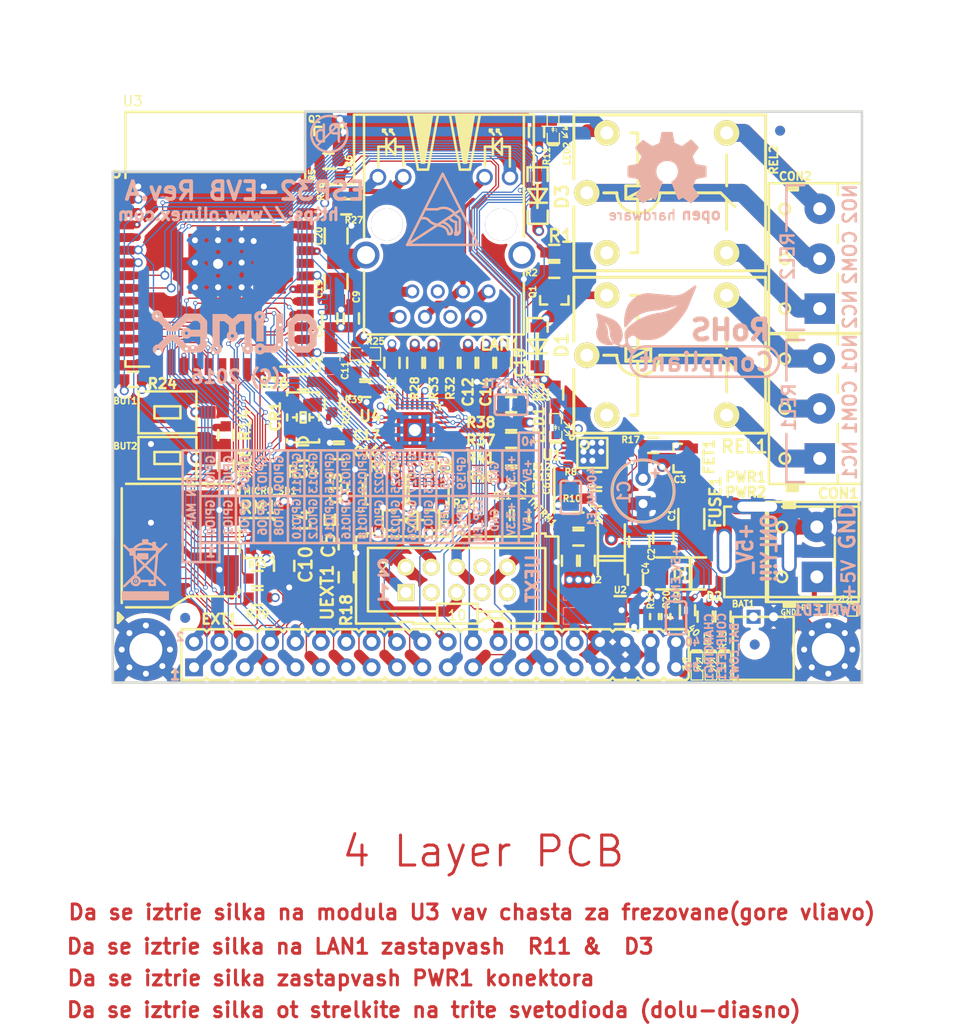
<source format=kicad_pcb>
(kicad_pcb (version 20221018) (generator pcbnew)
  (title_block (title "ESP-EVB") (rev "A") (company "OLIMEX Ltd.") (comment 1 "https://www.olimex.com"))
  (layers (0 "F.Cu" signal) (1 "In1.Cu" power "In1(GND).Cu") (2 "In2.Cu" power "In2(PWR).Cu") (31 "B.Cu" signal) (34 "B.Paste" user) (35 "F.Paste" user) (36 "B.SilkS" user "B.Silkscreen") (37 "F.SilkS" user "F.Silkscreen") (38 "B.Mask" user) (39 "F.Mask" user) (44 "Edge.Cuts" user))
  (net 0 "")
  (net 1 "+5V")
  (net 2 "Net-(400MA_E1-Pad1)")
  (net 3 "GND")
  (net 4 "Net-(BAT1-Pad1)")
  (net 5 "Net-(BUT1-Pad2)")
  (net 6 "/GPI34/BUT1")
  (net 7 "/GPI35/BUT2")
  (net 8 "Net-(BUT2-Pad2)")
  (net 9 "Net-(C3-Pad1)")
  (net 10 "Net-(C5-Pad2)")
  (net 11 "+3V3")
  (net 12 "Net-(C10-Pad1)")
  (net 13 "Net-(C11-Pad1)")
  (net 14 "Net-(C18-Pad2)")
  (net 15 "Net-(CON1-Pad3)")
  (net 16 "Net-(CON1-Pad1)")
  (net 17 "Net-(CON1-Pad2)")
  (net 18 "Net-(CON2-Pad2)")
  (net 19 "Net-(CON2-Pad1)")
  (net 20 "Net-(CON2-Pad3)")
  (net 21 "Net-(CR1-Pad1)")
  (net 22 "Net-(CR1-Pad3)")
  (net 23 "Net-(D1-Pad2)")
  (net 24 "Net-(D3-Pad2)")
  (net 25 "/GPIO3/U0RXD")
  (net 26 "Net-(D5-Pad1)")
  (net 27 "/ESP_EN")
  (net 28 "/GPI39")
  (net 29 "/GPI36")
  (net 30 "/GPIO25/EMAC_RXD0(RMII)")
  (net 31 "/GPIO23/SPI_CS")
  (net 32 "/GPIO19/EMAC_TXD0(RMII)")
  (net 33 "/GPIO26/EMAC_RXD1(RMII)")
  (net 34 "/GPIO27/I2C_SDA")
  (net 35 "/GPIO33/REL2")
  (net 36 "/GPIO32/REL1")
  (net 37 "/GPIO9/SD_DATA2")
  (net 38 "/GPIO8/SD_DATA1")
  (net 39 "/GPIO6/SD_CLK")
  (net 40 "/GPIO7/SD_DATA0")
  (net 41 "/GPIO5/I2C-SCL")
  (net 42 "/GPIO4/EPHY-RST#")
  (net 43 "/GPIO0/MDC(RMII)")
  (net 44 "/GPIO1/U0TXD")
  (net 45 "/GPIO2/MDIO(RMII)")
  (net 46 "/GPIO10/SD_DATA3")
  (net 47 "/GPIO11/SD_CMD")
  (net 48 "/GPIO12/SPI_MISO")
  (net 49 "/GPIO13/SPI_MOSI")
  (net 50 "/GPIO14/SPI_CLK")
  (net 51 "/GPIO15/EPHY-MDINT")
  (net 52 "/GPIO16/EMAC_CLK_OUT(RMII)")
  (net 53 "/GPIO17")
  (net 54 "/GPIO18/CRS_DV")
  (net 55 "Net-(L2-Pad1)")
  (net 56 "Net-(LED1-Pad2)")
  (net 57 "Net-(LED2-Pad2)")
  (net 58 "Net-(PWRLED1-Pad2)")
  (net 59 "Net-(Q1-Pad1)")
  (net 60 "Net-(Q2-Pad1)")
  (net 61 "/STAT2")
  (net 62 "Net-(R10-Pad1)")
  (net 63 "/STAT1")
  (net 64 "Net-(R12-Pad2)")
  (net 65 "Net-(R12-Pad1)")
  (net 66 "/#PG(#TE)")
  (net 67 "Net-(R19-Pad1)")
  (net 68 "/XTAL1/CLKIN")
  (net 69 "Net-(R39-Pad1)")
  (net 70 "/PHYAD0")
  (net 71 "/PHYAD1")
  (net 72 "/PHYAD2")
  (net 73 "/RMIISEL")
  (net 74 "/VDD1A-2A")
  (net 75 "/VDDCR")
  (net 76 "/GPIO22/EMAC_TXD1(RMII)")
  (net 77 "/GPIO21/EMAC_TX_EN(RMII)")
  (net 78 "Net-(MICRO_SD1-Pad5)")
  (net 79 "Net-(R41-Pad1)")
  (net 80 "Net-(LAN1-Pad1)")
  (net 81 "Net-(LAN1-Pad2)")
  (net 82 "Net-(LAN1-Pad7)")
  (net 83 "Net-(LAN1-Pad8)")
  (net 84 "Net-(LAN1-PadAG1)")
  (net 85 "Net-(LAN1-PadAY1)")
  (net 86 "Net-(LAN1-PadKG1)")
  (net 87 "Net-(LAN1-PadKY1)")
  (net 88 "Net-(C19-Pad1)")
  (net 89 "Net-(BAT_LOW1-Pad1)")
  (net 90 "Net-(CHARGING1-Pad1)")
  (net 91 "Net-(COMPLETE1-Pad1)")
  (footprint "OLIMEX_Other-FP:Mounting_hole_3.3mm" (layer "F.Cu") (at 141.351 70.358)
    (fp_text reference "MH1" hide)
    (fp_text value "Mounting_hole_Shield_3.3mm" hide)
  )
  (footprint "OLIMEX_Other-FP:Mounting_hole_Shield_3.3mm" (layer "F.Cu") (at 141.351 120.904)
    (fp_text reference "MH2" hide)
    (fp_text value "Mounting_hole_Shield_3.3mm" hide)
  )
  (footprint "OLIMEX_Other-FP:Mounting_hole_Shield_3.3mm" (layer "F.Cu") (at 73.025 120.904)
    (fp_text reference "MH3" hide)
    (fp_text value "Mounting_hole_Shield_3.3mm" hide)
  )
  (footprint "OLIMEX_Connectors-FP:HN2x20" (layer "F.Cu") (at 101.981 121.412)
    (fp_text reference "EXT1")
    (fp_text value "HN2x20")
  )
  (footprint "OLIMEX_Connectors-FP:LIPO_BAT-CON2DW02R" (layer "F.Cu") (at 134.874 120.777)
    (fp_text reference "BAT1")
    (fp_text value "DW02R")
  )
  (footprint "OLIMEX_RLC-FP:C_0805_5MIL_DWS" (layer "F.Cu") (at 124.841 109.728 -90)
    (fp_text reference "C1")
    (fp_text value "47uF/6.3V/20%/X5R/C0805")
  )
  (footprint "OLIMEX_RLC-FP:C_0805_5MIL_DWS" (layer "F.Cu") (at 122.428 110.109 -90)
    (fp_text reference "C2")
    (fp_text value "47uF/6.3V/20%/X5R/C0805")
  )
  (footprint "OLIMEX_RLC-FP:CPOL-EUE2.5-6.3(CPOL-EU)" (layer "F.Cu") (at 122.809 105.029 -90)
    (fp_text reference "C3")
    (fp_text value "470uF/10V/105C")
  )
  (footprint "OLIMEX_RLC-FP:C_0603_5MIL_DWS" (layer "F.Cu") (at 122.047 113.919 90)
    (fp_text reference "C4")
    (fp_text value "22uF/6.3V/20%/X5R/C0603")
  )
  (footprint "OLIMEX_RLC-FP:C_0603_5MIL_DWS" (layer "F.Cu") (at 93.091 110.363 90)
    (fp_text reference "C5")
    (fp_text value "22uF/6.3V/20%/X5R/C0603")
  )
  (footprint "OLIMEX_RLC-FP:C_0603_5MIL_DWS" (layer "F.Cu") (at 117.221 112.014 90)
    (fp_text reference "C6")
    (fp_text value "22uF/6.3V/20%/X5R/C0603")
  )
  (footprint "OLIMEX_RLC-FP:C_0603_5MIL_DWS" (layer "F.Cu") (at 115.443 112.014 90)
    (fp_text reference "C7")
    (fp_text value "22uF/6.3V/20%/X5R/C0603")
  )
  (footprint "OLIMEX_RLC-FP:C_0603_5MIL_DWS" (layer "F.Cu") (at 91.44 87.757 90)
    (fp_text reference "C8")
    (fp_text value "22uF/6.3V/20%/X5R/C0603")
  )
  (footprint "OLIMEX_RLC-FP:C_0603_5MIL_DWS" (layer "F.Cu") (at 93.599 87.757 90)
    (fp_text reference "C9")
    (fp_text value "22uF/6.3V/20%/X5R/C0603")
  )
  (footprint "OLIMEX_RLC-FP:C_0805_5MIL_DWS" (layer "F.Cu") (at 86.868 112.522 -90)
    (fp_text reference "C10")
    (fp_text value "47uF/6.3V/20%/X5R/C0805")
  )
  (footprint "OLIMEX_RLC-FP:C_0603_5MIL_DWS" (layer "F.Cu") (at 94.996 93.091 180)
    (fp_text reference "C11")
    (fp_text value "100nF/50V/20%/Y5V/C0603")
  )
  (footprint "OLIMEX_RLC-FP:C_0603_5MIL_DWS" (layer "F.Cu") (at 105.283 92.202 -90)
    (fp_text reference "C12")
    (fp_text value "22uF/6.3V/20%/X5R/C0603")
  )
  (footprint "OLIMEX_RLC-FP:C_0603_5MIL_DWS" (layer "F.Cu") (at 93.98 104.775 90)
    (fp_text reference "C13")
    (fp_text value "100nF/50V/20%/Y5V/C0603")
  )
  (footprint "OLIMEX_RLC-FP:C_0603_5MIL_DWS" (layer "F.Cu") (at 107.061 92.202 -90)
    (fp_text reference "C14")
    (fp_text value "100nF/50V/20%/Y5V/C0603")
  )
  (footprint "OLIMEX_RLC-FP:C_0603_5MIL_DWS" (layer "F.Cu") (at 108.839 92.202 -90)
    (fp_text reference "C15")
    (fp_text value "100nF/50V/20%/Y5V/C0603")
  )
  (footprint "OLIMEX_RLC-FP:C_0603_5MIL_DWS" (layer "F.Cu") (at 92.329 101.092 180)
    (fp_text reference "C16")
    (fp_text value "2.2uF/6.3V/10%/X5R/C0603")
  )
  (footprint "OLIMEX_RLC-FP:C_0603_5MIL_DWS" (layer "F.Cu") (at 92.329 99.314 180)
    (fp_text reference "C17")
    (fp_text value "100nF/50V/20%/Y5V/C0603")
  )
  (footprint "OLIMEX_RLC-FP:C_0603_5MIL_DWS" (layer "F.Cu") (at 109.601 96.393 180)
    (fp_text reference "C18")
    (fp_text value "10uF/6.3V/20%/X5R/C0603")
  )
  (footprint "OLIMEX_Connectors-FP:TB3-DG306-5.0_3P" (layer "F.Cu") (at 140.5 96.774 90)
    (fp_text reference "CON1")
    (fp_text value "TB3 DG306-5.0-3P")
  )
  (footprint "OLIMEX_Connectors-FP:TB3-DG306-5.0_3P" (layer "F.Cu") (at 140.5 81.774 90)
    (fp_text reference "CON2")
    (fp_text value "TB3 DG306-5.0-3P")
  )
  (footprint "OLIMEX_Crystal-FP:5032-4P_HCX-3S" (layer "F.Cu") (at 88.773 97.663 90)
    (fp_text reference "CR1")
    (fp_text value "NA(Q50MHz/25ppm/3V/4P/5x3.2mm)")
  )
  (footprint "OLIMEX_Diodes-FP:SOD-123_1C-2A_KA" (layer "F.Cu") (at 112.2426 90.551 90)
    (fp_text reference "D1")
    (fp_text value "1N5819(S4 SOD-123)")
  )
  (footprint "OLIMEX_Diodes-FP:DO214AA" (layer "F.Cu") (at 126.619 113.284 180)
    (fp_text reference "D2")
    (fp_text value "SMBJ6.0A(DO-214AA)")
  )
  (footprint "OLIMEX_Diodes-FP:SOD-123_1C-2A_KA" (layer "F.Cu") (at 112.2426 75.4634 90)
    (fp_text reference "D3")
    (fp_text value "1N5819(S4 SOD-123)")
  )
  (footprint "OLIMEX_Diodes-FP:SMA-KA" (layer "F.Cu") (at 119.634 110.871 90)
    (fp_text reference "D4")
    (fp_text value "1N5822/SS34/SMA")
  )
  (footprint "OLIMEX_Diodes-FP:SOD-123_1C-2A_KA" (layer "F.Cu") (at 99.568 107.95)
    (fp_text reference "D5")
    (fp_text value "1N5819(S4SOD-123)")
  )
  (footprint "OLIMEX_Transistors-FP:SOT23" (layer "F.Cu") (at 126.492 101.727)
    (fp_text reference "FET1")
    (fp_text value "IRLML6402")
  )
  (footprint "OLIMEX_Devices-FP:FUSE-5025" (layer "F.Cu") (at 127.635 107.823 -90)
    (fp_text reference "FUSE1")
    (fp_text value "NA(5025)")
  )
  (footprint "OLIMEX_Other-FP:TESTPAD_40-ROUND" (layer "F.Cu") (at 138.811 117.983)
    (fp_text reference "GND1")
    (fp_text value "TESTPAD" hide)
  )
  (footprint "OLIMEX_RLC-FP:L_0805_5MIL_DWS" (layer "F.Cu") (at 94.488 107.95 180)
    (fp_text reference "L1")
    (fp_text value "FB0805/600R/2A")
  )
  (footprint "OLIMEX_RLC-FP:CD32" (layer "F.Cu") (at 116.586 116.332 -90)
    (fp_text reference "L2")
    (fp_text value "2.2uH/1.5A/DCR<0.1R/CD32")
  )
  (footprint "OLIMEX_RLC-FP:L_0805_5MIL_DWS" (layer "F.Cu") (at 91.567 91.567 -90)
    (fp_text reference "L3")
    (fp_text value "FB0805/600R/2A")
  )
  (footprint "OLIMEX_RLC-FP:L_0805_5MIL_DWS" (layer "F.Cu") (at 86.868 108.077 -90)
    (fp_text reference "L4")
    (fp_text value "FB0805/600R/2A")
  )
  (footprint "OLIMEX_LEDs-FP:LED_0603_KA" (layer "F.Cu") (at 114.046 98.679 90)
    (fp_text reference "LED1")
    (fp_text value "LED/GREEN/0603")
  )
  (footprint "OLIMEX_LEDs-FP:LED_0603_KA" (layer "F.Cu") (at 113.792 68.834 90)
    (fp_text reference "LED2")
    (fp_text value "LED/GREEN/0603")
  )
  (footprint "OLIMEX_Connectors-FP:PWRJ-2mm(YDJ-1136)" (layer "F.Cu") (at 130.937 106.299 180)
    (fp_text reference "PWR1")
    (fp_text value "PWRJ-2mm(YDJ-1134)")
  )
  (footprint "OLIMEX_Connectors-FP:TB2-DG306-5.0_2P" (layer "F.Cu") (at 140.208 111.125 90)
    (fp_text reference "PWR2")
    (fp_text value "NA(TB2 DG306-5.0-2P)")
  )
  (footprint "OLIMEX_LEDs-FP:LED_0603_KA" (layer "F.Cu") (at 142.875 116.967 180)
    (fp_text reference "PWRLED1")
    (fp_text value "LED/Red/0603")
  )
  (footprint "OLIMEX_Transistors-FP:SOT23" (layer "F.Cu") (at 113.919 85.725 90)
    (fp_text reference "Q1")
    (fp_text value "BC817-40(SOT23)")
  )
  (footprint "OLIMEX_Transistors-FP:SOT23" (layer "F.Cu") (at 91.313 69.215 -90)
    (fp_text reference "Q2")
    (fp_text value "BC817-40(SOT23)")
  )
  (footprint "OLIMEX_RLC-FP:R_0603_5MIL_DWS" (layer "F.Cu") (at 113.919 81.153)
    (fp_text reference "R1")
    (fp_text value "1k/R0603")
  )
  (footprint "OLIMEX_RLC-FP:R_0603_5MIL_DWS" (layer "F.Cu") (at 113.919 82.931)
    (fp_text reference "R2")
    (fp_text value "10k/R0603")
  )
  (footprint "OLIMEX_RLC-FP:R_0603_5MIL_DWS" (layer "F.Cu") (at 114.046 95.377 -90)
    (fp_text reference "R3")
    (fp_text value "2.2k/R0603")
  )
  (footprint "OLIMEX_RLC-FP:R_0402_5MIL_DWS" (layer "F.Cu") (at 140.462 116.967)
    (fp_text reference "R4")
    (fp_text value "2.2k/R0402")
  )
  (footprint "OLIMEX_RLC-FP:R_0603_5MIL_DWS" (layer "F.Cu") (at 91.567 73.533 180)
    (fp_text reference "R5")
    (fp_text value "1k/R0603")
  )
  (footprint "OLIMEX_RLC-FP:R_0603_5MIL_DWS" (layer "F.Cu") (at 91.313 72.009 180)
    (fp_text reference "R6")
    (fp_text value "10k/R0603")
  )
  (footprint "OLIMEX_RLC-FP:R_0603_5MIL_DWS" (layer "F.Cu") (at 129.032 117.602 90)
    (fp_text reference "R7")
    (fp_text value "2.2k/R0603")
  )
  (footprint "OLIMEX_RLC-FP:R_0603_5MIL_DWS" (layer "F.Cu") (at 118.11 103.886 180)
    (fp_text reference "R8")
    (fp_text value "4.99k/1%/R0603")
  )
  (footprint "OLIMEX_RLC-FP:R_0603_5MIL_DWS" (layer "F.Cu") (at 127.254 116.967 90)
    (fp_text reference "R9")
    (fp_text value "2.2k/R0603")
  )
  (footprint "OLIMEX_RLC-FP:R_0603_5MIL_DWS" (layer "F.Cu") (at 118.11 105.791 180)
    (fp_text reference "R10")
    (fp_text value "4.99k/1%/R0603")
  )
  (footprint "OLIMEX_RLC-FP:R_0603_5MIL_DWS" (layer "F.Cu") (at 112.141 69.088 90)
    (fp_text reference "R11")
    (fp_text value "2.2k/R0603")
  )
  (footprint "OLIMEX_RLC-FP:R_0603_5MIL_DWS" (layer "F.Cu") (at 116.332 107.95 180)
    (fp_text reference "R12")
    (fp_text value "1k/R0603")
  )
  (footprint "OLIMEX_RLC-FP:R_0603_5MIL_DWS" (layer "F.Cu") (at 116.332 109.728)
    (fp_text reference "R13")
    (fp_text value "10k/0603")
  )
  (footprint "OLIMEX_RLC-FP:R_0603_5MIL_DWS" (layer "F.Cu") (at 81.026 99.441 -90)
    (fp_text reference "R14")
    (fp_text value "220R/R0603")
  )
  (footprint "OLIMEX_RLC-FP:R_0603_5MIL_DWS" (layer "F.Cu") (at 130.81 117.602 90)
    (fp_text reference "R15")
    (fp_text value "2.2k/R0603")
  )
  (footprint "OLIMEX_RLC-FP:R_0603_5MIL_DWS" (layer "F.Cu") (at 81.026 102.489 90)
    (fp_text reference "R16")
    (fp_text value "220R/R0603")
  )
  (footprint "OLIMEX_RLC-FP:R_0603_5MIL_DWS" (layer "F.Cu") (at 123.825 100.457)
    (fp_text reference "R17")
    (fp_text value "NA")
  )
  (footprint "OLIMEX_RLC-FP:R_0603_5MIL_DWS" (layer "F.Cu") (at 93.091 113.665 -90)
    (fp_text reference "R18")
    (fp_text value "2.2k/R0603")
  )
  (footprint "OLIMEX_RLC-FP:R_0402_5MIL_DWS" (layer "F.Cu") (at 123.952 117.602 -90)
    (fp_text reference "R19")
    (fp_text value "4.99k/1%/R0402")
  )
  (footprint "OLIMEX_RLC-FP:R_0402_5MIL_DWS" (layer "F.Cu") (at 125.095 117.602 -90)
    (fp_text reference "R20")
    (fp_text value "1.1k/1%/R0402")
  )
  (footprint "OLIMEX_RLC-FP:R_0603_5MIL_DWS" (layer "F.Cu") (at 108.712 107.442 -90)
    (fp_text reference "R21")
    (fp_text value "2.2k/R0603")
  )
  (footprint "OLIMEX_RLC-FP:R_0603_5MIL_DWS" (layer "F.Cu") (at 110.617 107.442 -90)
    (fp_text reference "R22")
    (fp_text value "10k/R0603")
  )
  (footprint "OLIMEX_RLC-FP:R_0603_5MIL_DWS" (layer "F.Cu") (at 104.775 107.823 180)
    (fp_text reference "R23")
    (fp_text value "10k/R0603")
  )
  (footprint "OLIMEX_RLC-FP:R_0603_5MIL_DWS" (layer "F.Cu") (at 71.755 93.853 180)
    (fp_text reference "R24")
    (fp_text value "10k/R0603")
  )
  (footprint "OLIMEX_RLC-FP:0R_0603" (layer "F.Cu") (at 94.996 91.313)
    (fp_text reference "R25")
    (fp_text value "0R(board_mounted)")
  )
  (footprint "OLIMEX_RLC-FP:R_0603_5MIL_DWS" (layer "F.Cu") (at 92.964 75.057)
    (fp_text reference "R26")
    (fp_text value "220R/R0603")
  )
  (footprint "OLIMEX_RLC-FP:R_0603_5MIL_DWS" (layer "F.Cu") (at 93.091 76.581 180)
    (fp_text reference "R27")
    (fp_text value "220R/R0603")
  )
  (footprint "OLIMEX_RLC-FP:R_0603_5MIL_DWS" (layer "F.Cu") (at 99.949 92.202 -90)
    (fp_text reference "R28")
    (fp_text value "49.9R/1%/R0603")
  )
  (footprint "OLIMEX_RLC-FP:R_0603_5MIL_DWS" (layer "F.Cu") (at 84.201 115.697 180)
    (fp_text reference "R29")
    (fp_text value "10k/R0603")
  )
  (footprint "OLIMEX_RLC-FP:R_0603_5MIL_DWS" (layer "F.Cu") (at 97.663 92.202 -90)
    (fp_text reference "R31")
    (fp_text value "49.9R/1%/R0603")
  )
  (footprint "OLIMEX_RLC-FP:R_0603_5MIL_DWS" (layer "F.Cu") (at 103.505 92.202 -90)
    (fp_text reference "R32")
    (fp_text value "49.9R/1%/R0603")
  )
  (footprint "OLIMEX_RLC-FP:R_0603_5MIL_DWS" (layer "F.Cu") (at 101.727 92.202 -90)
    (fp_text reference "R33")
    (fp_text value "49.9R/1%/R0603")
  )
  (footprint "OLIMEX_RLC-FP:R_0603_5MIL_DWS" (layer "F.Cu") (at 88.773 101.219)
    (fp_text reference "R34")
    (fp_text value "NA(10k/R0603)")
  )
  (footprint "OLIMEX_RLC-FP:R_0603_5MIL_DWS" (layer "F.Cu") (at 91.694 96.266 90)
    (fp_text reference "R35")
    (fp_text value "22R/R0603")
  )
  (footprint "OLIMEX_RLC-FP:R_0603_5MIL_DWS" (layer "F.Cu") (at 88.773 94.107)
    (fp_text reference "R36")
    (fp_text value "NA(22R/R0603)")
  )
  (footprint "OLIMEX_RLC-FP:R_0603_5MIL_DWS" (layer "F.Cu") (at 109.601 99.949)
    (fp_text reference "R37")
    (fp_text value "NA(R0603)")
  )
  (footprint "OLIMEX_RLC-FP:R_0603_5MIL_DWS" (layer "F.Cu") (at 109.601 98.171)
    (fp_text reference "R38")
    (fp_text value "10k/R0603")
  )
  (footprint "OLIMEX_RLC-FP:R_0603_5MIL_DWS" (layer "F.Cu") (at 94.996 94.869 180)
    (fp_text reference "R39")
    (fp_text value "12.1k/1%/R0603")
  )
  (footprint "OLIMEX_RLC-FP:R_0603_5MIL_DWS" (layer "F.Cu") (at 109.601 103.505)
    (fp_text reference "R40")
    (fp_text value "2.2k/R0603")
  )
  (footprint "OLIMEX_RLC-FP:R_0603_5MIL_DWS" (layer "F.Cu") (at 109.601 101.727)
    (fp_text reference "R41")
    (fp_text value "220R/R0603")
  )
  (footprint "OLIMEX_Relays-FP:Relay_RAS-05-15" (layer "F.Cu") (at 125.476 91.44 180)
    (fp_text reference "REL1")
    (fp_text value "RAS-0515")
  )
  (footprint "OLIMEX_Relays-FP:Relay_RAS-05-15" (layer "F.Cu") (at 125.476 75.184 180)
    (fp_text reference "REL2")
    (fp_text value "RAS-0515")
  )
  (footprint "OLIMEX_RLC-FP:R_MATRIX_4" (layer "F.Cu") (at 84.328 109.728 -90)
    (fp_text reference "RM1")
    (fp_text value "RA1206_(4X0603)_4B8_100k")
  )
  (footprint "OLIMEX_RLC-FP:R_MATRIX_4" (layer "F.Cu") (at 97.028 104.902)
    (fp_text reference "RM2")
    (fp_text value "RA1206_(4X0603)_4B8_4.7k")
  )
  (footprint "OLIMEX_RLC-FP:R_MATRIX_4" (layer "F.Cu") (at 101.346 104.902 180)
    (fp_text reference "RM3")
    (fp_text value "RA1206_(4X0603)_4B8_4.7k")
  )
  (footprint "OLIMEX_Other-FP:TESTPAD_40-ROUND" (layer "F.Cu") (at 114.3 108.839)
    (fp_text reference "THERM1")
    (fp_text value "TESTPAD" hide)
  )
  (footprint "OLIMEX_IC-FP:MSOP-10_Pitch-0.5mm_3.00x3.00x1.00mm" (layer "F.Cu") (at 117.729 101.219 -90)
    (fp_text reference "U1")
    (fp_text value "MCP73833(MSOP10)")
  )
  (footprint "OLIMEX_Regulators-FP:SOT-23-5" (layer "F.Cu") (at 120.523 116.967 180)
    (fp_text reference "U2")
    (fp_text value "SY8009AAAC(SOT23-5)")
  )
  (footprint "OLIMEX_Cases-FP:ESP-WROOM-32_MODULE" (layer "F.Cu") (at 79.9803 79.833)
    (fp_text reference "U3")
    (fp_text value "ESP-WROOM-32")
  )
  (footprint "OLIMEX_IC-FP:QFN32_EP(33)_5.00x5.00x0.90mm_Pitch_0.50mm" (layer "F.Cu") (at 99.949 98.933 -90)
    (fp_text reference "U4")
    (fp_text value "LAN8710A-EZC(QFN32)")
  )
  (footprint "OLIMEX_Connectors-FP:UEXT_ML10" (layer "F.Cu") (at 104.14 113.919)
    (fp_text reference "UEXT1")
    (fp_text value "BH10S")
  )
  (footprint "OLIMEX_Connectors-FP:TFC-WXCP11-08-LF" (layer "F.Cu") (at 76.327 109.855 180)
    (fp_text reference "MICRO_SD1")
    (fp_text value "TFC-WXCP11-08-LF")
  )
  (footprint "OLIMEX_RLC-FP:R_0603_5MIL_DWS" (layer "F.Cu") (at 84.201 113.792 180)
    (fp_text reference "R43")
    (fp_text value "22R/R0603")
  )
  (footprint "OLIMEX_Buttons-FP:T1107A(6x3,8x2,5MM)" (layer "F.Cu") (at 75.184 97.155 180)
    (fp_text reference "BUT1")
    (fp_text value "T1107A(6x3,8x2,5MM)")
  )
  (footprint "OLIMEX_Buttons-FP:T1107A(6x3,8x2,5MM)" (layer "F.Cu") (at 75.184 101.727 180)
    (fp_text reference "BUT2")
    (fp_text value "T1107A(6x3,8x2,5MM)")
  )
  (footprint "OLIMEX_Connectors-FP:RJLBC-060TC1" (layer "F.Cu") (at 102.87 78.359 180)
    (fp_text reference "LAN1")
    (fp_text value "RJLD-060TC1(LPJ4013EDNL)")
  )
  (footprint "OLIMEX_RLC-FP:C_1206_5MIL_DWS_ISO" (layer "F.Cu") (at 92.075 84.074 -90)
    (fp_text reference "C19")
    (fp_text value "1nF/2000V/10%/X7R/C1206")
  )
  (footprint "OLIMEX_RLC-FP:C_1206_5MIL_DWS_ISO" (layer "F.Cu") (at 92.075 79.502 90)
    (fp_text reference "C20")
    (fp_text value "NA(1nF/2000V/10%/X7R/C1206)")
  )
  (footprint "OLIMEX_LEDs-FP:LED_0603_KA" (layer "F.Cu") (at 131.0005 122.555 -90)
    (fp_text reference "BAT_LOW1")
    (fp_text value "LED/RED/0603")
  )
  (footprint "OLIMEX_LEDs-FP:LED_0603_KA" (layer "F.Cu") (at 128.2065 122.555 -90)
    (fp_text reference "CHARGING1")
    (fp_text value "LED/YELLOW/0603")
  )
  (footprint "OLIMEX_LEDs-FP:LED_0603_KA" (layer "F.Cu") (at 129.6035 122.555 -90)
    (fp_text reference "COMPLETE1")
    (fp_text value "LED/GREEN/0603")
  )
  (footprint "OLIMEX_Other-FP:Fiducial1x3" (layer "F.Cu") (at 76.962 117.729)
    (fp_text reference "")
    (fp_text value "")
  )
  (footprint "OLIMEX_Other-FP:Fiducial1x3" (layer "F.Cu") (at 133.985 120.396)
    (fp_text reference "")
    (fp_text value "")
  )
  (footprint "OLIMEX_Other-FP:Fiducial1x3" (layer "F.Cu") (at 136.525 68.961)
    (fp_text reference "")
    (fp_text value "")
  )
  (footprint "OLIMEX_Jumpers-FP:SJ_Closed" (layer "B.Cu") (at 126.111 117.729 -90)
    (fp_text reference "+5V_EN1")
    (fp_text value "Closed")
  )
  (footprint "OLIMEX_Jumpers-FP:SJ_Closed" (layer "B.Cu") (at 115.57 105.664 90)
    (fp_text reference "400MA_E1")
    (fp_text value "Closed")
  )
  (footprint "OLIMEX_Jumpers-FP:SJ" (layer "B.Cu") (at 109.601 96.393 180)
    (fp_text reference "PHY_RST1")
    (fp_text value "Opened")
  )
  (footprint "OLIMEX_Other-FP:Fiducial1x3" (layer "B.Cu") (at 76.962 117.729)
    (fp_text reference "")
    (fp_text value "")
  )
  (footprint "OLIMEX_Other-FP:Fiducial1x3" (layer "B.Cu") (at 133.985 120.396)
    (fp_text reference "")
    (fp_text value "")
  )
  (footprint "OLIMEX_Other-FP:Fiducial1x3" (layer "B.Cu") (at 136.525 68.961)
    (fp_text reference "")
    (fp_text value "")
  )
  (footprint "OLIMEX_LOGOs-FP:LOGO_ANTISTATIC_1" (layer "B.Cu") (at 106.299 80.391 180)
    (fp_text reference "Ref**" hide)
    (fp_text value "Val**" hide)
  )
  (footprint "OLIMEX_LOGOs-FP:OLIMEX_LOGO_TB" (layer "B.Cu") (at 81.788 89.154 180)
    (fp_text reference "" hide)
    (fp_text value "" hide)
  )
  (footprint "OLIMEX_LOGOs-FP:LOGO_OPENHARDWARE_8x8" (layer "B.Cu") (at 125.222 73.152 180)
    (fp_text reference "" hide)
    (fp_text value "" hide)
  )
  (footprint "OLIMEX_LOGOs-FP:LOGO_PBFREE" (layer "B.Cu") (at 91.186 69.596 180)
    (fp_text reference "")
    (fp_text value "")
  )
  (footprint "OLIMEX_LOGOs-FP:LOGO_RECYCLEBIN_1" (layer "B.Cu") (at 75.311 115.951 180)
    (fp_text reference "" hide)
    (fp_text value "" hide)
  )
  (footprint "OLIMEX_LOGOs-FP:LOGO_ROHS_1" (layer "B.Cu") (at 135.382 92.964 180)
    (fp_text reference "Ref**" hide)
    (fp_text value "Val**" hide)
  )
  (gr_line (start 110.363 101.092) (end 110.363 99.187) (stroke (width 0.254)) (layer "B.SilkS"))
  (gr_line (start 78.486 112.141) (end 80.391 112.141) (stroke (width 0.254)) (layer "B.SilkS"))
  (gr_line (start 83.82 100.965) (end 83.82 110.236) (stroke (width 0.254)) (layer "B.SilkS"))
  (gr_line (start 112.395 99.187) (end 112.395 110.236) (stroke (width 0.254)) (layer "B.SilkS"))
  (gr_line (start 138.938 88.9) (end 137.16 88.9) (stroke (width 0.254)) (layer "B.SilkS"))
  (gr_line (start 97.155 100.965) (end 97.155 110.236) (stroke (width 0.254)) (layer "B.SilkS"))
  (gr_line (start 107.061 100.965) (end 107.061 110.236) (stroke (width 0.254)) (layer "B.SilkS"))
  (gr_line (start 102.108 100.965) (end 102.108 110.236) (stroke (width 0.254)) (layer "B.SilkS"))
  (gr_line (start 98.806 100.965) (end 98.806 110.236) (stroke (width 0.254)) (layer "B.SilkS"))
  (gr_line (start 93.853 100.965) (end 93.853 110.236) (stroke (width 0.254)) (layer "B.SilkS"))
  (gr_line (start 76.708 112.141) (end 78.486 112.141) (stroke (width 0.254)) (layer "B.SilkS"))
  (gr_line (start 124.0282 102.87) (end 124.0282 103.632) (stroke (width 0.254)) (layer "B.SilkS"))
  (gr_line (start 78.486 100.965) (end 76.708 100.965) (stroke (width 0.254)) (layer "B.SilkS"))
  (gr_line (start 87.249 100.965) (end 87.249 110.236) (stroke (width 0.254)) (layer "B.SilkS"))
  (gr_line (start 123.698 103.251) (end 124.333 103.251) (stroke (width 0.254)) (layer "B.SilkS"))
  (gr_line (start 78.486 100.965) (end 78.486 112.141) (stroke (width 0.254)) (layer "B.SilkS"))
  (gr_line (start 108.712 100.965) (end 108.712 110.236) (stroke (width 0.254)) (layer "B.SilkS"))
  (gr_line (start 88.9 100.965) (end 88.9 110.236) (stroke (width 0.254)) (layer "B.SilkS"))
  (gr_circle (center 122.809 105.029) (end 125.857 105.791) (stroke (width 0.254)) (fill none) (layer "B.SilkS"))
  (gr_line (start 78.486 110.236) (end 112.395 110.236) (stroke (width 0.254)) (layer "B.SilkS"))
  (gr_line (start 137.16 88.9) (end 137.16 84.328) (stroke (width 0.254)) (layer "B.SilkS"))
  (gr_line (start 76.708 100.965) (end 76.708 112.141) (stroke (width 0.254)) (layer "B.SilkS"))
  (gr_line (start 137.16 104.14) (end 138.938 104.14) (stroke (width 0.254)) (layer "B.SilkS"))
  (gr_line (start 78.486 100.965) (end 112.395 100.965) (stroke (width 0.254)) (layer "B.SilkS"))
  (gr_line (start 90.551 101.092) (end 90.551 110.236) (stroke (width 0.254)) (layer "B.SilkS"))
  (gr_line (start 137.16 93.98) (end 137.16 89.916) (stroke (width 0.254)) (layer "B.SilkS"))
  (gr_line (start 137.16 74.422) (end 138.938 74.422) (stroke (width 0.254)) (layer "B.SilkS"))
  (gr_line (start 110.363 99.187) (end 112.395 99.187) (stroke (width 0.254)) (layer "B.SilkS"))
  (gr_line (start 85.471 100.965) (end 85.471 110.236) (stroke (width 0.254)) (layer "B.SilkS"))
  (gr_line (start 110.363 100.965) (end 110.363 110.236) (stroke (width 0.254)) (layer "B.SilkS"))
  (gr_line (start 137.16 89.916) (end 138.938 89.916) (stroke (width 0.254)) (layer "B.SilkS"))
  (gr_line (start 82.042 100.965) (end 82.042 110.236) (stroke (width 0.254)) (layer "B.SilkS"))
  (gr_line (start 95.504 100.965) (end 95.504 110.236) (stroke (width 0.254)) (layer "B.SilkS"))
  (gr_line (start 100.457 100.965) (end 100.457 110.236) (stroke (width 0.254)) (layer "B.SilkS"))
  (gr_line (start 78.486 105.537) (end 112.395 105.537) (stroke (width 0.254)) (layer "B.SilkS"))
  (gr_line (start 80.391 100.965) (end 80.391 112.141) (stroke (width 0.254)) (layer "B.SilkS"))
  (gr_line (start 105.41 100.965) (end 105.41 110.236) (stroke (width 0.254)) (layer "B.SilkS"))
  (gr_line (start 137.16 78.994) (end 137.16 74.422) (stroke (width 0.254)) (layer "B.SilkS"))
  (gr_line (start 137.16 99.314) (end 137.16 104.14) (stroke (width 0.254)) (layer "B.SilkS"))
  (gr_line (start 92.202 100.965) (end 92.202 110.236) (stroke (width 0.254)) (layer "B.SilkS"))
  (gr_line (start 103.759 100.965) (end 103.759 110.236) (stroke (width 0.254)) (layer "B.SilkS"))
  (gr_line (start 70.231 117.221) (end 70.231 118.237) (stroke (width 0.254)) (layer "F.SilkS"))
  (gr_line (start 70.739 117.729) (end 70.231 117.221) (stroke (width 0.254)) (layer "F.SilkS"))
  (gr_line (start 70.358 117.348) (end 70.358 118.11) (stroke (width 0.254)) (layer "F.SilkS"))
  (gr_line (start 70.231 118.237) (end 70.739 117.729) (stroke (width 0.254)) (layer "F.SilkS"))
  (gr_line (start 113.919 102.6795) (end 113.919 107.2515) (stroke (width 0.254)) (layer "F.SilkS"))
  (gr_circle (center 115.697 99.6696) (end 115.7478 99.6188) (stroke (width 0.254)) (fill none) (layer "F.SilkS"))
  (gr_line (start 70.485 117.475) (end 70.485 117.983) (stroke (width 0.254)) (layer "F.SilkS"))
  (gr_line (start 88.9762 73.0758) (end 88.9762 67.056) (stroke (width 0.254)) (layer "Edge.Cuts"))
  (gr_line (start 69.72 73.0758) (end 88.9762 73.0758) (stroke (width 0.254)) (layer "Edge.Cuts"))
  (gr_line (start 88.9762 67.056) (end 144.723 67.056) (stroke (width 0.254)) (layer "Edge.Cuts"))
  (gr_line (start 69.72 124.2) (end 69.72 73.0758) (stroke (width 0.254)) (layer "Edge.Cuts"))
  (gr_line (start 69.723 124.206) (end 144.723 124.206) (stroke (width 0.254)) (layer "Edge.Cuts"))
  (gr_line (start 144.723 124.206) (end 144.723 67.056) (stroke (width 0.254)) (layer "Edge.Cuts"))
  (gr_text "Da se iztrie silka zastapvash PWR1 konektora" (at 91.567 153.797) (layer "F.Cu") (effects (font (size 1.5 1.5) (thickness 0.3))))
  (gr_text "Da se iztrie silka ot strelkite na trite svetodioda (dolu-diasno)" (at 101.854 156.972) (layer "F.Cu") (effects (font (size 1.5 1.5) (thickness 0.3))))
  (gr_text "Da se iztrie silka na LAN1 zastapvash  R11 &  D3" (at 94.488 150.622) (layer "F.Cu") (effects (font (size 1.5 1.5) (thickness 0.3))))
  (gr_text "Da se iztrie silka na modula U3 vav chasta za frezovane(gore vliavo)" (at 105.664 147.193) (layer "F.Cu") (effects (font (size 1.5 1.5) (thickness 0.3))))
  (gr_text "4 Layer PCB" (at 106.807 141.097) (layer "F.Cu") (effects (font (size 3 3) (thickness 0.3))))
  (gr_text "1" (at 79.502 111.125) (layer "B.SilkS") (effects (font (size 1 1) (thickness 0.25)) (justify mirror)))
  (gr_text "GPIO4" (at 82.931 107.696 90) (layer "B.SilkS") (effects (font (size 0.8 0.8) (thickness 0.2)) (justify mirror)))
  (gr_text "GPIO5" (at 82.931 103.251 90) (layer "B.SilkS") (effects (font (size 0.8 0.8) (thickness 0.2)) (justify mirror)))
  (gr_text "GPIO6" (at 84.709 107.696 90) (layer "B.SilkS") (effects (font (size 0.8 0.8) (thickness 0.2)) (justify mirror)))
  (gr_text "GPIO7" (at 84.709 103.251 90) (layer "B.SilkS") (effects (font (size 0.8 0.8) (thickness 0.2)) (justify mirror)))
  (gr_text "GPIO8" (at 86.36 107.696 90) (layer "B.SilkS") (effects (font (size 0.8 0.8) (thickness 0.2)) (justify mirror)))
  (gr_text "GPIO9" (at 86.36 103.251 90) (layer "B.SilkS") (effects (font (size 0.8 0.8) (thickness 0.2)) (justify mirror)))
  (gr_text "GPIO10" (at 88.138 107.823 90) (layer "B.SilkS") (effects (font (size 0.75 0.75) (thickness 0.1875)) (justify mirror)))
  (gr_text "GPIO11" (at 88.138 103.251 90) (layer "B.SilkS") (effects (font (size 0.75 0.75) (thickness 0.1875)) (justify mirror)))
  (gr_text "GPIO12" (at 89.789 107.823 90) (layer "B.SilkS") (effects (font (size 0.75 0.75) (thickness 0.1875)) (justify mirror)))
  (gr_text "GPIO13" (at 89.789 103.251 90) (layer "B.SilkS") (effects (font (size 0.75 0.75) (thickness 0.1875)) (justify mirror)))
  (gr_text "GPIO14" (at 91.44 107.823 90) (layer "B.SilkS") (effects (font (size 0.75 0.75) (thickness 0.1875)) (justify mirror)))
  (gr_text "GPIO15" (at 91.44 103.251 90) (layer "B.SilkS") (effects (font (size 0.75 0.75) (thickness 0.1875)) (justify mirror)))
  (gr_text "GPIO16" (at 93.091 107.823 90) (layer "B.SilkS") (effects (font (size 0.75 0.75) (thickness 0.1875)) (justify mirror)))
  (gr_text "GPIO17" (at 93.091 103.251 90) (layer "B.SilkS") (effects (font (size 0.75 0.75) (thickness 0.1875)) (justify mirror)))
  (gr_text "GPIO18" (at 94.742 107.823 90) (layer "B.SilkS") (effects (font (size 0.75 0.75) (thickness 0.1875)) (justify mirror)))
  (gr_text "GPIO19" (at 94.742 103.251 90) (layer "B.SilkS") (effects (font (size 0.75 0.75) (thickness 0.1875)) (justify mirror)))
  (gr_text "GPIO21" (at 96.393 107.95 90) (layer "B.SilkS") (effects (font (size 0.75 0.75) (thickness 0.1875)) (justify mirror)))
  (gr_text "GPIO22" (at 96.393 103.251 90) (layer "B.SilkS") (effects (font (size 0.75 0.75) (thickness 0.1875)) (justify mirror)))
  (gr_text "GPIO23" (at 98.044 107.95 90) (layer "B.SilkS") (effects (font (size 0.75 0.75) (thickness 0.1875)) (justify mirror)))
  (gr_text "GPIO25" (at 98.044 103.251 90) (layer "B.SilkS") (effects (font (size 0.75 0.75) (thickness 0.1875)) (justify mirror)))
  (gr_text "PIN MAP:" (at 77.597 106.299 90) (layer "B.SilkS") (effects (font (size 0.8 0.8) (thickness 0.2)) (justify mirror)))
  (gr_text "GPIO26" (at 99.695 107.95 90) (layer "B.SilkS") (effects (font (size 0.75 0.75) (thickness 0.1875)) (justify mirror)))
  (gr_text "GPIO27" (at 99.695 103.251 90) (layer "B.SilkS") (effects (font (size 0.75 0.75) (thickness 0.1875)) (justify mirror)))
  (gr_text "GPIO32" (at 101.346 107.95 90) (layer "B.SilkS") (effects (font (size 0.75 0.75) (thickness 0.1875)) (justify mirror)))
  (gr_text "GPIO33" (at 101.346 103.251 90) (layer "B.SilkS") (effects (font (size 0.75 0.75) (thickness 0.1875)) (justify mirror)))
  (gr_text "GPI34" (at 102.997 107.95 90) (layer "B.SilkS") (effects (font (size 0.75 0.75) (thickness 0.1875)) (justify mirror)))
  (gr_text "GPI35" (at 102.997 103.251 90) (layer "B.SilkS") (effects (font (size 0.75 0.75) (thickness 0.1875)) (justify mirror)))
  (gr_text "GPI36" (at 104.648 107.95 90) (layer "B.SilkS") (effects (font (size 0.75 0.75) (thickness 0.1875)) (justify mirror)))
  (gr_text "GPI39" (at 104.648 103.251 90) (layer "B.SilkS") (effects (font (size 0.75 0.75) (thickness 0.1875)) (justify mirror)))
  (gr_text "ESP_EN" (at 106.299 107.95 90) (layer "B.SilkS") (effects (font (size 0.75 0.75) (thickness 0.1875)) (justify mirror)))
  (gr_text "NC" (at 106.299 103.251 90) (layer "B.SilkS") (effects (font (size 0.75 0.75) (thickness 0.1875)) (justify mirror)))
  (gr_text "GND" (at 107.95 107.95 90) (layer "B.SilkS") (effects (font (size 0.75 0.75) (thickness 0.1875)) (justify mirror)))
  (gr_text "GND" (at 107.95 103.251 90) (layer "B.SilkS") (effects (font (size 0.75 0.75) (thickness 0.1875)) (justify mirror)))
  (gr_text "+3.3V" (at 109.601 107.823 90) (layer "B.SilkS") (effects (font (size 0.75 0.75) (thickness 0.1875)) (justify mirror)))
  (gr_text "+3.3V" (at 109.601 103.124 90) (layer "B.SilkS") (effects (font (size 0.75 0.75) (thickness 0.1875)) (justify mirror)))
  (gr_text "+5V" (at 111.252 107.823 90) (layer "B.SilkS") (effects (font (size 0.75 0.75) (thickness 0.1875)) (justify mirror)))
  (gr_text "+5V" (at 111.252 102.997 90) (layer "B.SilkS") (effects (font (size 0.75 0.75) (thickness 0.1875)) (justify mirror)))
  (gr_text "40" (at 111.379 100.076) (layer "B.SilkS") (effects (font (size 0.8 0.8) (thickness 0.2)) (justify mirror)))
  (gr_text "NC2" (at 143.51 86.868 90) (layer "B.SilkS") (effects (font (size 1.3 1.3) (thickness 0.254)) (justify mirror)))
  (gr_text "COM2" (at 143.51 81.661 90) (layer "B.SilkS") (effects (font (size 1.3 1.3) (thickness 0.254)) (justify mirror)))
  (gr_text "NO2" (at 143.51 76.327 90) (layer "B.SilkS") (effects (font (size 1.3 1.3) (thickness 0.254)) (justify mirror)))
  (gr_text "REL2" (at 137.287 81.534 90) (layer "B.SilkS") (effects (font (size 1.3 1.3) (thickness 0.254)) (justify mirror)))
  (gr_text "2" (at 76.454 119.634) (layer "B.SilkS") (effects (font (size 0.8 0.8) (thickness 0.2)) (justify mirror)))
  (gr_text "39" (at 127.762 122.682) (layer "B.SilkS") (effects (font (size 0.8 0.8) (thickness 0.2)) (justify mirror)))
  (gr_text "GPIO3" (at 81.28 103.251 90) (layer "B.SilkS") (effects (font (size 0.8 0.8) (thickness 0.2)) (justify mirror)))
  (gr_text "2" (at 96.774 112.776) (layer "B.SilkS") (effects (font (size 1.5 1.5) (thickness 0.3)) (justify mirror)))
  (gr_text "GND" (at 143.256 108.585 90) (layer "B.SilkS") (effects (font (size 1.5 1.5) (thickness 0.3))))
  (gr_text "NC1" (at 143.51 101.981 90) (layer "B.SilkS") (effects (font (size 1.3 1.3) (thickness 0.254)) (justify mirror)))
  (gr_text "REL1" (at 137.414 96.647 90) (layer "B.SilkS") (effects (font (size 1.3 1.3) (thickness 0.254)) (justify mirror)))
  (gr_text "https://www.olimex.com" (at 81.28 77.343) (layer "B.SilkS") (effects (font (size 1.2 1.2) (thickness 0.3)) (justify mirror)))
  (gr_text "ESP32-EVB Rev.A" (at 82.931 74.9935) (layer "B.SilkS") (effects (font (size 1.778 1.778) (thickness 0.381)) (justify mirror)))
  (gr_text "(C) 2016" (at 82.042 93.599) (layer "B.SilkS") (effects (font (size 1.3 1.3) (thickness 0.3)) (justify mirror)))
  (gr_text "40" (at 127.762 120.142) (layer "B.SilkS") (effects (font (size 0.8 0.8) (thickness 0.2)) (justify mirror)))
  (gr_text "GPIO2" (at 81.28 107.696 90) (layer "B.SilkS") (effects (font (size 0.8 0.8) (thickness 0.2)) (justify mirror)))
  (gr_text "C1" (at 120.904 105.156 90) (layer "B.SilkS") (effects (font (size 1.2 1.2) (thickness 0.245)) (justify mirror)))
  (gr_text "UEXT" (at 111.76 113.792 90) (layer "B.SilkS") (effects (font (size 1.245 1.3) (thickness 0.3)) (justify mirror)))
  (gr_text "NO1" (at 143.51 91.313 90) (layer "B.SilkS") (effects (font (size 1.3 1.3) (thickness 0.254)) (justify mirror)))
  (gr_text "1" (at 75.946 123.444) (layer "B.SilkS") (effects (font (size 1 1) (thickness 0.25)) (justify mirror)))
  (gr_text "COM1" (at 143.51 96.647 90) (layer "B.SilkS") (effects (font (size 1.3 1.3) (thickness 0.254)) (justify mirror)))
  (gr_text "+5V_\nONLY!!!" (at 134.239 110.744 90) (layer "B.SilkS") (effects (font (size 1.5 1.3) (thickness 0.3)) (justify mirror)))
  (gr_text "GPIO1" (at 79.502 103.251 90) (layer "B.SilkS") (effects (font (size 0.8 0.8) (thickness 0.2)) (justify mirror)))
  (gr_text "1" (at 96.774 115.189) (layer "B.SilkS") (effects (font (size 1.5 1.5) (thickness 0.3)) (justify mirror)))
  (gr_text "GPIO0" (at 79.502 107.696 90) (layer "B.SilkS") (effects (font (size 0.8 0.8) (thickness 0.2)) (justify mirror)))
  (gr_text "+5V" (at 143.383 113.919 90) (layer "B.SilkS") (effects (font (size 1.3 1.3) (thickness 0.254))))
  (gr_text "1" (at 75.946 123.444) (layer "F.SilkS") (effects (font (size 1 1) (thickness 0.25))))
  (gr_text "40" (at 127.889 118.999 315) (layer "F.SilkS") (effects (font (size 0.635 0.635) (thickness 0.15875))))
  (segment (start 129.118 105.623) (end 129.794 106.299) (width 1.524) (layer "F.Cu") (net 1))
  (segment (start 129.794 106.299) (end 129.794 107.569) (width 1.524) (layer "F.Cu") (net 1))
  (segment (start 129.794 107.569) (end 130.937 108.712) (width 1.524) (layer "F.Cu") (net 1))
  (segment (start 130.937 108.712) (end 130.937 111.049) (width 1.524) (layer "F.Cu") (net 1))
  (segment (start 128.796 111.184) (end 128.796 113.284) (width 1.524) (layer "F.Cu") (net 1))
  (segment (start 114.435 100.719) (end 114.3 100.584) (width 0.254) (layer "F.Cu") (net 1))
  (segment (start 114.3 100.584) (end 114.3 100.584024) (width 0.254) (layer "F.Cu") (net 1))
  (segment (start 139.954 113.879) (end 140.208 113.625) (width 0.508) (layer "F.Cu") (net 1))
  (segment (start 122.809 108.712) (end 122.428 109.093) (width 1.27) (layer "F.Cu") (net 1))
  (segment (start 126.93904 102.67696) (end 124.841 104.775) (width 1.016) (layer "F.Cu") (net 1))
  (segment (start 124.841 104.775) (end 124.841 108.712) (width 1.016) (layer "F.Cu") (net 1))
  (segment (start 127.635 109.474) (end 126.873 108.712) (width 1.016) (layer "F.Cu") (net 1))
  (segment (start 126.873 108.712) (end 124.841 108.712) (width 1.016) (layer "F.Cu") (net 1))
  (segment (start 120.356 109.093) (end 119.634 108.371) (width 1.27) (layer "F.Cu") (net 1))
  (segment (start 112.2426 78.8794) (end 112.3572 78.994) (width 1.016) (layer "F.Cu") (net 1))
  (segment (start 112.452995 93.403001) (end 112.902994 93.853) (width 1.016) (layer "F.Cu") (net 1))
  (segment (start 139.954 116.967) (end 139.954 113.879) (width 0.508) (layer "F.Cu") (net 1))
  (segment (start 113.537994 94.488) (end 113.352993 94.302999) (width 1.016) (layer "F.Cu") (net 1))
  (segment (start 115.329 100.219) (end 114.665024 100.219) (width 0.254) (layer "F.Cu") (net 1))
  (segment (start 128.2065 123.317) (end 129.6035 123.317) (width 0.762) (layer "F.Cu") (net 1))
  (segment (start 126.746 123.317) (end 126.111 122.682) (width 0.762) (layer "F.Cu") (net 1))
  (segment (start 127.635 110.023) (end 127.635 109.474) (width 1.016) (layer "F.Cu") (net 1))
  (segment (start 127.635 110.023) (end 128.796 111.184) (width 1.524) (layer "F.Cu") (net 1))
  (segment (start 112.395 92.6034) (end 112.395 93.345006) (width 1.016) (layer "F.Cu") (net 1))
  (segment (start 127.59944 102.67696) (end 126.93904 102.67696) (width 1.016) (layer "F.Cu") (net 1))
  (segment (start 122.428 109.093) (end 120.356 109.093) (width 1.27) (layer "F.Cu") (net 1))
  (segment (start 112.403409 70.221195) (end 112.403409 70.857591) (width 0.762) (layer "F.Cu") (net 1))
  (segment (start 127.635 110.023) (end 127.635 108.458) (width 1.27) (layer "F.Cu") (net 1))
  (segment (start 127.635 105.623) (end 129.118 105.623) (width 1.524) (layer "F.Cu") (net 1))
  (segment (start 129.6035 123.317) (end 131.0005 123.317) (width 0.762) (layer "F.Cu") (net 1))
  (segment (start 114.3 100.584024) (end 114.299861 100.583885) (width 0.254) (layer "F.Cu") (net 1))
  (segment (start 128.796 113.284) (end 127 113.284) (width 1.27) (layer "F.Cu") (net 1))
  (segment (start 127.635 105.623) (end 127.635 110.023) (width 1.524) (layer "F.Cu") (net 1))
  (segment (start 114.665024 100.219) (end 114.3 100.584024) (width 0.254) (layer "F.Cu") (net 1))
  (segment (start 115.329 100.719) (end 114.435 100.719) (width 0.254) (layer "F.Cu") (net 1))
  (segment (start 112.159214 69.977) (end 112.403409 70.221195) (width 0.762) (layer "F.Cu") (net 1))
  (segment (start 113.352993 94.302999) (end 112.902994 93.853) (width 1.016) (layer "F.Cu") (net 1))
  (segment (start 112.2426 77.3634) (end 112.2426 78.8794) (width 1.016) (layer "F.Cu") (net 1))
  (segment (start 114.299861 100.583885) (end 114.299861 100.578808) (width 0.254) (layer "F.Cu") (net 1))
  (segment (start 112.268 92.4764) (end 112.395 92.6034) (width 1.016) (layer "F.Cu") (net 1))
  (segment (start 114.046 94.488) (end 113.537994 94.488) (width 1.016) (layer "F.Cu") (net 1))
  (segment (start 112.395 93.345006) (end 112.452995 93.403001) (width 1.016) (layer "F.Cu") (net 1))
  (segment (start 112.141 69.977) (end 112.159214 69.977) (width 0.762) (layer "F.Cu") (net 1))
  (segment (start 112.3572 78.994) (end 112.395 78.994) (width 1.016) (layer "F.Cu") (net 1))
  (segment (start 128.2065 123.317) (end 126.746 123.317) (width 0.762) (layer "F.Cu") (net 1))
  (segment (start 119.634 108.371) (end 119.634 109.855) (width 1.27) (layer "F.Cu") (net 1))
  (segment (start 112.2426 92.451) (end 112.395 92.6034) (width 1.016) (layer "F.Cu") (net 1))
  (segment (start 124.841 108.712) (end 122.809 108.712) (width 1.27) (layer "F.Cu") (net 1))
  (via (at 112.902994 93.853) (size 0.9) (drill 0.6) (layers "F.Cu" "B.Cu") (net 1))
  (via (at 127 113.284) (size 0.75) (drill 0.5) (layers "F.Cu" "B.Cu") (net 1))
  (via (at 114.299861 100.578808) (size 0.9) (drill 0.6) (layers "F.Cu" "B.Cu") (net 1))
  (via (at 112.403409 70.857591) (size 0.9) (drill 0.6) (layers "F.Cu" "B.Cu") (net 1))
  (via (at 119.634 109.855) (size 0.9) (drill 0.6) (layers "F.Cu" "B.Cu") (net 1))
  (via (at 112.395 78.994) (size 0.9) (drill 0.6) (layers "F.Cu" "B.Cu") (net 1))
  (segment (start 126.365 113.284) (end 126.111 113.538) (width 1.27) (layer "B.Cu") (net 1))
  (segment (start 126.111 113.538) (end 126.111 116.967) (width 1.27) (layer "B.Cu") (net 1))
  (segment (start 126.111 120.142) (end 126.111 118.491) (width 1.27) (layer "B.Cu") (net 1))
  (segment (start 127 113.284) (end 126.365 113.284) (width 1.27) (layer "B.Cu") (net 1))
  (segment (start 126.111 116.967) (end 126.111 117.729) (width 0.254) (layer "B.Cu") (net 1))
  (segment (start 126.111 120.142) (end 126.111 122.682) (width 1.27) (layer "B.Cu") (net 1))
  (segment (start 126.111 116.967) (end 126.111 118.491) (width 0.254) (layer "B.Cu") (net 1))
  (segment (start 114.750001 105.976001) (end 114.300002 106.426) (width 1.016) (layer "F.Cu") (net 2))
  (segment (start 114.935002 105.791) (end 114.750001 105.976001) (width 1.016) (layer "F.Cu") (net 2))
  (segment (start 114.935002 105.791) (end 117.221 105.791) (width 1.016) (layer "F.Cu") (net 2))
  (via (at 114.300002 106.426) (size 0.9) (drill 0.6) (layers "F.Cu" "B.Cu") (net 2))
  (segment (start 114.3 106.426) (end 114.300002 106.426) (width 1.016) (layer "B.Cu") (net 2))
  (segment (start 115.57 105.664) (end 115.57 106.426) (width 0.127) (layer "B.Cu") (net 2))
  (segment (start 115.57 106.426) (end 114.3 106.426) (width 1.016) (layer "B.Cu") (net 2))
  (segment (start 120.65 116.967) (end 119.223 116.967) (width 0.508) (layer "F.Cu") (net 3))
  (segment (start 124.206 113.284) (end 123.444 112.522) (width 1.016) (layer "F.Cu") (net 3))
  (segment (start 106.172 93.091) (end 105.283 93.091) (width 1.016) (layer "F.Cu") (net 3))
  (segment (start 92.2655 71.9455) (end 92.2655 70.32244) (width 1.016) (layer "F.Cu") (net 3))
  (segment (start 73.532 108.205) (end 73.533 108.204) (width 0.762) (layer "F.Cu") (net 3))
  (segment (start 71.0143 74.549) (end 72.263 74.549) (width 0.762) (layer "F.Cu") (net 3))
  (segment (start 138.009 108.625) (end 137.437 109.197) (width 1.524) (layer "F.Cu") (net 3))
  (segment (start 137.437 109.197) (end 137.437 111.049) (width 1.524) (layer "F.Cu") (net 3))
  (segment (start 137.2 108.625) (end 135.174 106.599) (width 1.524) (layer "F.Cu") (net 3))
  (segment (start 135.174 106.599) (end 134.237 106.599) (width 1.524) (layer "F.Cu") (net 3))
  (segment (start 131.953 106.426) (end 132.126 106.599) (width 1.524) (layer "F.Cu") (net 3))
  (segment (start 132.126 106.599) (end 134.237 106.599) (width 1.524) (layer "F.Cu") (net 3))
  (segment (start 100.965 106.299) (end 100.457 106.807) (width 0.254) (layer "F.Cu") (net 3))
  (segment (start 91.44 100.203) (end 91.44 101.092) (width 1.016) (layer "F.Cu") (net 3))
  (segment (start 117.729 101.092) (end 117.729 100.203) (width 1.016) (layer "F.Cu") (net 3))
  (segment (start 117.856 100.203) (end 116.84 100.203) (width 0.762) (layer "F.Cu") (net 3))
  (segment (start 116.84 101.092) (end 116.713 101.092) (width 0.762) (layer "F.Cu") (net 3))
  (segment (start 118.618 101.092) (end 118.745 101.092) (width 0.762) (layer "F.Cu") (net 3))
  (segment (start 118.618 100.203) (end 118.745 100.203) (width 0.762) (layer "F.Cu") (net 3))
  (segment (start 116.84 100.203) (end 116.713 100.203) (width 0.762) (layer "F.Cu") (net 3))
  (segment (start 96.647 106.553) (end 96.774 106.68) (width 0.508) (layer "F.Cu") (net 3))
  (segment (start 141.351 120.523) (end 138.811 117.983) (width 0.762) (layer "F.Cu") (net 3))
  (segment (start 143.637 118.618) (end 141.351 120.904) (width 0.762) (layer "F.Cu") (net 3))
  (segment (start 115.189 111.125) (end 114.173 112.141) (width 0.508) (layer "F.Cu") (net 3))
  (segment (start 122.047 111.506) (end 122.428 111.125) (width 0.762) (layer "F.Cu") (net 3))
  (segment (start 124.46 111.125) (end 124.841 110.744) (width 1.016) (layer "F.Cu") (net 3))
  (segment (start 123.444 112.522) (end 123.444 112.522) (width 1.016) (layer "F.Cu") (net 3))
  (segment (start 123.444 111.125) (end 124.46 111.125) (width 1.016) (layer "F.Cu") (net 3))
  (segment (start 122.047 112.141) (end 122.047 111.506) (width 0.762) (layer "F.Cu") (net 3))
  (segment (start 123.571 112.141) (end 124.442 113.284) (width 0.762) (layer "F.Cu") (net 3))
  (segment (start 115.316 102.232) (end 115.316 102.616) (width 0.254) (layer "F.Cu") (net 3))
  (segment (start 115.316 103.505) (end 115.316 102.616) (width 0.762) (layer "F.Cu") (net 3))
  (segment (start 115.078 102.219) (end 114.935 102.362) (width 0.254) (layer "F.Cu") (net 3))
  (segment (start 114.935 102.362) (end 114.935 103.505) (width 0.254) (layer "F.Cu") (net 3))
  (segment (start 114.935 103.505) (end 115.189 103.759) (width 0.254) (layer "F.Cu") (net 3))
  (segment (start 115.189 103.759) (end 115.57 103.759) (width 0.254) (layer "F.Cu") (net 3))
  (segment (start 115.554 102.219) (end 115.697 102.362) (width 0.254) (layer "F.Cu") (net 3))
  (segment (start 115.697 102.362) (end 115.697 103.632) (width 0.254) (layer "F.Cu") (net 3))
  (segment (start 115.697 103.632) (end 115.57 103.759) (width 0.254) (layer "F.Cu") (net 3))
  (segment (start 117.221 101.6) (end 117.729 101.6) (width 0.762) (layer "F.Cu") (net 3))
  (segment (start 117.729 101.6) (end 117.729 101.092) (width 1.016) (layer "F.Cu") (net 3))
  (segment (start 94.107 95.123) (end 95.123 96.139) (width 0.762) (layer "F.Cu") (net 3))
  (segment (start 117.094 103.759) (end 115.57 103.759) (width 0.762) (layer "F.Cu") (net 3))
  (segment (start 92.583 86.868) (end 93.599 86.868) (width 1.016) (layer "F.Cu") (net 3))
  (segment (start 92.075 86.868) (end 92.583 86.868) (width 1.016) (layer "F.Cu") (net 3))
  (segment (start 92.202 77.597) (end 92.202 76.581) (width 1.016) (layer "F.Cu") (net 3))
  (segment (start 92.837 77.724) (end 93.599 78.486) (width 1.016) (layer "F.Cu") (net 3))
  (segment (start 74.2803 92.583) (end 74.28949 92.57381) (width 0.762) (layer "F.Cu") (net 3))
  (segment (start 86.868 114.172996) (end 86.926005 114.231001) (width 1.27) (layer "F.Cu") (net 3))
  (segment (start 81.021886 112.903) (end 80.38549 112.903) (width 0.762) (layer "F.Cu") (net 3))
  (segment (start 117.221 103.886) (end 117.221 101.6) (width 0.762) (layer "F.Cu") (net 3))
  (segment (start 123.444 112.522) (end 123.444 111.125) (width 1.016) (layer "F.Cu") (net 3))
  (segment (start 92.837 69.75094) (end 92.836992 69.750932) (width 1.016) (layer "F.Cu") (net 3))
  (segment (start 92.836992 69.724396) (end 92.836992 69.088008) (width 1.016) (layer "F.Cu") (net 3))
  (segment (start 125.095 118.11) (end 125.095 119.243144) (width 0.508) (layer "F.Cu") (net 3))
  (segment (start 84.91 74.623) (end 84.836 74.549) (width 0.762) (layer "F.Cu") (net 3))
  (segment (start 74.28949 91.822396) (end 74.28949 91.186) (width 0.762) (layer "F.Cu") (net 3))
  (segment (start 91.44 86.868) (end 92.075 86.868) (width 1.016) (layer "F.Cu") (net 3))
  (segment (start 113.03 82.931) (end 112.9665 82.9945) (width 1.016) (layer "F.Cu") (net 3))
  (segment (start 117.221 109.728) (end 117.221 111.125) (width 1.016) (layer "F.Cu") (net 3))
  (segment (start 117.856 100.203) (end 118.618 100.203) (width 0.762) (layer "F.Cu") (net 3))
  (segment (start 143.637 116.967) (end 143.637 118.618) (width 0.762) (layer "F.Cu") (net 3))
  (segment (start 96.647 105.664) (end 96.647 106.553) (width 0.508) (layer "F.Cu") (net 3))
  (segment (start 124.442 113.284) (end 124.206 113.52) (width 1.27) (layer "F.Cu") (net 3))
  (segment (start 112.9665 83.693) (end 112.9665 84.61756) (width 1.016) (layer "F.Cu") (net 3))
  (segment (start 110.49 96.394396) (end 110.869604 96.774) (width 1.016) (layer "F.Cu") (net 3))
  (segment (start 81.577 113.005) (end 81.475 112.903) (width 0.762) (layer "F.Cu") (net 3))
  (segment (start 110.49 96.393) (end 110.49 96.394396) (width 1.016) (layer "F.Cu") (net 3))
  (segment (start 117.729 101.981) (end 117.729 101.727) (width 1.016) (layer "F.Cu") (net 3))
  (segment (start 94.107 94.869) (end 94.107 95.123) (width 0.762) (layer "F.Cu") (net 3))
  (segment (start 88.9803 74.623) (end 84.91 74.623) (width 0.762) (layer "F.Cu") (net 3))
  (segment (start 117.729 101.092) (end 116.84 101.092) (width 0.762) (layer "F.Cu") (net 3))
  (segment (start 122.047 113.03) (end 122.047 112.141) (width 0.762) (layer "F.Cu") (net 3))
  (segment (start 124.206 115.189) (end 124.206 115.57) (width 1.27) (layer "F.Cu") (net 3))
  (segment (start 102.399 97.183) (end 102.399 96.483) (width 0.254) (layer "F.Cu") (net 3))
  (segment (start 115.443 111.125) (end 116.967 111.125) (width 1.016) (layer "F.Cu") (net 3))
  (segment (start 102.362 96.52) (end 102.615996 96.266004) (width 0.254) (layer "F.Cu") (net 3))
  (segment (start 124.442 113.284) (end 124.206 113.284) (width 1.016) (layer "F.Cu") (net 3))
  (segment (start 102.655806 96.226194) (end 102.655806 96.226186) (width 0.254) (layer "F.Cu") (net 3))
  (segment (start 96.393 105.664) (end 96.647 105.664) (width 0.254) (layer "F.Cu") (net 3))
  (segment (start 110.869604 96.774) (end 111.506 96.774) (width 1.016) (layer "F.Cu") (net 3))
  (segment (start 94.107 94.869) (end 94.107 93.091) (width 1.016) (layer "F.Cu") (net 3))
  (segment (start 102.362 97.146) (end 102.362 96.52) (width 0.254) (layer "F.Cu") (net 3))
  (segment (start 102.399 96.483) (end 102.615996 96.266004) (width 0.254) (layer "F.Cu") (net 3))
  (segment (start 74.28949 92.57381) (end 74.28949 91.822396) (width 0.762) (layer "F.Cu") (net 3))
  (segment (start 117.221 103.886) (end 117.094 103.759) (width 0.762) (layer "F.Cu") (net 3))
  (segment (start 107.061 93.091) (end 106.172 93.091) (width 1.016) (layer "F.Cu") (net 3))
  (segment (start 116.84 101.981) (end 117.729 101.092) (width 1.016) (layer "F.Cu") (net 3))
  (segment (start 81.577 106.945) (end 80.39649 106.945) (width 1.016) (layer "F.Cu") (net 3))
  (segment (start 108.839 93.091) (end 107.061 93.091) (width 1.016) (layer "F.Cu") (net 3))
  (segment (start 115.443 111.125) (end 115.189 111.125) (width 0.508) (layer "F.Cu") (net 3))
  (segment (start 112.8395 83.82) (end 110.871 83.82) (width 1.016) (layer "F.Cu") (net 3))
  (segment (start 92.836992 69.088008) (end 92.836984 69.088) (width 1.016) (layer "F.Cu") (net 3))
  (segment (start 117.729 101.727) (end 117.729 101.6) (width 1.016) (layer "F.Cu") (net 3))
  (segment (start 124.206 113.52) (end 124.206 115.03967) (width 1.27) (layer "F.Cu") (net 3))
  (segment (start 101.699 96.483) (end 102.399 96.483) (width 0.254) (layer "F.Cu") (net 3))
  (segment (start 91.44 99.314) (end 91.44 100.203) (width 1.016) (layer "F.Cu") (net 3))
  (segment (start 101.736 96.52) (end 102.362 96.52) (width 0.254) (layer "F.Cu") (net 3))
  (segment (start 115.329 102.219) (end 115.078 102.219) (width 0.254) (layer "F.Cu") (net 3))
  (segment (start 86.926005 114.231001) (end 87.376004 114.681) (width 1.27) (layer "F.Cu") (net 3))
  (segment (start 115.57 103.759) (end 115.316 103.505) (width 0.762) (layer "F.Cu") (net 3))
  (segment (start 93.091 111.252) (end 94.107 111.252) (width 1.016) (layer "F.Cu") (net 3))
  (segment (start 72.327 108.205) (end 73.532 108.205) (width 0.762) (layer "F.Cu") (net 3))
  (segment (start 115.329 102.219) (end 115.554 102.219) (width 0.254) (layer "F.Cu") (net 3))
  (segment (start 86.868 113.538) (end 86.868 114.172996) (width 1.27) (layer "F.Cu") (net 3))
  (segment (start 122.047 112.141) (end 123.571 112.141) (width 0.762) (layer "F.Cu") (net 3))
  (segment (start 112.9665 83.693) (end 112.8395 83.82) (width 1.016) (layer "F.Cu") (net 3))
  (segment (start 117.729 100.203) (end 117.856 100.203) (width 1.016) (layer "F.Cu") (net 3))
  (segment (start 115.329 102.219) (end 115.316 102.232) (width 0.254) (layer "F.Cu") (net 3))
  (segment (start 140.208 108.625) (end 137.2 108.625) (width 1.524) (layer "F.Cu") (net 3))
  (segment (start 102.615996 96.266004) (end 102.655806 96.226194) (width 0.254) (layer "F.Cu") (net 3))
  (segment (start 117.221 111.125) (end 115.443 111.125) (width 1.016) (layer "F.Cu") (net 3))
  (segment (start 81.026 100.33) (end 73.533 100.33) (width 0.762) (layer "F.Cu") (net 3))
  (segment (start 93.98 103.886) (end 93.98 102.87) (width 1.016) (layer "F.Cu") (net 3))
  (segment (start 116.713 101.981) (end 117.729 101.981) (width 0.762) (layer "F.Cu") (net 3))
  (segment (start 92.075 77.724) (end 92.837 77.724) (width 1.016) (layer "F.Cu") (net 3))
  (segment (start 92.836992 69.750948) (end 92.836992 69.724396) (width 1.016) (layer "F.Cu") (net 3))
  (segment (start 124.206 115.03967) (end 124.206 115.57) (width 1.27) (layer "F.Cu") (net 3))
  (segment (start 92.2655 70.32244) (end 92.836992 69.750948) (width 1.016) (layer "F.Cu") (net 3))
  (segment (start 81.026 101.6) (end 81.026 100.33) (width 1.016) (layer "F.Cu") (net 3))
  (segment (start 125.095 119.243144) (end 125.03917 119.298974) (width 0.508) (layer "F.Cu") (net 3))
  (segment (start 112.9665 82.9945) (end 112.9665 83.693) (width 1.016) (layer "F.Cu") (net 3))
  (segment (start 92.075 85.852) (end 92.075 86.868) (width 0.762) (layer "F.Cu") (net 3))
  (segment (start 70.9803 74.583) (end 71.0143 74.549) (width 0.762) (layer "F.Cu") (net 3))
  (segment (start 92.075 77.724) (end 92.202 77.597) (width 1.016) (layer "F.Cu") (net 3))
  (segment (start 95.758 105.664) (end 96.52 105.664) (width 0.508) (layer "F.Cu") (net 3))
  (segment (start 80.39649 106.945) (end 80.38549 106.934) (width 1.016) (layer "F.Cu") (net 3))
  (segment (start 117.729 101.092) (end 118.618 101.092) (width 0.762) (layer "F.Cu") (net 3))
  (segment (start 92.202 72.009) (end 92.2655 71.9455) (width 1.016) (layer "F.Cu") (net 3))
  (segment (start 81.475 112.903) (end 81.021886 112.903) (width 0.762) (layer "F.Cu") (net 3))
  (segment (start 106.172 93.091) (end 106.172 94.107) (width 1.016) (layer "F.Cu") (net 3))
  (segment (start 140.208 108.625) (end 138.009 108.625) (width 1.524) (layer "F.Cu") (net 3))
  (segment (start 141.351 120.904) (end 141.351 120.523) (width 0.762) (layer "F.Cu") (net 3))
  (segment (start 92.836992 69.750932) (end 92.836992 69.724396) (width 1.016) (layer "F.Cu") (net 3))
  (segment (start 122.428 111.125) (end 123.444 111.125) (width 1.016) (layer "F.Cu") (net 3))
  (segment (start 90.043 96.393) (end 88.773 97.663) (width 0.508) (layer "F.Cu") (net 3))
  (segment (start 100.965 105.664) (end 100.965 106.299) (width 0.254) (layer "F.Cu") (net 3))
  (via (at 72.263 74.549) (size 0.9) (drill 0.6) (layers "F.Cu" "B.Cu") (net 3))
  (via (at 80.38549 112.903) (size 0.9) (drill 0.6) (layers "F.Cu" "B.Cu") (net 3))
  (via (at 93.599 78.486) (size 0.9) (drill 0.6) (layers "F.Cu" "B.Cu") (net 3))
  (via (at 88.773 97.663) (size 0.9) (drill 0.6) (layers "F.Cu" "B.Cu") (net 3))
  (via (at 87.376004 114.681) (size 0.9) (drill 0.6) (layers "F.Cu" "B.Cu") (net 3))
  (via (at 117.729 100.203) (size 0.9) (drill 0.6) (layers "F.Cu" "B.Cu") (net 3))
  (via (at 100.457 106.807) (size 0.9) (drill 0.6) (layers "F.Cu" "B.Cu") (net 3))
  (via (at 117.729 101.092) (size 0.9) (drill 0.6) (layers "F.Cu" "B.Cu") (net 3))
  (via (at 95.123 96.139) (size 0.9) (drill 0.6) (layers "F.Cu" "B.Cu") (net 3))
  (via (at 106.172 94.107) (size 0.9) (drill 0.6) (layers "F.Cu" "B.Cu") (net 3))
  (via (at 117.729 101.981) (size 0.9) (drill 0.6) (layers "F.Cu" "B.Cu") (net 3))
  (via (at 124.206 115.57) (size 0.9) (drill 0.6) (layers "F.Cu" "B.Cu") (net 3))
  (via (at 110.871 83.82) (size 0.9) (drill 0.6) (layers "F.Cu" "B.Cu") (net 3))
  (via (at 73.533 108.204) (size 0.9) (drill 0.6) (layers "F.Cu" "B.Cu") (net 3))
  (via (at 92.583 86.868) (size 0.9) (drill 0.6) (layers "F.Cu" "B.Cu") (net 3))
  (via (at 73.533 100.33) (size 0.9) (drill 0.6) (layers "F.Cu" "B.Cu") (net 3))
  (via (at 116.84 100.203) (size 0.9) (drill 0.6) (layers "F.Cu" "B.Cu") (net 3))
  (via (at 83.82 80.010006) (size 0.9) (drill 0.6) (layers "F.Cu" "B.Cu") (net 3))
  (via (at 114.173 112.141) (size 0.9) (drill 0.6) (layers "F.Cu" "B.Cu") (net 3))
  (via (at 111.506 96.774) (size 0.9) (drill 0.6) (layers "F.Cu" "B.Cu") (net 3))
  (via (at 84.836 74.549) (size 0.9) (drill 0.6) (layers "F.Cu" "B.Cu") (net 3))
  (via (at 96.774 106.68) (size 0.9) (drill 0.6) (layers "F.Cu" "B.Cu") (net 3))
  (via (at 102.655806 96.226186) (size 0.45) (drill 0.3) (layers "F.Cu" "B.Cu") (net 3))
  (via (at 94.107 111.252) (size 0.9) (drill 0.6) (layers "F.Cu" "B.Cu") (net 3))
  (via (at 116.84 101.981) (size 0.9) (drill 0.6) (layers "F.Cu" "B.Cu") (net 3))
  (via (at 91.44 100.203) (size 0.9) (drill 0.6) (layers "F.Cu" "B.Cu") (net 3))
  (via (at 92.836984 69.088) (size 0.9) (drill 0.6) (layers "F.Cu" "B.Cu") (net 3))
  (via (at 74.28949 91.186) (size 0.9) (drill 0.6) (layers "F.Cu" "B.Cu") (net 3))
  (via (at 80.38549 106.934) (size 0.9) (drill 0.6) (layers "F.Cu" "B.Cu") (net 3))
  (via (at 120.65 116.967) (size 0.9) (drill 0.6) (layers "F.Cu" "B.Cu") (net 3))
  (via (at 93.98 102.87) (size 0.9) (drill 0.6) (layers "F.Cu" "B.Cu") (net 3))
  (via (at 116.84 101.092) (size 0.9) (drill 0.6) (layers "F.Cu" "B.Cu") (net 3))
  (via (at 118.618 100.203) (size 0.9) (drill 0.6) (layers "F.Cu" "B.Cu") (net 3))
  (via (at 115.57 103.759) (size 0.9) (drill 0.6) (layers "F.Cu" "B.Cu") (net 3))
  (via (at 125.03917 119.298974) (size 0.45) (drill 0.3) (layers "F.Cu" "B.Cu") (net 3))
  (via (at 118.618 101.092) (size 0.9) (drill 0.6) (layers "F.Cu" "B.Cu") (net 3))
  (segment (start 100.449 97.633) (end 101.062 97.633) (width 0.254) (layer "B.Cu") (net 3))
  (segment (start 101.249 97.82) (end 101.249 98.433) (width 0.254) (layer "B.Cu") (net 3))
  (segment (start 110.363 96.393) (end 110.744 96.774) (width 1.27) (layer "B.Cu") (net 3))
  (segment (start 115.57 103.759) (end 115.57 104.902) (width 0.508) (layer "B.Cu") (net 3))
  (segment (start 110.744 96.774) (end 110.869604 96.774) (width 1.27) (layer "B.Cu") (net 3))
  (segment (start 101.062 97.633) (end 101.249 97.82) (width 0.254) (layer "B.Cu") (net 3))
  (segment (start 110.869604 96.774) (end 111.506 96.774) (width 1.27) (layer "B.Cu") (net 3))
  (segment (start 120.142 100.206) (end 120.142 99.9236) (width 0.254) (layer "F.Cu") (net 4))
  (segment (start 122.428 99.949) (end 122.428 99.949) (width 0.762) (layer "F.Cu") (net 4))
  (segment (start 122.4026 99.9236) (end 120.523 99.9236) (width 0.762) (layer "F.Cu") (net 4))
  (segment (start 120.142 99.9236) (end 120.142 99.8982) (width 0.254) (layer "F.Cu") (net 4))
  (segment (start 119.8786 100.219) (end 119.761 100.1014) (width 0.254) (layer "F.Cu") (net 4))
  (segment (start 119.761 100.1014) (end 119.761 99.7204) (width 0.254) (layer "F.Cu") (net 4))
  (segment (start 119.761 99.7204) (end 119.8118 99.6696) (width 0.254) (layer "F.Cu") (net 4))
  (segment (start 119.8118 99.6696) (end 120.523 99.6696) (width 0.254) (layer "F.Cu") (net 4))
  (segment (start 120.523 99.6696) (end 120.523 99.8982) (width 0.254) (layer "F.Cu") (net 4))
  (segment (start 120.523 99.9236) (end 120.142 99.9236) (width 0.762) (layer "F.Cu") (net 4))
  (segment (start 120.142 99.9236) (end 120.142 99.9236) (width 0.762) (layer "F.Cu") (net 4))
  (segment (start 119.8372 99.9236) (end 119.761 99.9998) (width 0.254) (layer "F.Cu") (net 4))
  (segment (start 119.761 99.9998) (end 119.761 100.5586) (width 0.254) (layer "F.Cu") (net 4))
  (segment (start 119.761 100.5586) (end 119.9214 100.719) (width 0.254) (layer "F.Cu") (net 4))
  (segment (start 119.9214 100.719) (end 120.129 100.719) (width 0.254) (layer "F.Cu") (net 4))
  (segment (start 119.9642 99.9236) (end 119.8372 99.9236) (width 0.254) (layer "F.Cu") (net 4))
  (segment (start 119.9642 100.5542) (end 120.129 100.719) (width 0.254) (layer "F.Cu") (net 4))
  (segment (start 120.3626 100.719) (end 120.523 100.5586) (width 0.254) (layer "F.Cu") (net 4))
  (segment (start 120.523 100.5586) (end 120.523 99.949) (width 0.254) (layer "F.Cu") (net 4))
  (segment (start 120.523 99.8982) (end 120.523 99.9236) (width 0.254) (layer "F.Cu") (net 4))
  (segment (start 120.523 99.949) (end 120.523 99.8982) (width 0.254) (layer "F.Cu") (net 4))
  (segment (start 120.3452 100.1268) (end 120.3452 100.5028) (width 0.254) (layer "F.Cu") (net 4))
  (segment (start 120.3452 100.5028) (end 120.129 100.719) (width 0.254) (layer "F.Cu") (net 4))
  (segment (start 123.31954 101.72954) (end 122.936 101.346) (width 1.016) (layer "F.Cu") (net 4))
  (segment (start 122.936 101.346) (end 122.936 100.457) (width 1.016) (layer "F.Cu") (net 4))
  (segment (start 125.163999 102.166025) (end 124.714 102.616024) (width 1.016) (layer "F.Cu") (net 4))
  (segment (start 125.38964 101.72954) (end 125.38964 101.940384) (width 1.016) (layer "F.Cu") (net 4))
  (segment (start 122.428 99.949) (end 122.4026 99.9236) (width 0.762) (layer "F.Cu") (net 4))
  (segment (start 125.38964 101.72954) (end 123.31954 101.72954) (width 1.016) (layer "F.Cu") (net 4))
  (segment (start 122.936 100.457) (end 122.428 99.949) (width 0.762) (layer "F.Cu") (net 4))
  (segment (start 120.129 100.719) (end 120.129 100.219) (width 0.254) (layer "F.Cu") (net 4))
  (segment (start 119.9642 99.9236) (end 119.9642 100.5542) (width 0.254) (layer "F.Cu") (net 4))
  (segment (start 120.129 100.719) (end 120.3626 100.719) (width 0.254) (layer "F.Cu") (net 4))
  (segment (start 120.142 99.9236) (end 119.9642 99.9236) (width 0.254) (layer "F.Cu") (net 4))
  (segment (start 125.38964 101.940384) (end 125.163999 102.166025) (width 1.016) (layer "F.Cu") (net 4))
  (segment (start 120.129 100.219) (end 119.8786 100.219) (width 0.254) (layer "F.Cu") (net 4))
  (segment (start 120.129 100.219) (end 120.142 100.206) (width 0.254) (layer "F.Cu") (net 4))
  (segment (start 120.523 99.949) (end 120.3452 100.1268) (width 0.254) (layer "F.Cu") (net 4))
  (via (at 124.714 102.616024) (size 0.9) (drill 0.6) (layers "F.Cu" "B.Cu") (net 4))
  (segment (start 80.01 98.679) (end 80.899 98.679) (width 0.762) (layer "F.Cu") (net 5))
  (segment (start 72.644 98.679) (end 72.009 98.044) (width 0.127) (layer "F.Cu") (net 5))
  (segment (start 81.026 98.552) (end 80.899 98.679) (width 0.762) (layer "F.Cu") (net 5))
  (segment (start 80.01 98.679) (end 72.644 98.679) (width 0.127) (layer "F.Cu") (net 5))
  (segment (start 71.12 97.155) (end 72.009 98.044) (width 0.508) (layer "F.Cu") (net 5))
  (segment (start 72.263 80.899) (end 71.0143 80.899) (width 0.762) (layer "F.Cu") (net 6))
  (segment (start 70.9803 80.933) (end 71.0143 80.899) (width 0.762) (layer "F.Cu") (net 6))
  (segment (start 79.248 97.155) (end 77.972479 97.155) (width 1.016) (layer "F.Cu") (net 6))
  (via (at 72.263 80.899) (size 0.9) (drill 0.6) (layers "F.Cu" "B.Cu") (net 6))
  (via (at 77.972479 97.155) (size 0.9) (drill 0.6) (layers "F.Cu" "B.Cu") (net 6))
  (segment (start 75.184 88.265) (end 75.184 94.366521) (width 0.127) (layer "B.Cu") (net 6))
  (segment (start 110.235956 94.273856) (end 112.394967 96.432867) (width 0.127) (layer "B.Cu") (net 6))
  (segment (start 113.411 122.682) (end 112.141 121.412) (width 1.016) (layer "B.Cu") (net 6))
  (segment (start 105.663978 80.898978) (end 110.235956 85.470956) (width 0.127) (layer "B.Cu") (net 6))
  (segment (start 73.787 82.423) (end 73.787 86.868) (width 0.127) (layer "B.Cu") (net 6))
  (segment (start 72.263 80.899) (end 73.787 82.423) (width 0.127) (layer "B.Cu") (net 6))
  (segment (start 111.124956 72.070628) (end 111.124956 74.931872) (width 0.127) (layer "B.Cu") (net 6))
  (segment (start 111.124956 74.931872) (end 110.682317 75.374511) (width 0.127) (layer "B.Cu") (net 6))
  (segment (start 106.935814 75.374511) (end 105.663978 76.646347) (width 0.127) (layer "B.Cu") (net 6))
  (segment (start 86.868 77.343) (end 93.217967 70.993033) (width 0.127) (layer "B.Cu") (net 6))
  (segment (start 93.217967 70.993033) (end 110.047361 70.993033) (width 0.127) (layer "B.Cu") (net 6))
  (segment (start 75.184 94.366521) (end 77.52248 96.705001) (width 0.127) (layer "B.Cu") (net 6))
  (segment (start 75.819 77.343) (end 86.868 77.343) (width 0.127) (layer "B.Cu") (net 6))
  (segment (start 112.394967 117.983033) (end 112.141 118.237) (width 0.127) (layer "B.Cu") (net 6))
  (segment (start 72.263 80.899) (end 75.819 77.343) (width 0.127) (layer "B.Cu") (net 6))
  (segment (start 110.047361 70.993033) (end 111.124956 72.070628) (width 0.127) (layer "B.Cu") (net 6))
  (segment (start 110.682317 75.374511) (end 106.935814 75.374511) (width 0.127) (layer "B.Cu") (net 6))
  (segment (start 105.663978 76.646347) (end 105.663978 80.898978) (width 0.127) (layer "B.Cu") (net 6))
  (segment (start 112.141 118.237) (end 112.141 121.412) (width 0.127) (layer "B.Cu") (net 6))
  (segment (start 110.235956 85.470956) (end 110.235956 94.273856) (width 0.127) (layer "B.Cu") (net 6))
  (segment (start 77.52248 96.705001) (end 77.972479 97.155) (width 0.127) (layer "B.Cu") (net 6))
  (segment (start 112.394967 96.432867) (end 112.394967 117.983033) (width 0.127) (layer "B.Cu") (net 6))
  (segment (start 73.787 86.868) (end 75.184 88.265) (width 0.127) (layer "B.Cu") (net 6))
  (segment (start 72.263 82.169) (end 71.0143 82.169) (width 0.762) (layer "F.Cu") (net 7))
  (segment (start 70.9803 82.203) (end 71.0143 82.169) (width 0.762) (layer "F.Cu") (net 7))
  (segment (start 79.248 101.727) (end 77.972479 101.727) (width 1.016) (layer "F.Cu") (net 7))
  (via (at 72.263 82.169) (size 0.9) (drill 0.6) (layers "F.Cu" "B.Cu") (net 7))
  (via (at 77.972479 101.727) (size 0.9) (drill 0.6) (layers "F.Cu" "B.Cu") (net 7))
  (segment (start 111.378967 75.037085) (end 110.78753 75.628522) (width 0.127) (layer "B.Cu") (net 7))
  (segment (start 105.917989 80.771989) (end 110.489967 85.343967) (width 0.127) (layer "B.Cu") (net 7))
  (segment (start 105.917989 76.751561) (end 105.917989 80.771989) (width 0.127) (layer "B.Cu") (net 7))
  (segment (start 71.813001 95.567522) (end 77.52248 101.277001) (width 0.127) (layer "B.Cu") (net 7))
  (segment (start 71.247 80.391) (end 74.676 76.962) (width 0.127) (layer "B.Cu") (net 7))
  (segment (start 71.813001 82.618999) (end 71.813001 95.567522) (width 0.127) (layer "B.Cu") (net 7))
  (segment (start 112.648978 117.982978) (end 113.411 118.745) (width 0.127) (layer "B.Cu") (net 7))
  (segment (start 72.263 82.169) (end 71.813001 82.618999) (width 0.127) (layer "B.Cu") (net 7))
  (segment (start 110.152574 70.739022) (end 111.378967 71.965415) (width 0.127) (layer "B.Cu") (net 7))
  (segment (start 72.263 82.169) (end 71.247 81.153) (width 0.127) (layer "B.Cu") (net 7))
  (segment (start 110.489967 94.168642) (end 112.648978 96.327653) (width 0.127) (layer "B.Cu") (net 7))
  (segment (start 74.676 76.962) (end 86.868 76.962) (width 0.127) (layer "B.Cu") (net 7))
  (segment (start 110.78753 75.628522) (end 107.041028 75.628522) (width 0.127) (layer "B.Cu") (net 7))
  (segment (start 71.247 81.153) (end 71.247 80.391) (width 0.127) (layer "B.Cu") (net 7))
  (segment (start 111.378967 71.965415) (end 111.378967 75.037085) (width 0.127) (layer "B.Cu") (net 7))
  (segment (start 86.868 76.962) (end 93.090978 70.739022) (width 0.127) (layer "B.Cu") (net 7))
  (segment (start 77.52248 101.277001) (end 77.972479 101.727) (width 0.127) (layer "B.Cu") (net 7))
  (segment (start 110.489967 85.343967) (end 110.489967 94.168642) (width 0.127) (layer "B.Cu") (net 7))
  (segment (start 107.041028 75.628522) (end 105.917989 76.751561) (width 0.127) (layer "B.Cu") (net 7))
  (segment (start 113.411 120.142) (end 113.411 118.745) (width 1.016) (layer "B.Cu") (net 7))
  (segment (start 112.648978 96.327653) (end 112.648978 117.982978) (width 0.127) (layer "B.Cu") (net 7))
  (segment (start 93.090978 70.739022) (end 110.152574 70.739022) (width 0.127) (layer "B.Cu") (net 7))
  (segment (start 79.883 103.378) (end 80.01 103.378) (width 1.016) (layer "F.Cu") (net 8))
  (segment (start 72.771 103.378) (end 72.009 102.616) (width 0.127) (layer "F.Cu") (net 8))
  (segment (start 81.026 103.378) (end 79.883 103.378) (width 1.016) (layer "F.Cu") (net 8))
  (segment (start 72.009 102.616) (end 71.12 101.727) (width 0.508) (layer "F.Cu") (net 8))
  (segment (start 79.883 103.378) (end 72.771 103.378) (width 0.127) (layer "F.Cu") (net 8))
  (segment (start 119.223 115.189) (end 119.223 115.219) (width 0.508) (layer "F.Cu") (net 9))
  (segment (start 122.298514 114.808) (end 122.047 114.808) (width 0.508) (layer "F.Cu") (net 9))
  (segment (start 127.28194 100.457) (end 126.111 100.457) (width 1.016) (layer "F.Cu") (net 9))
  (segment (start 119.223 115.062) (end 119.223 115.697) (width 1.016) (layer "F.Cu") (net 9))
  (segment (start 119.223 113.782) (end 119.634 113.371) (width 1.016) (layer "F.Cu") (net 9))
  (segment (start 121.071 114.808) (end 119.634 113.371) (width 1.016) (layer "F.Cu") (net 9))
  (segment (start 122.047 114.808) (end 121.071 114.808) (width 1.016) (layer "F.Cu") (net 9))
  (segment (start 119.223 116.017) (end 119.223 115.697) (width 0.508) (layer "F.Cu") (net 9))
  (segment (start 119.223 115.062) (end 119.223 113.782) (width 1.016) (layer "F.Cu") (net 9))
  (segment (start 122.298514 114.808) (end 122.879164 115.38865) (width 0.508) (layer "F.Cu") (net 9))
  (segment (start 127.59944 100.7745) (end 127.28194 100.457) (width 1.016) (layer "F.Cu") (net 9))
  (segment (start 121.92 117.981604) (end 121.92 118.618) (width 0.508) (layer "F.Cu") (net 9))
  (segment (start 121.823 117.917) (end 121.855396 117.917) (width 0.508) (layer "F.Cu") (net 9))
  (segment (start 121.855396 117.917) (end 121.92 117.981604) (width 0.508) (layer "F.Cu") (net 9))
  (segment (start 119.223 115.189) (end 119.223 115.062) (width 1.016) (layer "F.Cu") (net 9))
  (segment (start 124.714 100.457) (end 126.111 100.457) (width 1.016) (layer "F.Cu") (net 9))
  (via (at 126.111 100.457) (size 0.9) (drill 0.6) (layers "F.Cu" "B.Cu") (net 9))
  (via (at 121.92 118.618) (size 0.9) (drill 0.6) (layers "F.Cu" "B.Cu") (net 9))
  (via (at 122.879164 115.38865) (size 0.9) (drill 0.6) (layers "F.Cu" "B.Cu") (net 9))
  (segment (start 123.444 100.457) (end 126.111 100.457) (width 1.016) (layer "B.Cu") (net 9))
  (segment (start 123.444 100.457) (end 122.809 101.092) (width 1.016) (layer "B.Cu") (net 9))
  (segment (start 121.92 117.981604) (end 121.92 118.618) (width 1.016) (layer "B.Cu") (net 9))
  (segment (start 122.879164 115.38865) (end 121.92 116.347814) (width 1.016) (layer "B.Cu") (net 9))
  (segment (start 122.809 103.759) (end 122.809 101.092) (width 1.016) (layer "B.Cu") (net 9))
  (segment (start 121.92 116.347814) (end 121.92 117.981604) (width 1.016) (layer "B.Cu") (net 9))
  (segment (start 108.331 106.553) (end 107.061 107.823) (width 0.762) (layer "F.Cu") (net 10))
  (segment (start 107.061 107.823) (end 105.664 107.823) (width 0.762) (layer "F.Cu") (net 10))
  (segment (start 93.091 108.331) (end 93.091 109.474) (width 1.016) (layer "F.Cu") (net 10))
  (segment (start 96.52 112.776) (end 98.933 115.189) (width 1.016) (layer "F.Cu") (net 10))
  (segment (start 94.488 109.474) (end 95.885 110.871) (width 1.016) (layer "F.Cu") (net 10))
  (segment (start 95.885 110.871) (end 95.885 112.776) (width 1.016) (layer "F.Cu") (net 10))
  (segment (start 95.885 112.776) (end 96.52 112.776) (width 1.016) (layer "F.Cu") (net 10))
  (segment (start 93.472 107.95) (end 93.091 108.331) (width 1.016) (layer "F.Cu") (net 10))
  (segment (start 93.091 112.776) (end 95.885 112.776) (width 1.016) (layer "F.Cu") (net 10))
  (segment (start 93.091 109.474) (end 94.488 109.474) (width 1.016) (layer "F.Cu") (net 10))
  (segment (start 105.664 107.823) (end 105.537 107.696) (width 0.508) (layer "F.Cu") (net 10))
  (segment (start 108.712 106.553) (end 110.617 106.553) (width 1.016) (layer "F.Cu") (net 10))
  (segment (start 105.537 107.379198) (end 105.537 107.061) (width 0.508) (layer "F.Cu") (net 10))
  (segment (start 105.537 107.696) (end 105.537 107.379198) (width 0.508) (layer "F.Cu") (net 10))
  (segment (start 108.712 106.553) (end 108.331 106.553) (width 0.762) (layer "F.Cu") (net 10))
  (via (at 105.537 107.061) (size 0.45) (drill 0.3) (layers "F.Cu" "B.Cu") (net 10))
  (segment (start 98.933 115.189) (end 97.917 114.173) (width 1.016) (layer "B.Cu") (net 10))
  (segment (start 99.06 115.189) (end 98.933 115.189) (width 1.016) (layer "B.Cu") (net 10))
  (segment (start 98.806 110.8075) (end 101.7905 110.8075) (width 0.127) (layer "B.Cu") (net 10))
  (segment (start 97.409 112.2045) (end 98.806 110.8075) (width 0.127) (layer "B.Cu") (net 10))
  (segment (start 97.917 114.173) (end 97.409 113.665) (width 0.127) (layer "B.Cu") (net 10))
  (segment (start 101.7905 110.8075) (end 105.537 107.061) (width 0.127) (layer "B.Cu") (net 10))
  (segment (start 97.409 113.665) (end 97.409 112.2045) (width 0.127) (layer "B.Cu") (net 10))
  (segment (start 116.332 112.903) (end 115.443 112.903) (width 1.016) (layer "F.Cu") (net 11))
  (segment (start 116.332 113.411) (end 116.332 112.903) (width 1.016) (layer "F.Cu") (net 11))
  (segment (start 116.332 112.903) (end 116.332 112.903) (width 1.016) (layer "F.Cu") (net 11))
  (segment (start 116.332 114.878) (end 116.332 113.919) (width 1.524) (layer "F.Cu") (net 11))
  (segment (start 123.571 118.491) (end 123.571 120.142) (width 0.508) (layer "F.Cu") (net 11))
  (segment (start 71.0143 75.819) (end 72.263 75.819) (width 0.762) (layer "F.Cu") (net 11))
  (segment (start 98.298 106.299) (end 98.679 106.68) (width 0.508) (layer "F.Cu") (net 11))
  (segment (start 98.679 106.68) (end 99.187 106.68) (width 0.508) (layer "F.Cu") (net 11))
  (segment (start 100.076 105.791) (end 99.187 106.68) (width 0.508) (layer "F.Cu") (net 11))
  (segment (start 95.885 107.95) (end 96.266 108.331) (width 1.016) (layer "F.Cu") (net 11))
  (segment (start 96.266 108.331) (end 96.266 109.22) (width 1.016) (layer "F.Cu") (net 11))
  (segment (start 87.503 100.838) (end 87.503 100.203) (width 1.016) (layer "F.Cu") (net 11))
  (segment (start 87.503 100.203) (end 87.503 98.933) (width 1.016) (layer "F.Cu") (net 11))
  (segment (start 116.332 113.919) (end 116.332 113.411) (width 1.524) (layer "F.Cu") (net 11))
  (segment (start 117.221 114.497) (end 116.586 115.132) (width 1.016) (layer "F.Cu") (net 11))
  (segment (start 116.148 115.132) (end 115.443 114.427) (width 1.016) (layer "F.Cu") (net 11))
  (segment (start 115.443 114.427) (end 115.443 112.903) (width 1.016) (layer "F.Cu") (net 11))
  (segment (start 115.443 114.427) (end 115.443 114.427) (width 1.016) (layer "F.Cu") (net 11))
  (segment (start 117.221 113.919) (end 117.221 114.497) (width 1.016) (layer "F.Cu") (net 11))
  (segment (start 91.44 90.424) (end 91.44 88.646) (width 1.016) (layer "F.Cu") (net 11))
  (segment (start 92.583 88.646) (end 93.599 88.646) (width 1.016) (layer "F.Cu") (net 11))
  (segment (start 117.221 112.903) (end 116.332 112.903) (width 1.016) (layer "F.Cu") (net 11))
  (segment (start 87.884 101.219) (end 87.503 100.838) (width 1.016) (layer "F.Cu") (net 11))
  (segment (start 98.298 105.664) (end 98.298 106.299) (width 0.508) (layer "F.Cu") (net 11))
  (segment (start 85.09 115.697) (end 85.979 115.697) (width 0.762) (layer "F.Cu") (net 11))
  (segment (start 123.952 118.11) (end 123.571 118.491) (width 0.508) (layer "F.Cu") (net 11))
  (segment (start 100.33 102.743) (end 100.33 102.81249) (width 0.254) (layer "F.Cu") (net 11))
  (segment (start 116.586 115.132) (end 116.148 115.132) (width 1.016) (layer "F.Cu") (net 11))
  (segment (start 117.221 112.903) (end 117.221 113.919) (width 1.016) (layer "F.Cu") (net 11))
  (segment (start 99.699 102.112) (end 100.33 102.743) (width 0.254) (layer "F.Cu") (net 11))
  (segment (start 85.09 109.347) (end 85.09 110.109) (width 0.508) (layer "F.Cu") (net 11))
  (segment (start 85.09 110.109) (end 85.09 110.998) (width 0.508) (layer "F.Cu") (net 11))
  (segment (start 86.868 107.061) (end 86.868 106.045) (width 1.016) (layer "F.Cu") (net 11))
  (segment (start 93.979996 105.663996) (end 93.600396 105.663996) (width 1.016) (layer "F.Cu") (net 11))
  (segment (start 97.663 105.664) (end 97.409 105.664) (width 0.254) (layer "F.Cu") (net 11))
  (segment (start 91.44 88.646) (end 92.583 88.646) (width 1.016) (layer "F.Cu") (net 11))
  (segment (start 98.298 105.664) (end 97.663 105.664) (width 0.508) (layer "F.Cu") (net 11))
  (segment (start 85.09 110.998) (end 85.09 111.76) (width 0.508) (layer "F.Cu") (net 11))
  (segment (start 85.09 108.458) (end 85.09 109.347) (width 0.508) (layer "F.Cu") (net 11))
  (segment (start 116.332 112.903) (end 116.332 113.411) (width 1.016) (layer "F.Cu") (net 11))
  (segment (start 102.616 105.664) (end 101.981 105.664) (width 0.762) (layer "F.Cu") (net 11))
  (segment (start 110.49 98.171) (end 111.506 98.171) (width 1.016) (layer "F.Cu") (net 11))
  (segment (start 101.981 105.664) (end 101.727 105.664) (width 0.254) (layer "F.Cu") (net 11))
  (segment (start 91.567 90.551) (end 91.44 90.424) (width 1.016) (layer "F.Cu") (net 11))
  (segment (start 116.586 115.132) (end 116.332 114.878) (width 1.524) (layer "F.Cu") (net 11))
  (segment (start 102.616 105.664) (end 102.616 106.68) (width 0.762) (layer "F.Cu") (net 11))
  (segment (start 108.712 103.505) (end 108.712 104.521) (width 1.016) (layer "F.Cu") (net 11))
  (segment (start 93.98 105.664) (end 93.979996 105.663996) (width 1.016) (layer "F.Cu") (net 11))
  (segment (start 95.504 107.95) (end 95.885 107.95) (width 1.016) (layer "F.Cu") (net 11))
  (segment (start 72.644 93.853) (end 72.644 94.869) (width 0.762) (layer "F.Cu") (net 11))
  (segment (start 100.076 105.664) (end 100.076 105.791) (width 0.508) (layer "F.Cu") (net 11))
  (segment (start 70.9803 75.853) (end 71.0143 75.819) (width 0.762) (layer "F.Cu") (net 11))
  (segment (start 93.600396 105.663996) (end 92.964 105.663996) (width 1.016) (layer "F.Cu") (net 11))
  (segment (start 99.699 101.383) (end 99.699 102.112) (width 0.254) (layer "F.Cu") (net 11))
  (segment (start 115.443 113.919) (end 115.443 114.427) (width 1.016) (layer "F.Cu") (net 11))
  (via (at 72.644 94.869) (size 0.9) (drill 0.6) (layers "F.Cu" "B.Cu") (net 11))
  (via (at 102.616 106.68) (size 0.9) (drill 0.6) (layers "F.Cu" "B.Cu") (net 11))
  (via (at 115.443 113.919) (size 0.9) (drill 0.6) (layers "F.Cu" "B.Cu") (net 11))
  (via (at 116.332 113.919) (size 0.9) (drill 0.6) (layers "F.Cu" "B.Cu") (net 11))
  (via (at 111.506 98.171) (size 0.9) (drill 0.6) (layers "F.Cu" "B.Cu") (net 11))
  (via (at 92.583 88.646) (size 0.9) (drill 0.6) (layers "F.Cu" "B.Cu") (net 11))
  (via (at 108.712 104.521) (size 0.9) (drill 0.6) (layers "F.Cu" "B.Cu") (net 11))
  (via (at 86.868 106.045) (size 0.9) (drill 0.6) (layers "F.Cu" "B.Cu") (net 11))
  (via (at 92.964 105.663996) (size 0.9) (drill 0.6) (layers "F.Cu" "B.Cu") (net 11))
  (via (at 85.979 115.697) (size 0.9) (drill 0.6) (layers "F.Cu" "B.Cu") (net 11))
  (via (at 72.263 75.819) (size 0.9) (drill 0.6) (layers "F.Cu" "B.Cu") (net 11))
  (via (at 117.221 113.919) (size 0.9) (drill 0.6) (layers "F.Cu" "B.Cu") (net 11))
  (via (at 85.09 111.76) (size 0.9) (drill 0.6) (layers "F.Cu" "B.Cu") (net 11))
  (via (at 96.266 109.22) (size 0.9) (drill 0.6) (layers "F.Cu" "B.Cu") (net 11))
  (via (at 100.33 102.81249) (size 0.75) (drill 0.5) (layers "F.Cu" "B.Cu") (net 11))
  (via (at 87.503 100.203) (size 0.9) (drill 0.6) (layers "F.Cu" "B.Cu") (net 11))
  (via (at 99.187 106.68) (size 0.9) (drill 0.6) (layers "F.Cu" "B.Cu") (net 11))
  (segment (start 123.571 122.682) (end 123.571 120.142) (width 1.27) (layer "B.Cu") (net 11))
  (segment (start 86.868 110.363) (end 86.868 111.506) (width 1.27) (layer "F.Cu") (net 12))
  (segment (start 72.285 110.363) (end 71.374 110.363) (width 0.508) (layer "F.Cu") (net 12))
  (segment (start 70.485 109.474) (end 71.374 110.363) (width 0.127) (layer "F.Cu") (net 12))
  (segment (start 81.788 104.521) (end 71.755 104.521) (width 0.127) (layer "F.Cu") (net 12))
  (segment (start 86.868 109.093) (end 86.868 110.363) (width 1.27) (layer "F.Cu") (net 12))
  (segment (start 82.296 105.029) (end 81.788 104.521) (width 0.127) (layer "F.Cu") (net 12))
  (segment (start 85.979 107.95) (end 83.058 105.029) (width 0.127) (layer "F.Cu") (net 12))
  (segment (start 83.058 105.029) (end 82.296 105.029) (width 0.127) (layer "F.Cu") (net 12))
  (segment (start 86.106 108.331) (end 85.979 108.204) (width 0.127) (layer "F.Cu") (net 12))
  (segment (start 86.868 109.093) (end 86.614 109.093) (width 0.762) (layer "F.Cu") (net 12))
  (segment (start 72.327 110.405) (end 72.285 110.363) (width 0.508) (layer "F.Cu") (net 12))
  (segment (start 85.979 108.204) (end 85.979 107.95) (width 0.127) (layer "F.Cu") (net 12))
  (segment (start 86.106 108.331) (end 86.868 109.093) (width 0.254) (layer "F.Cu") (net 12))
  (segment (start 70.485 105.791) (end 70.485 109.474) (width 0.127) (layer "F.Cu") (net 12))
  (segment (start 71.755 104.521) (end 70.485 105.791) (width 0.127) (layer "F.Cu") (net 12))
  (segment (start 104.298 85.059) (end 102.997 86.36) (width 0.762) (layer "F.Cu") (net 13))
  (segment (start 102.997 86.36) (end 102.214 86.36) (width 0.762) (layer "F.Cu") (net 13))
  (segment (start 102.214 86.36) (end 100.975 87.599) (width 0.762) (layer "F.Cu") (net 13))
  (segment (start 104.394 83.693) (end 104.785 84.084) (width 0.508) (layer "F.Cu") (net 13))
  (segment (start 95.885 93.091) (end 95.885 91.313) (width 0.508) (layer "F.Cu") (net 13))
  (segment (start 104.785 84.084) (end 104.785 85.059) (width 0.508) (layer "F.Cu") (net 13))
  (segment (start 95.885 91.313) (end 95.885 85.725) (width 0.508) (layer "F.Cu") (net 13))
  (segment (start 95.885 85.725) (end 97.917 83.693) (width 0.508) (layer "F.Cu") (net 13))
  (segment (start 97.917 83.693) (end 104.394 83.693) (width 0.508) (layer "F.Cu") (net 13))
  (segment (start 104.785 85.059) (end 104.298 85.059) (width 0.762) (layer "F.Cu") (net 13))
  (segment (start 108.839 94.996) (end 108.712 95.123) (width 1.016) (layer "F.Cu") (net 14))
  (segment (start 108.712 95.123) (end 108.712 96.393) (width 1.016) (layer "F.Cu") (net 14))
  (segment (start 108.712 96.393) (end 108.712 98.171) (width 1.016) (layer "F.Cu") (net 14))
  (segment (start 107.43 99.683) (end 107.696 99.949) (width 0.254) (layer "F.Cu") (net 14))
  (segment (start 102.399 99.683) (end 107.43 99.683) (width 0.254) (layer "F.Cu") (net 14))
  (segment (start 108.712 98.171) (end 108.712 99.949) (width 1.016) (layer "F.Cu") (net 14))
  (segment (start 107.696 99.949) (end 108.712 99.949) (width 1.016) (layer "F.Cu") (net 14))
  (via (at 108.839 94.996) (size 0.9) (drill 0.6) (layers "F.Cu" "B.Cu") (net 14))
  (segment (start 108.839 96.393) (end 108.839 94.996) (width 1.016) (layer "B.Cu") (net 14))
  (segment (start 137.51 91.774) (end 140.5 91.774) (width 1.778) (layer "F.Cu") (net 15))
  (segment (start 131.176 85.44) (end 137.51 91.774) (width 1.778) (layer "F.Cu") (net 15))
  (segment (start 137.51 91.774) (end 140.5 91.774) (width 1.778) (layer "B.Cu") (net 15))
  (segment (start 131.176 85.44) (end 137.51 91.774) (width 1.778) (layer "B.Cu") (net 15))
  (segment (start 132.238 97.44) (end 136.572 101.774) (width 1.778) (layer "F.Cu") (net 16))
  (segment (start 136.572 101.774) (end 140.5 101.774) (width 1.778) (layer "F.Cu") (net 16))
  (segment (start 131.176 97.44) (end 132.238 97.44) (width 1.778) (layer "F.Cu") (net 16))
  (segment (start 132.238 97.44) (end 136.572 101.774) (width 1.778) (layer "B.Cu") (net 16))
  (segment (start 136.572 101.774) (end 140.5 101.774) (width 1.778) (layer "B.Cu") (net 16))
  (segment (start 131.176 97.44) (end 132.238 97.44) (width 1.778) (layer "B.Cu") (net 16))
  (segment (start 131.826 91.44) (end 137.16 96.774) (width 1.778) (layer "F.Cu") (net 17))
  (segment (start 137.16 96.774) (end 140.5 96.774) (width 1.778) (layer "F.Cu") (net 17))
  (segment (start 117.176 91.44) (end 131.826 91.44) (width 1.778) (layer "F.Cu") (net 17))
  (segment (start 131.826 91.44) (end 137.16 96.774) (width 1.778) (layer "B.Cu") (net 17))
  (segment (start 137.16 96.774) (end 140.5 96.774) (width 1.778) (layer "B.Cu") (net 17))
  (segment (start 117.176 91.44) (end 131.826 91.44) (width 1.778) (layer "B.Cu") (net 17))
  (segment (start 132.715 75.184) (end 139.305 81.774) (width 1.778) (layer "F.Cu") (net 18))
  (segment (start 139.305 81.774) (end 140.5 81.774) (width 1.778) (layer "F.Cu") (net 18))
  (segment (start 117.176 75.184) (end 132.715 75.184) (width 1.778) (layer "F.Cu") (net 18))
  (segment (start 132.715 75.184) (end 139.305 81.774) (width 1.778) (layer "B.Cu") (net 18))
  (segment (start 139.305 81.774) (end 140.5 81.774) (width 1.778) (layer "B.Cu") (net 18))
  (segment (start 117.176 75.184) (end 132.715 75.184) (width 1.778) (layer "B.Cu") (net 18))
  (segment (start 132.746 81.184) (end 138.336 86.774) (width 1.778) (layer "F.Cu") (net 19))
  (segment (start 138.336 86.774) (end 140.5 86.774) (width 1.778) (layer "F.Cu") (net 19))
  (segment (start 131.176 81.184) (end 132.746 81.184) (width 1.778) (layer "F.Cu") (net 19))
  (segment (start 132.746 81.184) (end 138.336 86.774) (width 1.778) (layer "B.Cu") (net 19))
  (segment (start 138.336 86.774) (end 140.5 86.774) (width 1.778) (layer "B.Cu") (net 19))
  (segment (start 131.176 81.184) (end 132.746 81.184) (width 1.778) (layer "B.Cu") (net 19))
  (segment (start 132.938 69.184) (end 140.5 76.746) (width 1.778) (layer "F.Cu") (net 20))
  (segment (start 140.5 76.746) (end 140.5 76.774) (width 1.778) (layer "F.Cu") (net 20))
  (segment (start 131.176 69.184) (end 132.938 69.184) (width 1.778) (layer "F.Cu") (net 20))
  (segment (start 132.91 69.184) (end 140.5 76.774) (width 1.778) (layer "B.Cu") (net 20))
  (segment (start 131.176 69.184) (end 132.91 69.184) (width 1.778) (layer "B.Cu") (net 20))
  (segment (start 90.043 100.838) (end 90.043 98.933) (width 1.016) (layer "F.Cu") (net 21))
  (segment (start 89.662 101.219) (end 90.043 100.838) (width 1.016) (layer "F.Cu") (net 21))
  (segment (start 87.884 96.012) (end 87.884 94.107) (width 1.016) (layer "F.Cu") (net 22))
  (segment (start 87.503 96.393) (end 87.884 96.012) (width 1.016) (layer "F.Cu") (net 22))
  (segment (start 113.92154 86.97206) (end 113.92154 86.82736) (width 1.016) (layer "F.Cu") (net 23))
  (segment (start 114.3 99.187) (end 115.951 99.187) (width 0.508) (layer "F.Cu") (net 23))
  (segment (start 115.951 99.187) (end 116.332 98.806) (width 0.508) (layer "F.Cu") (net 23))
  (segment (start 114.046 99.441) (end 114.3 99.187) (width 0.508) (layer "F.Cu") (net 23))
  (segment (start 113.860999 87.625897) (end 113.729896 87.757) (width 0.762) (layer "F.Cu") (net 23))
  (segment (start 113.92154 87.56396) (end 113.860999 87.624501) (width 0.762) (layer "F.Cu") (net 23))
  (segment (start 119.176 85.44) (end 116.0455 85.44) (width 0.762) (layer "F.Cu") (net 23))
  (segment (start 113.860999 87.624501) (end 113.860999 87.625897) (width 0.762) (layer "F.Cu") (net 23))
  (segment (start 113.92154 86.82736) (end 113.92154 87.56396) (width 0.762) (layer "F.Cu") (net 23))
  (segment (start 112.2426 88.651) (end 113.92154 86.97206) (width 1.016) (layer "F.Cu") (net 23))
  (segment (start 116.0455 85.44) (end 113.860999 87.624501) (width 0.762) (layer "F.Cu") (net 23))
  (segment (start 113.729896 87.757) (end 113.0935 87.757) (width 0.762) (layer "F.Cu") (net 23))
  (via (at 116.332 98.806) (size 0.9) (drill 0.6) (layers "F.Cu" "B.Cu") (net 23))
  (via (at 113.0935 87.757) (size 0.9) (drill 0.6) (layers "F.Cu" "B.Cu") (net 23))
  (segment (start 113.0935 87.757) (end 111.9505 88.9) (width 0.127) (layer "B.Cu") (net 23))
  (segment (start 111.9505 94.107) (end 113.7285 95.885) (width 0.127) (layer "B.Cu") (net 23))
  (segment (start 113.7285 96.2025) (end 116.332 98.806) (width 0.127) (layer "B.Cu") (net 23))
  (segment (start 113.7285 95.885) (end 113.7285 96.2025) (width 0.127) (layer "B.Cu") (net 23))
  (segment (start 111.9505 88.9) (end 111.9505 94.107) (width 0.127) (layer "B.Cu") (net 23))
  (segment (start 92.456 67.818) (end 91.6051 67.818) (width 0.762) (layer "F.Cu") (net 24))
  (segment (start 118.953 68.961) (end 117.221 68.961) (width 1.27) (layer "F.Cu") (net 24))
  (segment (start 117.221 68.961) (end 117.348 68.961) (width 1.27) (layer "F.Cu") (net 24))
  (segment (start 115.951 68.961) (end 115.316 69.596) (width 0.762) (layer "F.Cu") (net 24))
  (segment (start 115.316 69.596) (end 113.792 69.596) (width 0.762) (layer "F.Cu") (net 24))
  (segment (start 119.176 69.184) (end 118.953 68.961) (width 1.27) (layer "F.Cu") (net 24))
  (segment (start 113.792 70.993) (end 113.792 69.596) (width 0.762) (layer "F.Cu") (net 24))
  (segment (start 112.2426 73.5634) (end 112.2426 72.5424) (width 0.762) (layer "F.Cu") (net 24))
  (segment (start 117.221 68.961) (end 115.951 68.961) (width 0.762) (layer "F.Cu") (net 24))
  (segment (start 91.31046 68.11264) (end 91.6051 67.818) (width 0.762) (layer "F.Cu") (net 24))
  (segment (start 112.2426 72.5424) (end 113.792 70.993) (width 0.762) (layer "F.Cu") (net 24))
  (via (at 92.456 67.818) (size 0.9) (drill 0.6) (layers "F.Cu" "B.Cu") (net 24))
  (segment (start 118.11 68.118) (end 118.191 68.199) (width 1.27) (layer "B.Cu") (net 24))
  (segment (start 117.81 67.818) (end 92.456 67.818) (width 0.762) (layer "B.Cu") (net 24))
  (segment (start 118.11 68.118) (end 117.81 67.818) (width 0.762) (layer "B.Cu") (net 24))
  (segment (start 119.176 69.184) (end 118.11 68.118) (width 1.27) (layer "B.Cu") (net 24))
  (segment (start 101.595 107.823) (end 101.468 107.95) (width 1.016) (layer "F.Cu") (net 25))
  (segment (start 88.9063 79.629) (end 87.63 79.629) (width 0.762) (layer "F.Cu") (net 25))
  (segment (start 87.63 79.629) (end 87.757 79.629) (width 0.762) (layer "F.Cu") (net 25))
  (segment (start 101.468 109.215) (end 101.473 109.22) (width 1.016) (layer "F.Cu") (net 25))
  (segment (start 80.391 118.03038) (end 77.798294 115.437674) (width 0.127) (layer "F.Cu") (net 25))
  (segment (start 88.9803 79.703) (end 88.9063 79.629) (width 0.762) (layer "F.Cu") (net 25))
  (segment (start 80.391 118.745) (end 80.391 118.03038) (width 0.127) (layer "F.Cu") (net 25))
  (segment (start 87.63 79.629) (end 86.481499 78.480499) (width 0.127) (layer "F.Cu") (net 25))
  (segment (start 80.391 118.745) (end 80.391 120.142) (width 1.016) (layer "F.Cu") (net 25))
  (segment (start 77.798294 115.437674) (end 77.573295 115.212675) (width 0.127) (layer "F.Cu") (net 25))
  (segment (start 101.468 109.215) (end 101.468 107.95) (width 1.016) (layer "F.Cu") (net 25))
  (segment (start 86.481499 78.480499) (end 77.701209 78.480499) (width 0.127) (layer "F.Cu") (net 25))
  (segment (start 77.661198 78.52051) (end 77.343 78.52051) (width 0.127) (layer "F.Cu") (net 25))
  (segment (start 77.701209 78.480499) (end 77.661198 78.52051) (width 0.127) (layer "F.Cu") (net 25))
  (segment (start 103.886 107.823) (end 101.595 107.823) (width 1.016) (layer "F.Cu") (net 25))
  (via (at 77.343 78.52051) (size 0.45) (drill 0.3) (layers "F.Cu" "B.Cu") (net 25))
  (via (at 101.473 109.22) (size 0.9) (drill 0.6) (layers "F.Cu" "B.Cu") (net 25))
  (via (at 77.573295 115.212675) (size 0.45) (drill 0.3) (layers "F.Cu" "B.Cu") (net 25))
  (segment (start 75.69202 93.40852) (end 78.9305 96.647) (width 0.127) (layer "B.Cu") (net 25))
  (segment (start 78.9305 96.647) (end 78.9305 102.6795) (width 0.127) (layer "B.Cu") (net 25))
  (segment (start 76.581 87.503) (end 75.69202 88.39198) (width 0.127) (layer "B.Cu") (net 25))
  (segment (start 76.581 79.28251) (end 76.581 87.503) (width 0.127) (layer "B.Cu") (net 25))
  (segment (start 77.573295 104.036705) (end 77.573295 114.894477) (width 0.127) (layer "B.Cu") (net 25))
  (segment (start 75.69202 88.39198) (end 75.69202 93.40852) (width 0.127) (layer "B.Cu") (net 25))
  (segment (start 78.9305 102.6795) (end 77.573295 104.036705) (width 0.127) (layer "B.Cu") (net 25))
  (segment (start 77.343 78.52051) (end 76.581 79.28251) (width 0.127) (layer "B.Cu") (net 25))
  (segment (start 77.573295 114.894477) (end 77.573295 115.212675) (width 0.127) (layer "B.Cu") (net 25))
  (segment (start 101.6 111.882) (end 101.6 112.649) (width 1.016) (layer "F.Cu") (net 26))
  (segment (start 97.668 107.95) (end 101.6 111.882) (width 1.016) (layer "F.Cu") (net 26))
  (segment (start 71.0143 77.089) (end 72.263 77.089) (width 0.762) (layer "F.Cu") (net 27))
  (segment (start 70.866 94.996) (end 70.866 93.853) (width 0.762) (layer "F.Cu") (net 27))
  (segment (start 70.9803 77.123) (end 71.0143 77.089) (width 0.762) (layer "F.Cu") (net 27))
  (via (at 72.263 77.089) (size 0.45) (drill 0.3) (layers "F.Cu" "B.Cu") (net 27))
  (via (at 70.866 94.996) (size 0.9) (drill 0.6) (layers "F.Cu" "B.Cu") (net 27))
  (segment (start 70.866 78.486) (end 70.866 94.996) (width 0.127) (layer "B.Cu") (net 27))
  (segment (start 72.263 77.089) (end 70.866 78.486) (width 0.127) (layer "B.Cu") (net 27))
  (segment (start 112.204511 75.437989) (end 111.125 76.5175) (width 0.127) (layer "B.Cu") (net 27))
  (segment (start 118.491 122.682) (end 117.221 121.412) (width 1.016) (layer "B.Cu") (net 27))
  (segment (start 110.616989 69.976989) (end 112.204511 71.564511) (width 0.127) (layer "B.Cu") (net 27))
  (segment (start 73.66 75.692) (end 86.994989 75.692) (width 0.127) (layer "B.Cu") (net 27))
  (segment (start 112.903 80.899) (end 112.903 83.439) (width 0.127) (layer "B.Cu") (net 27))
  (segment (start 117.221 118.618) (end 117.221 121.412) (width 0.127) (layer "B.Cu") (net 27))
  (segment (start 113.411011 96.012011) (end 113.411011 114.808011) (width 0.127) (layer "B.Cu") (net 27))
  (segment (start 86.994989 75.692) (end 92.71 69.976989) (width 0.127) (layer "B.Cu") (net 27))
  (segment (start 111.125 76.5175) (end 111.125 79.121) (width 0.127) (layer "B.Cu") (net 27))
  (segment (start 113.411011 114.808011) (end 117.221 118.618) (width 0.127) (layer "B.Cu") (net 27))
  (segment (start 112.903 83.439) (end 111.252 85.09) (width 0.127) (layer "B.Cu") (net 27))
  (segment (start 92.71 69.976989) (end 110.616989 69.976989) (width 0.127) (layer "B.Cu") (net 27))
  (segment (start 111.125 79.121) (end 112.903 80.899) (width 0.127) (layer "B.Cu") (net 27))
  (segment (start 112.204511 71.564511) (end 112.204511 75.437989) (width 0.127) (layer "B.Cu") (net 27))
  (segment (start 72.263 77.089) (end 73.66 75.692) (width 0.127) (layer "B.Cu") (net 27))
  (segment (start 111.252 85.09) (end 111.252 93.853) (width 0.127) (layer "B.Cu") (net 27))
  (segment (start 111.252 93.853) (end 113.411011 96.012011) (width 0.127) (layer "B.Cu") (net 27))
  (segment (start 71.0143 79.629) (end 72.136 79.629) (width 0.762) (layer "F.Cu") (net 28))
  (segment (start 74.713148 77.051852) (end 74.713148 76.483688) (width 0.127) (layer "F.Cu") (net 28))
  (segment (start 72.136 79.629) (end 74.713148 77.051852) (width 0.127) (layer "F.Cu") (net 28))
  (segment (start 74.713148 76.483688) (end 74.713148 76.16549) (width 0.127) (layer "F.Cu") (net 28))
  (segment (start 70.9803 79.663) (end 71.0143 79.629) (width 0.762) (layer "F.Cu") (net 28))
  (via (at 74.713148 76.16549) (size 0.45) (drill 0.3) (layers "F.Cu" "B.Cu") (net 28))
  (segment (start 107.251456 76.136544) (end 111.061456 76.136544) (width 0.127) (layer "B.Cu") (net 28))
  (segment (start 111.9505 71.755) (end 110.4265 70.231) (width 0.127) (layer "B.Cu") (net 28))
  (segment (start 110.997989 93.958214) (end 110.997989 85.089989) (width 0.127) (layer "B.Cu") (net 28))
  (segment (start 106.426011 76.961989) (end 107.251456 76.136544) (width 0.127) (layer "B.Cu") (net 28))
  (segment (start 110.997989 85.089989) (end 106.426011 80.518011) (width 0.127) (layer "B.Cu") (net 28))
  (segment (start 74.713148 76.16549) (end 86.90251 76.16549) (width 0.127) (layer "B.Cu") (net 28))
  (segment (start 113.157 115.951) (end 113.157 96.117225) (width 0.127) (layer "B.Cu") (net 28))
  (segment (start 110.4265 70.231) (end 92.837 70.231) (width 0.127) (layer "B.Cu") (net 28))
  (segment (start 86.90251 76.16549) (end 92.837 70.231) (width 0.127) (layer "B.Cu") (net 28))
  (segment (start 111.9505 75.2475) (end 111.9505 71.755) (width 0.127) (layer "B.Cu") (net 28))
  (segment (start 111.061456 76.136544) (end 111.9505 75.2475) (width 0.127) (layer "B.Cu") (net 28))
  (segment (start 106.426011 80.518011) (end 106.426011 76.961989) (width 0.127) (layer "B.Cu") (net 28))
  (segment (start 115.951 120.142) (end 115.951 118.745) (width 1.016) (layer "B.Cu") (net 28))
  (segment (start 113.157 96.117225) (end 110.997989 93.958214) (width 0.127) (layer "B.Cu") (net 28))
  (segment (start 115.951 118.745) (end 113.157 115.951) (width 0.127) (layer "B.Cu") (net 28))
  (segment (start 71.0143 78.359) (end 72.136 78.359) (width 0.762) (layer "F.Cu") (net 29))
  (segment (start 70.9803 78.393) (end 71.0143 78.359) (width 0.762) (layer "F.Cu") (net 29))
  (via (at 72.136 78.359) (size 0.45) (drill 0.3) (layers "F.Cu" "B.Cu") (net 29))
  (segment (start 112.902989 116.839989) (end 114.681 118.618) (width 0.127) (layer "B.Cu") (net 29))
  (segment (start 106.172 76.856775) (end 106.172 80.645) (width 0.127) (layer "B.Cu") (net 29))
  (segment (start 110.743978 85.216978) (end 110.743978 94.063428) (width 0.127) (layer "B.Cu") (net 29))
  (segment (start 107.146242 75.882533) (end 106.172 76.856775) (width 0.127) (layer "B.Cu") (net 29))
  (segment (start 111.632978 75.142298) (end 110.892743 75.882533) (width 0.127) (layer "B.Cu") (net 29))
  (segment (start 106.172 80.645) (end 110.743978 85.216978) (width 0.127) (layer "B.Cu") (net 29))
  (segment (start 72.136 78.359) (end 73.914 76.581) (width 0.127) (layer "B.Cu") (net 29))
  (segment (start 111.632978 71.860202) (end 111.632978 75.142298) (width 0.127) (layer "B.Cu") (net 29))
  (segment (start 73.914 76.581) (end 86.868 76.581) (width 0.127) (layer "B.Cu") (net 29))
  (segment (start 115.951 122.682) (end 114.681 121.412) (width 1.016) (layer "B.Cu") (net 29))
  (segment (start 92.963989 70.485011) (end 110.257787 70.485011) (width 0.127) (layer "B.Cu") (net 29))
  (segment (start 110.743978 94.063428) (end 112.902989 96.222439) (width 0.127) (layer "B.Cu") (net 29))
  (segment (start 110.892743 75.882533) (end 107.146242 75.882533) (width 0.127) (layer "B.Cu") (net 29))
  (segment (start 112.902989 96.222439) (end 112.902989 116.839989) (width 0.127) (layer "B.Cu") (net 29))
  (segment (start 114.681 118.618) (end 114.681 121.412) (width 0.127) (layer "B.Cu") (net 29))
  (segment (start 86.868 76.581) (end 92.963989 70.485011) (width 0.127) (layer "B.Cu") (net 29))
  (segment (start 110.257787 70.485011) (end 111.632978 71.860202) (width 0.127) (layer "B.Cu") (net 29))
  (segment (start 99.199 102.374) (end 99.568 102.743) (width 0.254) (layer "F.Cu") (net 30))
  (segment (start 99.568 103.632) (end 99.568 102.743) (width 0.508) (layer "F.Cu") (net 30))
  (segment (start 71.0143 85.979) (end 72.136 85.979) (width 0.762) (layer "F.Cu") (net 30))
  (segment (start 100.076 104.14) (end 100.076 104.013) (width 0.508) (layer "F.Cu") (net 30))
  (segment (start 86.487 87.249) (end 86.487 88.0738) (width 0.127) (layer "F.Cu") (net 30))
  (segment (start 86.487 88.0738) (end 86.487 88.391998) (width 0.127) (layer "F.Cu") (net 30))
  (segment (start 107.504802 103.505) (end 107.823 103.505) (width 0.127) (layer "F.Cu") (net 30))
  (segment (start 70.9803 86.013) (end 71.0143 85.979) (width 0.762) (layer "F.Cu") (net 30))
  (segment (start 99.199 102.374) (end 99.199 101.383) (width 0.254) (layer "F.Cu") (net 30))
  (segment (start 104.013 103.505) (end 107.504802 103.505) (width 0.127) (layer "F.Cu") (net 30))
  (segment (start 72.136 85.979) (end 74.295 88.138) (width 0.127) (layer "F.Cu") (net 30))
  (segment (start 85.979 86.741) (end 86.487 87.249) (width 0.127) (layer "F.Cu") (net 30))
  (segment (start 74.295 88.138) (end 83.693 88.138) (width 0.127) (layer "F.Cu") (net 30))
  (segment (start 83.693 88.138) (end 85.09 86.741) (width 0.127) (layer "F.Cu") (net 30))
  (segment (start 103.251 102.743) (end 104.013 103.505) (width 0.127) (layer "F.Cu") (net 30))
  (segment (start 85.09 86.741) (end 85.979 86.741) (width 0.127) (layer "F.Cu") (net 30))
  (segment (start 100.076 104.14) (end 99.568 103.632) (width 0.508) (layer "F.Cu") (net 30))
  (via (at 99.568 102.743) (size 0.45) (drill 0.3) (layers "F.Cu" "B.Cu") (net 30))
  (via (at 103.251 102.743) (size 0.45) (drill 0.3) (layers "F.Cu" "B.Cu") (net 30))
  (via (at 86.487 88.391998) (size 0.45) (drill 0.3) (layers "F.Cu" "B.Cu") (net 30))
  (via (at 107.823 103.505) (size 0.45) (drill 0.3) (layers "F.Cu" "B.Cu") (net 30))
  (segment (start 105.791 118.364) (end 105.791 118.745) (width 1.016) (layer "B.Cu") (net 30))
  (segment (start 86.262001 88.616997) (end 86.487 88.391998) (width 0.127) (layer "B.Cu") (net 30))
  (segment (start 105.791 118.364) (end 105.41 117.983) (width 0.127) (layer "B.Cu") (net 30))
  (segment (start 107.217001 104.110999) (end 107.823 103.505) (width 0.127) (layer "B.Cu") (net 30))
  (segment (start 107.217001 108.534224) (end 107.217001 104.110999) (width 0.127) (layer "B.Cu") (net 30))
  (segment (start 99.568 102.743) (end 99.568 103.1875) (width 0.127) (layer "B.Cu") (net 30))
  (segment (start 105.41 117.983) (end 105.41 110.341225) (width 0.127) (layer "B.Cu") (net 30))
  (segment (start 99.568 103.1875) (end 99.7585 103.378) (width 0.127) (layer "B.Cu") (net 30))
  (segment (start 85.881001 90.453001) (end 85.881001 88.997997) (width 0.127) (layer "B.Cu") (net 30))
  (segment (start 97.755499 102.327499) (end 85.881001 90.453001) (width 0.127) (layer "B.Cu") (net 30))
  (segment (start 102.235 102.743) (end 103.251 102.743) (width 0.127) (layer "B.Cu") (net 30))
  (segment (start 105.791 120.142) (end 105.791 118.364) (width 1.016) (layer "B.Cu") (net 30))
  (segment (start 99.568 102.743) (end 99.152499 102.327499) (width 0.127) (layer "B.Cu") (net 30))
  (segment (start 99.152499 102.327499) (end 97.755499 102.327499) (width 0.127) (layer "B.Cu") (net 30))
  (segment (start 105.41 110.341225) (end 107.217001 108.534224) (width 0.127) (layer "B.Cu") (net 30))
  (segment (start 101.6 103.378) (end 102.235 102.743) (width 0.127) (layer "B.Cu") (net 30))
  (segment (start 99.7585 103.378) (end 101.6 103.378) (width 0.127) (layer "B.Cu") (net 30))
  (segment (start 85.881001 88.997997) (end 86.262001 88.616997) (width 0.127) (layer "B.Cu") (net 30))
  (segment (start 110.617 111.252) (end 109.22 112.649) (width 1.016) (layer "F.Cu") (net 31))
  (segment (start 107.95 116.332) (end 109.601 117.983) (width 0.127) (layer "F.Cu") (net 31))
  (segment (start 109.601 117.983) (end 109.601 120.777) (width 0.127) (layer "F.Cu") (net 31))
  (segment (start 109.601 120.777) (end 108.966 121.412) (width 0.127) (layer "F.Cu") (net 31))
  (segment (start 108.966 121.412) (end 107.061 121.412) (width 0.127) (layer "F.Cu") (net 31))
  (segment (start 108.077 72.517) (end 107.569 72.009) (width 0.127) (layer "F.Cu") (net 31))
  (segment (start 112.522 96.52) (end 109.855 93.853) (width 0.127) (layer "F.Cu") (net 31))
  (segment (start 93.091 74.295) (end 91.313 74.295) (width 0.127) (layer "F.Cu") (net 31))
  (segment (start 105.537 81.28) (end 105.537 76.962) (width 0.127) (layer "F.Cu") (net 31))
  (segment (start 107.95 113.919) (end 109.22 112.649) (width 1.016) (layer "F.Cu") (net 31))
  (segment (start 107.569 72.009) (end 95.377 72.009) (width 0.127) (layer "F.Cu") (net 31))
  (segment (start 112.522 106.426) (end 112.522 96.52) (width 0.127) (layer "F.Cu") (net 31))
  (segment (start 109.855 93.853) (end 109.855 85.598) (width 0.127) (layer "F.Cu") (net 31))
  (segment (start 109.855 85.598) (end 105.537 81.28) (width 0.127) (layer "F.Cu") (net 31))
  (segment (start 107.95 113.919) (end 107.95 116.332) (width 0.127) (layer "F.Cu") (net 31))
  (segment (start 105.791 122.682) (end 107.061 121.412) (width 1.016) (layer "F.Cu") (net 31))
  (segment (start 110.617 108.331) (end 110.617 111.252) (width 1.016) (layer "F.Cu") (net 31))
  (segment (start 88.9803 75.893) (end 89.715 75.893) (width 0.762) (layer "F.Cu") (net 31))
  (segment (start 95.377 72.009) (end 93.091 74.295) (width 0.127) (layer "F.Cu") (net 31))
  (segment (start 111.125 107.823) (end 112.522 106.426) (width 0.127) (layer "F.Cu") (net 31))
  (segment (start 89.715 75.893) (end 89.789 75.819) (width 0.762) (layer "F.Cu") (net 31))
  (segment (start 105.537 76.962) (end 108.077 74.422) (width 0.127) (layer "F.Cu") (net 31))
  (segment (start 108.077 74.422) (end 108.077 72.517) (width 0.127) (layer "F.Cu") (net 31))
  (segment (start 110.617 108.331) (end 111.125 107.823) (width 0.508) (layer "F.Cu") (net 31))
  (segment (start 91.313 74.295) (end 89.789 75.819) (width 0.127) (layer "F.Cu") (net 31))
  (segment (start 102.997 98.183) (end 102.985 98.183) (width 0.254) (layer "F.Cu") (net 32))
  (segment (start 90.17 83.439) (end 89.0543 83.439) (width 0.762) (layer "F.Cu") (net 32))
  (segment (start 103.009 98.171) (end 103.440796 98.171) (width 0.127) (layer "F.Cu") (net 32))
  (segment (start 102.399 98.183) (end 102.997 98.183) (width 0.254) (layer "F.Cu") (net 32))
  (segment (start 102.997 98.183) (end 103.009 98.171) (width 0.127) (layer "F.Cu") (net 32))
  (segment (start 103.440796 98.171) (end 103.758994 98.171) (width 0.127) (layer "F.Cu") (net 32))
  (segment (start 88.9803 83.513) (end 89.0543 83.439) (width 0.762) (layer "F.Cu") (net 32))
  (segment (start 88.9803 83.513) (end 88.9063 83.439) (width 0.762) (layer "F.Cu") (net 32))
  (via (at 103.758994 98.171) (size 0.45) (drill 0.3) (layers "F.Cu" "B.Cu") (net 32))
  (via (at 90.17 83.439) (size 0.9) (drill 0.6) (layers "F.Cu" "B.Cu") (net 32))
  (segment (start 103.759 98.171) (end 103.758994 98.171) (width 0.127) (layer "B.Cu") (net 32))
  (segment (start 98.425 96.393) (end 101.662796 96.393) (width 0.127) (layer "B.Cu") (net 32))
  (segment (start 91.186 87.503) (end 91.186 87.757) (width 0.127) (layer "B.Cu") (net 32))
  (segment (start 90.424 87.884) (end 90.297 88.011) (width 0.127) (layer "B.Cu") (net 32))
  (segment (start 99.949 119.38) (end 96.901 116.332) (width 0.127) (layer "B.Cu") (net 32))
  (segment (start 90.424 85.852) (end 90.297 85.979) (width 0.127) (layer "B.Cu") (net 32))
  (segment (start 90.424 87.376) (end 91.059 87.376) (width 0.127) (layer "B.Cu") (net 32))
  (segment (start 91.059 86.36) (end 91.186 86.487) (width 0.127) (layer "B.Cu") (net 32))
  (segment (start 91.186 86.487) (end 91.186 86.741) (width 0.127) (layer "B.Cu") (net 32))
  (segment (start 90.297 86.233) (end 90.424 86.36) (width 0.127) (layer "B.Cu") (net 32))
  (segment (start 90.297 88.011) (end 90.297 88.265) (width 0.127) (layer "B.Cu") (net 32))
  (segment (start 103.440796 98.171) (end 103.759 98.171) (width 0.127) (layer "B.Cu") (net 32))
  (segment (start 91.186 87.757) (end 91.059 87.884) (width 0.127) (layer "B.Cu") (net 32))
  (segment (start 90.297 88.265) (end 98.425 96.393) (width 0.127) (layer "B.Cu") (net 32))
  (segment (start 90.297 86.995) (end 90.297 87.249) (width 0.127) (layer "B.Cu") (net 32))
  (segment (start 106.1085 105.8545) (end 106.1085 99.7585) (width 0.127) (layer "B.Cu") (net 32))
  (segment (start 90.297 85.217) (end 90.424 85.344) (width 0.127) (layer "B.Cu") (net 32))
  (segment (start 90.424 86.36) (end 91.059 86.36) (width 0.127) (layer "B.Cu") (net 32))
  (segment (start 90.297 84.963) (end 90.297 85.217) (width 0.127) (layer "B.Cu") (net 32))
  (segment (start 91.059 86.868) (end 90.424 86.868) (width 0.127) (layer "B.Cu") (net 32))
  (segment (start 90.297 87.249) (end 90.424 87.376) (width 0.127) (layer "B.Cu") (net 32))
  (segment (start 91.186 86.741) (end 91.059 86.868) (width 0.127) (layer "B.Cu") (net 32))
  (segment (start 91.186 84.709) (end 91.059 84.836) (width 0.127) (layer "B.Cu") (net 32))
  (segment (start 91.059 84.836) (end 90.424 84.836) (width 0.127) (layer "B.Cu") (net 32))
  (segment (start 91.059 85.344) (end 91.186 85.471) (width 0.127) (layer "B.Cu") (net 32))
  (segment (start 90.424 84.836) (end 90.297 84.963) (width 0.127) (layer "B.Cu") (net 32))
  (segment (start 91.186 84.455) (end 91.186 84.709) (width 0.127) (layer "B.Cu") (net 32))
  (segment (start 106.1085 99.7585) (end 104.521 98.171) (width 0.127) (layer "B.Cu") (net 32))
  (segment (start 91.059 87.884) (end 90.424 87.884) (width 0.127) (layer "B.Cu") (net 32))
  (segment (start 90.297 85.979) (end 90.297 86.233) (width 0.127) (layer "B.Cu") (net 32))
  (segment (start 90.424 85.344) (end 91.059 85.344) (width 0.127) (layer "B.Cu") (net 32))
  (segment (start 96.901 116.332) (end 96.901 112.353275) (width 0.127) (layer "B.Cu") (net 32))
  (segment (start 91.059 85.852) (end 90.424 85.852) (width 0.127) (layer "B.Cu") (net 32))
  (segment (start 91.186 85.725) (end 91.059 85.852) (width 0.127) (layer "B.Cu") (net 32))
  (segment (start 101.409511 110.553489) (end 106.1085 105.8545) (width 0.127) (layer "B.Cu") (net 32))
  (segment (start 91.059 87.376) (end 91.186 87.503) (width 0.127) (layer "B.Cu") (net 32))
  (segment (start 96.901 112.353275) (end 98.700786 110.553489) (width 0.127) (layer "B.Cu") (net 32))
  (segment (start 104.521 98.171) (end 103.759 98.171) (width 0.127) (layer "B.Cu") (net 32))
  (segment (start 98.700786 110.553489) (end 101.409511 110.553489) (width 0.127) (layer "B.Cu") (net 32))
  (segment (start 91.186 85.471) (end 91.186 85.725) (width 0.127) (layer "B.Cu") (net 32))
  (segment (start 100.711 120.142) (end 99.949 119.38) (width 1.016) (layer "B.Cu") (net 32))
  (segment (start 90.424 86.868) (end 90.297 86.995) (width 0.127) (layer "B.Cu") (net 32))
  (segment (start 101.662796 96.393) (end 103.440796 98.171) (width 0.127) (layer "B.Cu") (net 32))
  (segment (start 90.17 83.439) (end 91.186 84.455) (width 0.127) (layer "B.Cu") (net 32))
  (segment (start 98.699 102.342) (end 98.298 102.743) (width 0.254) (layer "F.Cu") (net 33))
  (segment (start 71.0143 87.249) (end 72.136 87.249) (width 0.762) (layer "F.Cu") (net 33))
  (segment (start 73.406 88.519) (end 83.82 88.519) (width 0.127) (layer "F.Cu") (net 33))
  (segment (start 103.378 103.505) (end 104.14 104.267) (width 0.127) (layer "F.Cu") (net 33))
  (segment (start 107.504802 104.267) (end 107.823 104.267) (width 0.127) (layer "F.Cu") (net 33))
  (segment (start 85.09 87.249) (end 85.852 87.249) (width 0.127) (layer "F.Cu") (net 33))
  (segment (start 83.82 88.519) (end 85.09 87.249) (width 0.127) (layer "F.Cu") (net 33))
  (segment (start 98.699 102.342) (end 98.699 101.383) (width 0.254) (layer "F.Cu") (net 33))
  (segment (start 72.136 87.249) (end 73.406 88.519) (width 0.127) (layer "F.Cu") (net 33))
  (segment (start 98.298 104.14) (end 98.298 102.743) (width 0.508) (layer "F.Cu") (net 33))
  (segment (start 104.14 104.267) (end 107.504802 104.267) (width 0.127) (layer "F.Cu") (net 33))
  (segment (start 70.9803 87.283) (end 71.0143 87.249) (width 0.762) (layer "F.Cu") (net 33))
  (via (at 103.378 103.505) (size 0.45) (drill 0.3) (layers "F.Cu" "B.Cu") (net 33))
  (via (at 107.823 104.267) (size 0.45) (drill 0.3) (layers "F.Cu" "B.Cu") (net 33))
  (via (at 98.298 102.743) (size 0.45) (drill 0.3) (layers "F.Cu" "B.Cu") (net 33))
  (via (at 85.852 87.249) (size 0.45) (drill 0.3) (layers "F.Cu" "B.Cu") (net 33))
  (segment (start 102.9335 103.0605) (end 103.378 103.505) (width 0.127) (layer "B.Cu") (net 33))
  (segment (start 108.331 122.682) (end 109.601 121.412) (width 1.016) (layer "B.Cu") (net 33))
  (segment (start 101.6 103.759) (end 102.2985 103.0605) (width 0.127) (layer "B.Cu") (net 33))
  (segment (start 102.2985 103.0605) (end 102.9335 103.0605) (width 0.127) (layer "B.Cu") (net 33))
  (segment (start 109.601 117.983) (end 107.95 116.332) (width 0.127) (layer "B.Cu") (net 33))
  (segment (start 98.298 102.743) (end 97.7265 102.743) (width 0.127) (layer "B.Cu") (net 33))
  (segment (start 97.7265 102.743) (end 85.5345 90.551) (width 0.127) (layer "B.Cu") (net 33))
  (segment (start 107.95 116.332) (end 107.95 104.394) (width 0.127) (layer "B.Cu") (net 33))
  (segment (start 85.5345 90.551) (end 85.5345 88.7095) (width 0.127) (layer "B.Cu") (net 33))
  (segment (start 99.314 103.759) (end 101.6 103.759) (width 0.127) (layer "B.Cu") (net 33))
  (segment (start 109.601 121.412) (end 109.601 117.983) (width 0.127) (layer "B.Cu") (net 33))
  (segment (start 98.298 102.743) (end 99.314 103.759) (width 0.127) (layer "B.Cu") (net 33))
  (segment (start 107.95 104.394) (end 107.823 104.267) (width 0.127) (layer "B.Cu") (net 33))
  (segment (start 85.852 88.392) (end 85.852 87.249) (width 0.127) (layer "B.Cu") (net 33))
  (segment (start 85.5345 88.7095) (end 85.852 88.392) (width 0.127) (layer "B.Cu") (net 33))
  (segment (start 107.569 109.474) (end 105.664 109.474) (width 1.016) (layer "F.Cu") (net 34))
  (segment (start 105.664 109.474) (end 104.14 110.998) (width 1.016) (layer "F.Cu") (net 34))
  (segment (start 104.14 110.998) (end 104.14 112.649) (width 1.016) (layer "F.Cu") (net 34))
  (segment (start 106.553 116.84) (end 105.918 116.84) (width 0.127) (layer "F.Cu") (net 34))
  (segment (start 105.918 116.84) (end 105.41 116.332) (width 0.127) (layer "F.Cu") (net 34))
  (segment (start 71.0143 88.519) (end 72.136 88.519) (width 0.762) (layer "F.Cu") (net 34))
  (segment (start 84.137511 88.836489) (end 84.865001 88.108999) (width 0.127) (layer "F.Cu") (net 34))
  (segment (start 72.453489 88.836489) (end 84.137511 88.836489) (width 0.127) (layer "F.Cu") (net 34))
  (segment (start 105.41 113.919) (end 105.41 116.332) (width 0.127) (layer "F.Cu") (net 34))
  (segment (start 84.865001 88.108999) (end 85.09 87.884) (width 0.127) (layer "F.Cu") (net 34))
  (segment (start 108.712 108.331) (end 107.569 109.474) (width 1.016) (layer "F.Cu") (net 34))
  (segment (start 108.331 120.142) (end 108.331 118.618) (width 1.016) (layer "F.Cu") (net 34))
  (segment (start 72.136 88.519) (end 72.453489 88.836489) (width 0.127) (layer "F.Cu") (net 34))
  (segment (start 108.331 118.618) (end 106.553 116.84) (width 0.127) (layer "F.Cu") (net 34))
  (segment (start 105.41 113.919) (end 104.14 112.649) (width 1.016) (layer "F.Cu") (net 34))
  (segment (start 70.9803 88.553) (end 71.0143 88.519) (width 0.762) (layer "F.Cu") (net 34))
  (via (at 85.09 87.884) (size 0.45) (drill 0.3) (layers "F.Cu" "B.Cu") (net 34))
  (segment (start 110.616934 74.188124) (end 110.616934 72.281054) (width 0.127) (layer "B.Cu") (net 34))
  (segment (start 105.409967 76.454033) (end 106.7435 75.1205) (width 0.127) (layer "B.Cu") (net 34))
  (segment (start 93.599 73.279) (end 92.075 73.279) (width 0.127) (layer "B.Cu") (net 34))
  (segment (start 85.09 86.8045) (end 85.09 87.565802) (width 0.127) (layer "B.Cu") (net 34))
  (segment (start 106.934022 108.457978) (end 106.934022 99.208805) (width 0.127) (layer "B.Cu") (net 34))
  (segment (start 109.981945 92.710055) (end 109.981945 85.597945) (width 0.127) (layer "B.Cu") (net 34))
  (segment (start 95.376945 71.501055) (end 93.599 73.279) (width 0.127) (layer "B.Cu") (net 34))
  (segment (start 104.14 112.649) (end 104.14 111.252) (width 1.016) (layer "B.Cu") (net 34))
  (segment (start 109.981945 85.597945) (end 105.409967 81.025967) (width 0.127) (layer "B.Cu") (net 34))
  (segment (start 106.934 99.208783) (end 106.934 95.758) (width 0.127) (layer "B.Cu") (net 34))
  (segment (start 109.836935 71.501055) (end 95.376945 71.501055) (width 0.127) (layer "B.Cu") (net 34))
  (segment (start 88.265 83.6295) (end 85.09 86.8045) (width 0.127) (layer "B.Cu") (net 34))
  (segment (start 105.409967 81.025967) (end 105.409967 76.454033) (width 0.127) (layer "B.Cu") (net 34))
  (segment (start 110.616934 72.281054) (end 109.836935 71.501055) (width 0.127) (layer "B.Cu") (net 34))
  (segment (start 104.14 111.252) (end 106.934022 108.457978) (width 0.127) (layer "B.Cu") (net 34))
  (segment (start 106.7435 75.1205) (end 109.684558 75.1205) (width 0.127) (layer "B.Cu") (net 34))
  (segment (start 109.684558 75.1205) (end 110.616934 74.188124) (width 0.127) (layer "B.Cu") (net 34))
  (segment (start 85.09 87.565802) (end 85.09 87.884) (width 0.127) (layer "B.Cu") (net 34))
  (segment (start 106.934022 99.208805) (end 106.934 99.208783) (width 0.127) (layer "B.Cu") (net 34))
  (segment (start 92.075 73.279) (end 88.265 77.089) (width 0.127) (layer "B.Cu") (net 34))
  (segment (start 106.934 95.758) (end 109.981945 92.710055) (width 0.127) (layer "B.Cu") (net 34))
  (segment (start 88.265 77.089) (end 88.265 83.6295) (width 0.127) (layer "B.Cu") (net 34))
  (segment (start 72.136 84.709) (end 71.0143 84.709) (width 0.762) (layer "F.Cu") (net 35))
  (segment (start 92.456 73.533) (end 92.583 73.533) (width 0.508) (layer "F.Cu") (net 35))
  (segment (start 110.363 85.471) (end 106.172 81.28) (width 0.127) (layer "F.Cu") (net 35))
  (segment (start 106.172 76.708) (end 108.331011 74.548989) (width 0.127) (layer "F.Cu") (net 35))
  (segment (start 112.903 96.139) (end 110.363 93.599) (width 0.127) (layer "F.Cu") (net 35))
  (segment (start 108.331011 74.548989) (end 108.331011 72.411786) (width 0.127) (layer "F.Cu") (net 35))
  (segment (start 70.9803 84.743) (end 71.0143 84.709) (width 0.762) (layer "F.Cu") (net 35))
  (segment (start 111.506 108.204) (end 112.903 106.807) (width 0.127) (layer "F.Cu") (net 35))
  (segment (start 108.331011 72.411786) (end 107.420225 71.501) (width 0.127) (layer "F.Cu") (net 35))
  (segment (start 111.506 117.983) (end 111.506 108.204) (width 0.127) (layer "F.Cu") (net 35))
  (segment (start 107.420225 71.501) (end 94.615 71.501) (width 0.127) (layer "F.Cu") (net 35))
  (segment (start 72.136 84.709) (end 75.565 84.709) (width 0.127) (layer "F.Cu") (net 35))
  (segment (start 106.172 81.28) (end 106.172 76.708) (width 0.127) (layer "F.Cu") (net 35))
  (segment (start 112.903 106.807) (end 112.903 96.139) (width 0.127) (layer "F.Cu") (net 35))
  (segment (start 94.615 71.501) (end 93.569999 72.546001) (width 0.127) (layer "F.Cu") (net 35))
  (segment (start 110.363 93.599) (end 110.363 85.471) (width 0.127) (layer "F.Cu") (net 35))
  (segment (start 93.569999 72.546001) (end 93.345 72.771) (width 0.127) (layer "F.Cu") (net 35))
  (segment (start 110.871 118.618) (end 111.506 117.983) (width 0.127) (layer "F.Cu") (net 35))
  (segment (start 92.583 73.533) (end 93.345 72.771) (width 0.508) (layer "F.Cu") (net 35))
  (segment (start 110.871 120.142) (end 110.871 118.618) (width 1.016) (layer "F.Cu") (net 35))
  (via (at 93.345 72.771) (size 0.45) (drill 0.3) (layers "F.Cu" "B.Cu") (net 35))
  (via (at 75.565 84.709) (size 0.9) (drill 0.6) (layers "F.Cu" "B.Cu") (net 35))
  (segment (start 76.454 78.105) (end 86.868 78.105) (width 0.127) (layer "B.Cu") (net 35))
  (segment (start 86.868 78.105) (end 92.202 72.771) (width 0.127) (layer "B.Cu") (net 35))
  (segment (start 75.565 84.709) (end 75.565 78.994) (width 0.127) (layer "B.Cu") (net 35))
  (segment (start 75.565 78.994) (end 76.454 78.105) (width 0.127) (layer "B.Cu") (net 35))
  (segment (start 92.202 72.771) (end 93.345 72.771) (width 0.127) (layer "B.Cu") (net 35))
  (segment (start 71.0143 83.439) (end 72.136 83.439) (width 0.762) (layer "F.Cu") (net 36))
  (segment (start 113.284 107.188) (end 112.141 108.331) (width 0.127) (layer "F.Cu") (net 36))
  (segment (start 112.014 85.725) (end 110.871 86.868) (width 0.127) (layer "F.Cu") (net 36))
  (segment (start 110.871 93.345) (end 113.284 95.758) (width 0.127) (layer "F.Cu") (net 36))
  (segment (start 113.792 85.725) (end 112.014 85.725) (width 0.127) (layer "F.Cu") (net 36))
  (segment (start 74.288094 83.438625) (end 74.92449 83.438625) (width 0.127) (layer "F.Cu") (net 36))
  (segment (start 110.871 86.868) (end 110.871 93.345) (width 0.127) (layer "F.Cu") (net 36))
  (segment (start 112.395 80.518) (end 113.03 81.153) (width 0.508) (layer "F.Cu") (net 36))
  (segment (start 113.919 85.598) (end 113.792 85.725) (width 0.127) (layer "F.Cu") (net 36))
  (segment (start 72.136375 83.438625) (end 74.288094 83.438625) (width 0.127) (layer "F.Cu") (net 36))
  (segment (start 110.998 75.438) (end 110.998 79.121) (width 0.127) (layer "F.Cu") (net 36))
  (segment (start 112.395 80.518) (end 110.998 79.121) (width 0.127) (layer "F.Cu") (net 36))
  (segment (start 112.141 108.331) (end 112.141 121.412) (width 0.127) (layer "F.Cu") (net 36))
  (segment (start 70.9803 83.473) (end 71.0143 83.439) (width 0.762) (layer "F.Cu") (net 36))
  (segment (start 112.141 121.412) (end 110.871 122.682) (width 1.016) (layer "F.Cu") (net 36))
  (segment (start 110.49 74.93) (end 110.998 75.438) (width 0.127) (layer "F.Cu") (net 36))
  (segment (start 72.136 83.439) (end 72.136375 83.438625) (width 0.127) (layer "F.Cu") (net 36))
  (segment (start 113.03 81.153) (end 113.919 82.042) (width 0.127) (layer "F.Cu") (net 36))
  (segment (start 113.03 81.153) (end 113.538 81.661) (width 0.508) (layer "F.Cu") (net 36))
  (segment (start 113.284 95.758) (end 113.284 107.188) (width 0.127) (layer "F.Cu") (net 36))
  (segment (start 113.919 82.042) (end 113.919 85.598) (width 0.127) (layer "F.Cu") (net 36))
  (via (at 74.92449 83.438625) (size 0.9) (drill 0.6) (layers "F.Cu" "B.Cu") (net 36))
  (via (at 110.49 74.93) (size 0.45) (drill 0.3) (layers "F.Cu" "B.Cu") (net 36))
  (segment (start 86.867978 77.724022) (end 93.344956 71.247044) (width 0.127) (layer "B.Cu") (net 36))
  (segment (start 110.870945 72.175841) (end 110.870945 74.549055) (width 0.127) (layer "B.Cu") (net 36))
  (segment (start 109.942148 71.247044) (end 110.870945 72.175841) (width 0.127) (layer "B.Cu") (net 36))
  (segment (start 74.92449 83.438625) (end 74.92449 78.99951) (width 0.127) (layer "B.Cu") (net 36))
  (segment (start 74.92449 78.99951) (end 76.199978 77.724022) (width 0.127) (layer "B.Cu") (net 36))
  (segment (start 93.344956 71.247044) (end 109.942148 71.247044) (width 0.127) (layer "B.Cu") (net 36))
  (segment (start 110.870945 74.549055) (end 110.714999 74.705001) (width 0.127) (layer "B.Cu") (net 36))
  (segment (start 76.199978 77.724022) (end 86.867978 77.724022) (width 0.127) (layer "B.Cu") (net 36))
  (segment (start 110.714999 74.705001) (end 110.49 74.93) (width 0.127) (layer "B.Cu") (net 36))
  (segment (start 72.414 113.792) (end 73.66 113.792) (width 0.762) (layer "F.Cu") (net 37))
  (segment (start 76.835 91.44) (end 76.835 92.5683) (width 0.508) (layer "F.Cu") (net 37))
  (segment (start 83.947 118.491) (end 84.171998 118.266002) (width 0.127) (layer "F.Cu") (net 37))
  (segment (start 88.836533 118.046467) (end 88.836533 105.807323) (width 0.127) (layer "F.Cu") (net 37))
  (segment (start 77.506367 113.792) (end 78.531441 114.817074) (width 0.127) (layer "F.Cu") (net 37))
  (segment (start 83.848995 111.281001) (end 84.073994 111.506) (width 0.508) (layer "F.Cu") (net 37))
  (segment (start 84.201 111.633) (end 84.171998 111.603999) (width 0.127) (layer "F.Cu") (net 37))
  (segment (start 81.915 118.491) (end 83.947 118.491) (width 0.127) (layer "F.Cu") (net 37))
  (segment (start 73.66 113.792) (end 77.506367 113.792) (width 0.127) (layer "F.Cu") (net 37))
  (segment (start 83.566 110.998006) (end 83.848995 111.281001) (width 0.508) (layer "F.Cu") (net 37))
  (segment (start 84.171998 118.266002) (end 84.171998 111.603999) (width 0.127) (layer "F.Cu") (net 37))
  (segment (start 78.531441 115.107441) (end 81.915 118.491) (width 0.127) (layer "F.Cu") (net 37))
  (segment (start 88.011 118.872) (end 88.836533 118.046467) (width 0.127) (layer "F.Cu") (net 37))
  (segment (start 72.327 113.705) (end 72.414 113.792) (width 0.762) (layer "F.Cu") (net 37))
  (segment (start 88.011 120.142) (end 88.011 118.872) (width 1.016) (layer "F.Cu") (net 37))
  (segment (start 87.550298 104.521088) (end 84.963088 104.521088) (width 0.127) (layer "F.Cu") (net 37))
  (segment (start 84.073999 111.506) (end 84.073994 111.506) (width 0.127) (layer "F.Cu") (net 37))
  (segment (start 82.769424 99.302982) (end 82.769424 98.984784) (width 0.127) (layer "F.Cu") (net 37))
  (segment (start 76.8203 92.583) (end 76.835 92.5683) (width 0.508) (layer "F.Cu") (net 37))
  (segment (start 84.963088 104.521088) (end 82.769424 102.327424) (width 0.127) (layer "F.Cu") (net 37))
  (segment (start 84.171998 111.603999) (end 84.073999 111.506) (width 0.127) (layer "F.Cu") (net 37))
  (segment (start 78.531441 114.817074) (end 78.531441 115.107441) (width 0.127) (layer "F.Cu") (net 37))
  (segment (start 83.566 110.998) (end 83.566 110.998006) (width 0.508) (layer "F.Cu") (net 37))
  (segment (start 82.769424 102.327424) (end 82.769424 99.302982) (width 0.127) (layer "F.Cu") (net 37))
  (segment (start 88.836533 105.807323) (end 87.550298 104.521088) (width 0.127) (layer "F.Cu") (net 37))
  (via (at 82.769424 98.984784) (size 0.45) (drill 0.3) (layers "F.Cu" "B.Cu") (net 37))
  (via (at 84.073994 111.506) (size 0.45) (drill 0.3) (layers "F.Cu" "B.Cu") (net 37))
  (via (at 76.835 91.44) (size 0.45) (drill 0.3) (layers "F.Cu" "B.Cu") (net 37))
  (segment (start 84.073994 116.204994) (end 86.614 118.745) (width 0.127) (layer "B.Cu") (net 37))
  (segment (start 84.073994 111.506) (end 84.073994 116.204994) (width 0.127) (layer "B.Cu") (net 37))
  (segment (start 87.884 118.745) (end 88.011 118.872) (width 0.127) (layer "B.Cu") (net 37))
  (segment (start 76.835 93.05036) (end 82.544425 98.759785) (width 0.127) (layer "B.Cu") (net 37))
  (segment (start 76.835 91.44) (end 76.835 93.05036) (width 0.127) (layer "B.Cu") (net 37))
  (segment (start 86.614 118.745) (end 87.884 118.745) (width 0.127) (layer "B.Cu") (net 37))
  (segment (start 82.544425 98.759785) (end 82.769424 98.984784) (width 0.127) (layer "B.Cu") (net 37))
  (segment (start 88.011 120.142) (end 88.011 118.872) (width 1.016) (layer "B.Cu") (net 37))
  (segment (start 73.533 106.005) (end 73.573 106.005) (width 0.762) (layer "F.Cu") (net 38))
  (segment (start 83.185 92.5977) (end 83.185 93.599) (width 0.762) (layer "F.Cu") (net 38))
  (segment (start 83.185 93.599) (end 83.185 93.726) (width 0.762) (layer "F.Cu") (net 38))
  (segment (start 82.750207 109.607413) (end 82.975206 109.382414) (width 0.127) (layer "F.Cu") (net 38))
  (segment (start 83.566 109.347) (end 83.530586 109.382414) (width 0.254) (layer "F.Cu") (net 38))
  (segment (start 73.533 106.005) (end 74.636 106.005) (width 0.127) (layer "F.Cu") (net 38))
  (segment (start 87.122 119.126) (end 86.741 119.507) (width 0.127) (layer "F.Cu") (net 38))
  (segment (start 83.293404 109.382414) (end 82.975206 109.382414) (width 0.254) (layer "F.Cu") (net 38))
  (segment (start 83.1703 92.583) (end 83.185 92.5977) (width 0.762) (layer "F.Cu") (net 38))
  (segment (start 88.582522 117.008703) (end 87.122 118.469224) (width 0.127) (layer "F.Cu") (net 38))
  (segment (start 74.636 106.005) (end 78.238413 109.607413) (width 0.127) (layer "F.Cu") (net 38))
  (segment (start 78.238413 109.607413) (end 82.750207 109.607413) (width 0.127) (layer "F.Cu") (net 38))
  (segment (start 82.296011 94.487989) (end 82.296011 102.235011) (width 0.127) (layer "F.Cu") (net 38))
  (segment (start 83.185 93.599) (end 82.296011 94.487989) (width 0.127) (layer "F.Cu") (net 38))
  (segment (start 87.445084 104.775099) (end 88.582522 105.912537) (width 0.127) (layer "F.Cu") (net 38))
  (segment (start 88.011 122.682) (end 86.741 121.412) (width 1.016) (layer "F.Cu") (net 38))
  (segment (start 86.741 119.507) (end 86.741 121.412) (width 0.127) (layer "F.Cu") (net 38))
  (segment (start 87.122 118.469224) (end 87.122 119.126) (width 0.127) (layer "F.Cu") (net 38))
  (segment (start 82.296011 102.235011) (end 84.836099 104.775099) (width 0.127) (layer "F.Cu") (net 38))
  (segment (start 72.327 106.005) (end 73.533 106.005) (width 0.762) (layer "F.Cu") (net 38))
  (segment (start 84.836099 104.775099) (end 87.445084 104.775099) (width 0.127) (layer "F.Cu") (net 38))
  (segment (start 88.582522 105.912537) (end 88.582522 117.008703) (width 0.127) (layer "F.Cu") (net 38))
  (segment (start 83.530586 109.382414) (end 83.293404 109.382414) (width 0.254) (layer "F.Cu") (net 38))
  (via (at 82.975206 109.382414) (size 0.45) (drill 0.3) (layers "F.Cu" "B.Cu") (net 38))
  (segment (start 88.011 122.682) (end 86.741 121.412) (width 1.016) (layer "B.Cu") (net 38))
  (segment (start 82.975206 109.700612) (end 82.975206 109.382414) (width 0.127) (layer "B.Cu") (net 38))
  (segment (start 82.975206 115.487206) (end 82.975206 109.700612) (width 0.127) (layer "B.Cu") (net 38))
  (segment (start 86.741 121.412) (end 86.741 119.253) (width 0.127) (layer "B.Cu") (net 38))
  (segment (start 86.741 119.253) (end 82.975206 115.487206) (width 0.127) (layer "B.Cu") (net 38))
  (segment (start 85.09 113.919) (end 85.471 114.3) (width 0.508) (layer "F.Cu") (net 39))
  (segment (start 85.471 114.3) (end 85.09 113.792) (width 0.508) (layer "F.Cu") (net 39))
  (segment (start 85.471 114.3) (end 85.09 113.792) (width 0.127) (layer "F.Cu") (net 39))
  (segment (start 80.645 93.726) (end 80.645 92.5977) (width 0.762) (layer "F.Cu") (net 39))
  (segment (start 85.09 113.538) (end 85.471 113.157) (width 0.508) (layer "F.Cu") (net 39))
  (segment (start 88.010868 106.059332) (end 88.010868 112.268132) (width 0.127) (layer "F.Cu") (net 39))
  (segment (start 86.741 115.443) (end 85.598 114.3) (width 0.127) (layer "F.Cu") (net 39))
  (segment (start 86.741 117.602) (end 86.741 115.443) (width 0.127) (layer "F.Cu") (net 39))
  (segment (start 87.234668 105.283132) (end 88.010868 106.059332) (width 0.127) (layer "F.Cu") (net 39))
  (segment (start 84.625682 105.283132) (end 87.234668 105.283132) (width 0.127) (layer "F.Cu") (net 39))
  (segment (start 84.201 118.872) (end 84.582 118.491) (width 0.127) (layer "F.Cu") (net 39))
  (segment (start 86.106 112.522) (end 85.471 113.157) (width 0.127) (layer "F.Cu") (net 39))
  (segment (start 87.757 112.522) (end 86.106 112.522) (width 0.127) (layer "F.Cu") (net 39))
  (segment (start 84.201 121.412) (end 84.201 118.872) (width 0.127) (layer "F.Cu") (net 39))
  (segment (start 84.582 118.491) (end 85.852 118.491) (width 0.127) (layer "F.Cu") (net 39))
  (segment (start 85.852 118.491) (end 86.741 117.602) (width 0.127) (layer "F.Cu") (net 39))
  (segment (start 80.6303 92.583) (end 80.645 92.5977) (width 0.762) (layer "F.Cu") (net 39))
  (segment (start 85.598 114.3) (end 85.471 114.3) (width 0.127) (layer "F.Cu") (net 39))
  (segment (start 85.09 113.792) (end 85.09 113.919) (width 0.508) (layer "F.Cu") (net 39))
  (segment (start 81.787978 102.445428) (end 84.625682 105.283132) (width 0.127) (layer "F.Cu") (net 39))
  (segment (start 81.787978 94.868978) (end 81.787978 102.445428) (width 0.127) (layer "F.Cu") (net 39))
  (segment (start 80.645 93.726) (end 81.787978 94.868978) (width 0.127) (layer "F.Cu") (net 39))
  (segment (start 85.471 122.682) (end 84.201 121.412) (width 1.016) (layer "F.Cu") (net 39))
  (segment (start 88.010868 112.268132) (end 87.757 112.522) (width 0.127) (layer "F.Cu") (net 39))
  (segment (start 85.09 113.792) (end 85.09 113.538) (width 0.508) (layer "F.Cu") (net 39))
  (segment (start 73.787 107.105) (end 73.616 107.105) (width 0.762) (layer "F.Cu") (net 40))
  (segment (start 73.787 107.105) (end 73.787 107.105) (width 0.762) (layer "F.Cu") (net 40))
  (segment (start 85.471 119.761) (end 86.36 118.872) (width 0.762) (layer "F.Cu") (net 40))
  (segment (start 81.915 93.726) (end 81.915 92.5977) (width 0.762) (layer "F.Cu") (net 40))
  (segment (start 86.36 118.872) (end 86.233 118.999) (width 0.762) (layer "F.Cu") (net 40))
  (segment (start 82.042 93.853) (end 81.915 93.726) (width 0.127) (layer "F.Cu") (net 40))
  (segment (start 88.328511 116.903489) (end 88.328511 106.017751) (width 0.127) (layer "F.Cu") (net 40))
  (segment (start 82.55 110.109) (end 82.931 110.109) (width 0.127) (layer "F.Cu") (net 40))
  (segment (start 86.36 118.872) (end 88.328511 116.903489) (width 0.127) (layer "F.Cu") (net 40))
  (segment (start 85.471 120.142) (end 85.471 119.761) (width 0.762) (layer "F.Cu") (net 40))
  (segment (start 81.9003 92.583) (end 81.915 92.5977) (width 0.762) (layer "F.Cu") (net 40))
  (segment (start 82.55 110.109) (end 82.5155 110.109) (width 0.127) (layer "F.Cu") (net 40))
  (segment (start 82.931 110.109) (end 83.566 110.109) (width 0.254) (layer "F.Cu") (net 40))
  (segment (start 82.042 102.340225) (end 82.042 93.853) (width 0.127) (layer "F.Cu") (net 40))
  (segment (start 72.327 107.105) (end 73.787 107.105) (width 0.762) (layer "F.Cu") (net 40))
  (segment (start 84.730885 105.02911) (end 82.042 102.340225) (width 0.127) (layer "F.Cu") (net 40))
  (segment (start 73.787 107.105) (end 75.101 107.105) (width 0.127) (layer "F.Cu") (net 40))
  (segment (start 87.33987 105.02911) (end 84.730885 105.02911) (width 0.127) (layer "F.Cu") (net 40))
  (segment (start 88.328511 106.017751) (end 87.33987 105.02911) (width 0.127) (layer "F.Cu") (net 40))
  (segment (start 75.101 107.105) (end 78.105 110.109) (width 0.127) (layer "F.Cu") (net 40))
  (segment (start 78.105 110.109) (end 82.55 110.109) (width 0.127) (layer "F.Cu") (net 40))
  (via (at 82.5155 110.109) (size 0.45) (drill 0.3) (layers "F.Cu" "B.Cu") (net 40))
  (segment (start 85.471 120.142) (end 85.471 119.126) (width 1.016) (layer "B.Cu") (net 40))
  (segment (start 82.5155 116.1705) (end 85.471 119.126) (width 0.127) (layer "B.Cu") (net 40))
  (segment (start 82.5155 110.109) (end 82.5155 116.1705) (width 0.127) (layer "B.Cu") (net 40))
  (segment (start 82.931 120.015) (end 82.296 119.38) (width 1.016) (layer "F.Cu") (net 41))
  (segment (start 78.11594 115.334713) (end 78.11594 115.016515) (width 0.127) (layer "F.Cu") (net 41))
  (segment (start 88.9698 86.0425) (end 88.9803 86.053) (width 0.762) (layer "F.Cu") (net 41))
  (segment (start 87.503 85.725) (end 77.343 85.725) (width 0.127) (layer "F.Cu") (net 41))
  (segment (start 104.14 116.205) (end 103.251 117.094) (width 1.016) (layer "F.Cu") (net 41))
  (segment (start 95.123 114.554) (end 93.091 114.554) (width 1.016) (layer "F.Cu") (net 41))
  (segment (start 82.296 119.38) (end 82.161227 119.38) (width 0.127) (layer "F.Cu") (net 41))
  (segment (start 82.161227 119.38) (end 78.11594 115.334713) (width 0.127) (layer "F.Cu") (net 41))
  (segment (start 87.6935 85.9155) (end 87.503 85.725) (width 0.127) (layer "F.Cu") (net 41))
  (segment (start 87.8205 86.0425) (end 87.6935 85.9155) (width 0.127) (layer "F.Cu") (net 41))
  (segment (start 104.14 115.189) (end 104.14 116.205) (width 1.016) (layer "F.Cu") (net 41))
  (segment (start 103.251 117.094) (end 97.663 117.094) (width 1.016) (layer "F.Cu") (net 41))
  (segment (start 97.663 117.094) (end 95.123 114.554) (width 1.016) (layer "F.Cu") (net 41))
  (segment (start 88.0745 86.0425) (end 88.9698 86.0425) (width 0.762) (layer "F.Cu") (net 41))
  (segment (start 88.0745 86.0425) (end 87.8205 86.0425) (width 0.127) (layer "F.Cu") (net 41))
  (segment (start 77.343 85.725) (end 77.089 85.979) (width 0.127) (layer "F.Cu") (net 41))
  (segment (start 87.757 85.979) (end 87.6935 85.9155) (width 0.127) (layer "F.Cu") (net 41))
  (segment (start 82.931 120.142) (end 82.931 120.015) (width 1.016) (layer "F.Cu") (net 41))
  (via (at 77.089 85.979) (size 0.45) (drill 0.3) (layers "F.Cu" "B.Cu") (net 41))
  (via (at 78.11594 115.016515) (size 0.45) (drill 0.3) (layers "F.Cu" "B.Cu") (net 41))
  (segment (start 77.089 85.979) (end 77.089 87.354224) (width 0.127) (layer "B.Cu") (net 41))
  (segment (start 75.94603 93.21803) (end 79.248 96.52) (width 0.127) (layer "B.Cu") (net 41))
  (segment (start 77.089 87.354224) (end 75.94603 88.497194) (width 0.127) (layer "B.Cu") (net 41))
  (segment (start 79.248 102.8065) (end 77.890941 104.163559) (width 0.127) (layer "B.Cu") (net 41))
  (segment (start 77.890941 114.791516) (end 78.11594 115.016515) (width 0.127) (layer "B.Cu") (net 41))
  (segment (start 79.248 96.52) (end 79.248 102.8065) (width 0.127) (layer "B.Cu") (net 41))
  (segment (start 75.94603 88.497194) (end 75.94603 93.21803) (width 0.127) (layer "B.Cu") (net 41))
  (segment (start 77.890941 104.163559) (end 77.890941 114.791516) (width 0.127) (layer "B.Cu") (net 41))
  (segment (start 110.363 99.949) (end 109.982 100.33) (width 0.508) (layer "F.Cu") (net 42))
  (segment (start 109.982 100.33) (end 110.49 99.949) (width 0.508) (layer "F.Cu") (net 42))
  (segment (start 109.982 100.33) (end 110.49 99.949) (width 0.127) (layer "F.Cu") (net 42))
  (segment (start 87.440206 89.916) (end 87.122008 89.916) (width 0.127) (layer "F.Cu") (net 42))
  (segment (start 109.503001 102.459999) (end 103.602999 102.459999) (width 0.127) (layer "F.Cu") (net 42))
  (segment (start 88.212 89.863) (end 88.9803 89.863) (width 0.762) (layer "F.Cu") (net 42))
  (segment (start 87.122008 90.234198) (end 87.122008 89.916) (width 0.127) (layer "F.Cu") (net 42))
  (segment (start 87.122008 94.741992) (end 87.122008 90.234198) (width 0.127) (layer "F.Cu") (net 42))
  (segment (start 86.5505 95.3135) (end 87.122008 94.741992) (width 0.127) (layer "F.Cu") (net 42))
  (segment (start 103.221999 102.078999) (end 102.997 101.854) (width 0.127) (layer "F.Cu") (net 42))
  (segment (start 88.138 89.916) (end 87.440206 89.916) (width 0.127) (layer "F.Cu") (net 42))
  (segment (start 103.602999 102.459999) (end 103.221999 102.078999) (width 0.127) (layer "F.Cu") (net 42))
  (segment (start 109.601 102.362) (end 109.503001 102.459999) (width 0.127) (layer "F.Cu") (net 42))
  (segment (start 109.601 100.711) (end 109.601 102.362) (width 0.127) (layer "F.Cu") (net 42))
  (segment (start 110.49 99.949) (end 110.363 99.949) (width 0.508) (layer "F.Cu") (net 42))
  (segment (start 85.598 100.965) (end 86.5505 100.0125) (width 0.127) (layer "F.Cu") (net 42))
  (segment (start 109.982 100.33) (end 109.601 100.711) (width 0.127) (layer "F.Cu") (net 42))
  (segment (start 88.2015 89.8525) (end 88.138 89.916) (width 0.127) (layer "F.Cu") (net 42))
  (segment (start 88.2015 89.8525) (end 88.212 89.863) (width 0.762) (layer "F.Cu") (net 42))
  (segment (start 86.5505 100.0125) (end 86.5505 95.3135) (width 0.127) (layer "F.Cu") (net 42))
  (via (at 87.122008 89.916) (size 0.45) (drill 0.3) (layers "F.Cu" "B.Cu") (net 42))
  (via (at 85.598 100.965) (size 0.45) (drill 0.3) (layers "F.Cu" "B.Cu") (net 42))
  (via (at 102.997 101.854) (size 0.45) (drill 0.3) (layers "F.Cu" "B.Cu") (net 42))
  (segment (start 82.042 104.521) (end 85.373001 101.189999) (width 0.127) (layer "B.Cu") (net 42))
  (segment (start 102.772001 101.629001) (end 98.009501 101.629001) (width 0.127) (layer "B.Cu") (net 42))
  (segment (start 82.042 116.713) (end 82.042 104.521) (width 0.127) (layer "B.Cu") (net 42))
  (segment (start 84.201 118.872) (end 82.042 116.713) (width 0.127) (layer "B.Cu") (net 42))
  (segment (start 87.122008 90.234198) (end 87.122008 89.916) (width 0.127) (layer "B.Cu") (net 42))
  (segment (start 84.201 121.412) (end 82.931 122.682) (width 1.016) (layer "B.Cu") (net 42))
  (segment (start 102.997 101.854) (end 102.772001 101.629001) (width 0.127) (layer "B.Cu") (net 42))
  (segment (start 85.373001 101.189999) (end 85.598 100.965) (width 0.127) (layer "B.Cu") (net 42))
  (segment (start 87.122008 90.741508) (end 87.122008 90.234198) (width 0.127) (layer "B.Cu") (net 42))
  (segment (start 98.009501 101.629001) (end 87.122008 90.741508) (width 0.127) (layer "B.Cu") (net 42))
  (segment (start 84.201 121.412) (end 84.201 118.872) (width 0.127) (layer "B.Cu") (net 42))
  (segment (start 102.87 100.683) (end 102.842 100.683) (width 0.254) (layer "F.Cu") (net 43))
  (segment (start 90.17 91.186) (end 89.0333 91.186) (width 0.762) (layer "F.Cu") (net 43))
  (segment (start 77.978 86.233) (end 86.995 86.233) (width 0.127) (layer "F.Cu") (net 43))
  (segment (start 102.399 100.683) (end 102.87 100.683) (width 0.254) (layer "F.Cu") (net 43))
  (segment (start 102.87 100.683) (end 102.898 100.711) (width 0.127) (layer "F.Cu") (net 43))
  (segment (start 87.981989 90.902999) (end 87.75699 90.678) (width 0.508) (layer "F.Cu") (net 43))
  (segment (start 88.21199 91.133) (end 87.981989 90.902999) (width 0.508) (layer "F.Cu") (net 43))
  (segment (start 105.345802 100.711) (end 105.664 100.711) (width 0.127) (layer "F.Cu") (net 43))
  (segment (start 88.9803 91.133) (end 89.0333 91.186) (width 0.762) (layer "F.Cu") (net 43))
  (segment (start 88.9803 91.133) (end 88.21199 91.133) (width 0.508) (layer "F.Cu") (net 43))
  (segment (start 102.898 100.711) (end 105.345802 100.711) (width 0.127) (layer "F.Cu") (net 43))
  (segment (start 86.995 86.233) (end 87.151001 86.389001) (width 0.127) (layer "F.Cu") (net 43))
  (segment (start 87.151001 86.389001) (end 87.376 86.614) (width 0.127) (layer "F.Cu") (net 43))
  (via (at 90.17 91.186) (size 0.9) (drill 0.6) (layers "F.Cu" "B.Cu") (net 43))
  (via (at 77.978 86.233) (size 0.45) (drill 0.3) (layers "F.Cu" "B.Cu") (net 43))
  (via (at 105.664 100.711) (size 0.45) (drill 0.3) (layers "F.Cu" "B.Cu") (net 43))
  (via (at 87.376 86.614) (size 0.45) (drill 0.3) (layers "F.Cu" "B.Cu") (net 43))
  (via (at 87.75699 90.678) (size 0.45) (drill 0.3) (layers "F.Cu" "B.Cu") (net 43))
  (segment (start 92.837 91.186) (end 90.17 91.186) (width 0.127) (layer "B.Cu") (net 43))
  (segment (start 104.555501 98.586501) (end 103.221303 98.586501) (width 0.127) (layer "B.Cu") (net 43))
  (segment (start 79.121 115.406631) (end 78.232 114.517631) (width 0.127) (layer "B.Cu") (net 43))
  (segment (start 76.327 88.773) (end 77.978 87.122) (width 0.127) (layer "B.Cu") (net 43))
  (segment (start 105.664 99.695) (end 104.555501 98.586501) (width 0.127) (layer "B.Cu") (net 43))
  (segment (start 105.664 100.711) (end 105.664 99.695) (width 0.127) (layer "B.Cu") (net 43))
  (segment (start 79.629 96.393) (end 76.327 93.091) (width 0.127) (layer "B.Cu") (net 43))
  (segment (start 78.232 114.517631) (end 78.232 104.267) (width 0.127) (layer "B.Cu") (net 43))
  (segment (start 76.327 93.091) (end 76.327 88.773) (width 0.127) (layer "B.Cu") (net 43))
  (segment (start 87.75699 86.99499) (end 87.75699 90.359802) (width 0.127) (layer "B.Cu") (net 43))
  (segment (start 79.121 121.412) (end 79.121 115.406631) (width 0.127) (layer "B.Cu") (net 43))
  (segment (start 79.629 102.87) (end 79.629 96.393) (width 0.127) (layer "B.Cu") (net 43))
  (segment (start 87.75699 90.359802) (end 87.75699 90.678) (width 0.127) (layer "B.Cu") (net 43))
  (segment (start 77.851 122.682) (end 79.121 121.412) (width 1.016) (layer "B.Cu") (net 43))
  (segment (start 101.345302 96.7105) (end 98.3615 96.7105) (width 0.127) (layer "B.Cu") (net 43))
  (segment (start 87.376 86.614) (end 87.75699 86.99499) (width 0.127) (layer "B.Cu") (net 43))
  (segment (start 78.232 104.267) (end 79.629 102.87) (width 0.127) (layer "B.Cu") (net 43))
  (segment (start 77.978 86.551198) (end 77.978 86.233) (width 0.127) (layer "B.Cu") (net 43))
  (segment (start 98.3615 96.7105) (end 92.837 91.186) (width 0.127) (layer "B.Cu") (net 43))
  (segment (start 103.221303 98.586501) (end 101.345302 96.7105) (width 0.127) (layer "B.Cu") (net 43))
  (segment (start 77.978 87.122) (end 77.978 86.551198) (width 0.127) (layer "B.Cu") (net 43))
  (segment (start 87.757 78.359) (end 88.9063 78.359) (width 0.762) (layer "F.Cu") (net 44))
  (segment (start 87.757 78.359) (end 87.503 78.105) (width 0.127) (layer "F.Cu") (net 44))
  (segment (start 76.932999 78.295511) (end 76.708 78.52051) (width 0.127) (layer "F.Cu") (net 44))
  (segment (start 88.9803 78.433) (end 88.9063 78.359) (width 0.762) (layer "F.Cu") (net 44))
  (segment (start 87.503 78.105) (end 77.12351 78.105) (width 0.127) (layer "F.Cu") (net 44))
  (segment (start 77.12351 78.105) (end 76.932999 78.295511) (width 0.127) (layer "F.Cu") (net 44))
  (via (at 76.708 78.52051) (size 0.45) (drill 0.3) (layers "F.Cu" "B.Cu") (net 44))
  (segment (start 77.851 119.761) (end 78.486 119.126) (width 0.762) (layer "B.Cu") (net 44))
  (segment (start 78.486 119.126) (end 78.359 119.253) (width 0.762) (layer "B.Cu") (net 44))
  (segment (start 77.019988 115.246988) (end 77.019988 104.082012) (width 0.127) (layer "B.Cu") (net 44))
  (segment (start 78.74 116.967) (end 77.019988 115.246988) (width 0.127) (layer "B.Cu") (net 44))
  (segment (start 78.486 119.126) (end 78.74 118.872) (width 0.127) (layer "B.Cu") (net 44))
  (segment (start 76.229001 87.473999) (end 76.229001 78.999509) (width 0.127) (layer "B.Cu") (net 44))
  (segment (start 78.612989 96.773989) (end 75.43801 93.59901) (width 0.127) (layer "B.Cu") (net 44))
  (segment (start 78.74 118.872) (end 78.74 116.967) (width 0.127) (layer "B.Cu") (net 44))
  (segment (start 76.229001 78.999509) (end 76.483001 78.745509) (width 0.127) (layer "B.Cu") (net 44))
  (segment (start 77.851 120.142) (end 77.851 119.761) (width 0.762) (layer "B.Cu") (net 44))
  (segment (start 78.612989 102.489011) (end 78.612989 96.773989) (width 0.127) (layer "B.Cu") (net 44))
  (segment (start 77.019988 104.082012) (end 78.612989 102.489011) (width 0.127) (layer "B.Cu") (net 44))
  (segment (start 76.483001 78.745509) (end 76.708 78.52051) (width 0.127) (layer "B.Cu") (net 44))
  (segment (start 75.43801 93.59901) (end 75.43801 88.26499) (width 0.127) (layer "B.Cu") (net 44))
  (segment (start 75.43801 88.26499) (end 76.229001 87.473999) (width 0.127) (layer "B.Cu") (net 44))
  (segment (start 86.233 99.63027) (end 85.683053 100.180217) (width 0.127) (layer "F.Cu") (net 45))
  (segment (start 86.262005 93.501001) (end 86.487004 93.726) (width 0.762) (layer "F.Cu") (net 45))
  (segment (start 85.7103 92.583) (end 85.7103 92.949296) (width 0.762) (layer "F.Cu") (net 45))
  (segment (start 101.699 101.383) (end 101.699 101.658) (width 0.254) (layer "F.Cu") (net 45))
  (segment (start 102.616 102.575) (end 102.616 103.505) (width 0.254) (layer "F.Cu") (net 45))
  (segment (start 85.683053 100.180217) (end 85.458054 100.405216) (width 0.127) (layer "F.Cu") (net 45))
  (segment (start 86.233 93.980004) (end 86.233 99.63027) (width 0.127) (layer "F.Cu") (net 45))
  (segment (start 101.699 101.658) (end 102.616 102.575) (width 0.254) (layer "F.Cu") (net 45))
  (segment (start 86.487004 93.726) (end 86.233 93.980004) (width 0.127) (layer "F.Cu") (net 45))
  (segment (start 85.7103 92.949296) (end 86.262005 93.501001) (width 0.762) (layer "F.Cu") (net 45))
  (segment (start 102.616 104.14) (end 102.616 103.505) (width 0.508) (layer "F.Cu") (net 45))
  (via (at 85.458054 100.405216) (size 0.45) (drill 0.3) (layers "F.Cu" "B.Cu") (net 45))
  (via (at 102.616 103.505) (size 0.45) (drill 0.3) (layers "F.Cu" "B.Cu") (net 45))
  (via (at 86.487004 93.726) (size 0.45) (drill 0.3) (layers "F.Cu" "B.Cu") (net 45))
  (segment (start 85.233055 100.630215) (end 85.458054 100.405216) (width 0.127) (layer "B.Cu") (net 45))
  (segment (start 81.661 119.38) (end 81.28 118.999) (width 0.127) (layer "B.Cu") (net 45))
  (segment (start 81.28 104.58327) (end 85.233055 100.630215) (width 0.127) (layer "B.Cu") (net 45))
  (segment (start 98.6155 104.0765) (end 102.0445 104.0765) (width 0.127) (layer "B.Cu") (net 45))
  (segment (start 86.487004 93.726) (end 88.265 93.726) (width 0.127) (layer "B.Cu") (net 45))
  (segment (start 88.265 93.726) (end 98.6155 104.0765) (width 0.127) (layer "B.Cu") (net 45))
  (segment (start 102.0445 104.0765) (end 102.391001 103.729999) (width 0.127) (layer "B.Cu") (net 45))
  (segment (start 80.391 122.682) (end 81.661 121.412) (width 1.016) (layer "B.Cu") (net 45))
  (segment (start 102.391001 103.729999) (end 102.616 103.505) (width 0.127) (layer "B.Cu") (net 45))
  (segment (start 81.661 121.412) (end 81.661 119.38) (width 0.127) (layer "B.Cu") (net 45))
  (segment (start 81.28 118.999) (end 81.28 104.58327) (width 0.127) (layer "B.Cu") (net 45))
  (segment (start 72.371 112.649) (end 73.914 112.649) (width 0.762) (layer "F.Cu") (net 46))
  (segment (start 73.914 112.649) (end 73.914 112.649) (width 0.762) (layer "F.Cu") (net 46))
  (segment (start 77.851 92.3437) (end 77.851 91.44) (width 0.254) (layer "F.Cu") (net 46))
  (segment (start 77.216 90.805) (end 77.089 90.805) (width 0.127) (layer "F.Cu") (net 46))
  (segment (start 83.566 108.458) (end 83.312 108.458) (width 0.254) (layer "F.Cu") (net 46))
  (segment (start 78.769001 114.456001) (end 78.994 114.681) (width 0.127) (layer "F.Cu") (net 46))
  (segment (start 83.184934 102.318384) (end 83.184934 98.678934) (width 0.127) (layer "F.Cu") (net 46))
  (segment (start 82.931 108.839) (end 83.058 108.712) (width 0.127) (layer "F.Cu") (net 46))
  (segment (start 89.408 121.539) (end 90.551 122.682) (width 1.016) (layer "F.Cu") (net 46))
  (segment (start 85.133627 104.267077) (end 83.184934 102.318384) (width 0.127) (layer "F.Cu") (net 46))
  (segment (start 78.0903 92.583) (end 77.851 92.3437) (width 0.254) (layer "F.Cu") (net 46))
  (segment (start 78.994 109.093) (end 79.121 109.22) (width 0.127) (layer "F.Cu") (net 46))
  (segment (start 77.851 91.44) (end 77.216 90.805) (width 0.127) (layer "F.Cu") (net 46))
  (segment (start 79.121 109.22) (end 82.55 109.22) (width 0.127) (layer "F.Cu") (net 46))
  (segment (start 87.655512 104.267077) (end 85.133627 104.267077) (width 0.127) (layer "F.Cu") (net 46))
  (segment (start 73.914 112.649) (end 76.962 112.649) (width 0.127) (layer "F.Cu") (net 46))
  (segment (start 72.327 112.605) (end 72.371 112.649) (width 0.762) (layer "F.Cu") (net 46))
  (segment (start 76.962 112.649) (end 78.769001 114.456001) (width 0.127) (layer "F.Cu") (net 46))
  (segment (start 82.55 109.22) (end 82.931 108.839) (width 0.127) (layer "F.Cu") (net 46))
  (segment (start 89.408 121.539) (end 89.090544 121.221544) (width 0.127) (layer "F.Cu") (net 46))
  (segment (start 83.028999 98.522999) (end 82.804 98.298) (width 0.127) (layer "F.Cu") (net 46))
  (segment (start 83.312 108.458) (end 83.058 108.712) (width 0.254) (layer "F.Cu") (net 46))
  (segment (start 83.184934 98.678934) (end 83.028999 98.522999) (width 0.127) (layer "F.Cu") (net 46))
  (segment (start 89.090544 105.702109) (end 87.655512 104.267077) (width 0.127) (layer "F.Cu") (net 46))
  (segment (start 89.090544 121.221544) (end 89.090544 105.702109) (width 0.127) (layer "F.Cu") (net 46))
  (via (at 82.804 98.298) (size 0.45) (drill 0.3) (layers "F.Cu" "B.Cu") (net 46))
  (via (at 78.994 109.093) (size 0.45) (drill 0.3) (layers "F.Cu" "B.Cu") (net 46))
  (via (at 78.994 114.681) (size 0.45) (drill 0.3) (layers "F.Cu" "B.Cu") (net 46))
  (via (at 77.089 90.805) (size 0.45) (drill 0.3) (layers "F.Cu" "B.Cu") (net 46))
  (segment (start 83.185 98.679) (end 82.804 98.298) (width 0.127) (layer "B.Cu") (net 46))
  (segment (start 82.804 98.298) (end 77.343 92.837) (width 0.127) (layer "B.Cu") (net 46))
  (segment (start 78.994 105.41) (end 83.185 101.219) (width 0.127) (layer "B.Cu") (net 46))
  (segment (start 77.343 91.059) (end 77.313999 91.029999) (width 0.127) (layer "B.Cu") (net 46))
  (segment (start 77.343 92.837) (end 77.343 91.059) (width 0.127) (layer "B.Cu") (net 46))
  (segment (start 77.313999 91.029999) (end 77.089 90.805) (width 0.127) (layer "B.Cu") (net 46))
  (segment (start 83.185 101.219) (end 83.185 98.679) (width 0.127) (layer "B.Cu") (net 46))
  (segment (start 78.994 109.093) (end 78.994 114.681) (width 0.127) (layer "B.Cu") (net 46))
  (segment (start 78.994 109.093) (end 78.994 105.41) (width 0.127) (layer "B.Cu") (net 46))
  (segment (start 73.914 111.505) (end 73.913 111.505) (width 0.762) (layer "F.Cu") (net 47))
  (segment (start 81.28 116.332) (end 79.883 114.935) (width 0.127) (layer "F.Cu") (net 47))
  (segment (start 76.454 111.506) (end 73.914 111.506) (width 0.127) (layer "F.Cu") (net 47))
  (segment (start 79.121 91.567) (end 79.121 92.3437) (width 0.254) (layer "F.Cu") (net 47))
  (segment (start 78.232 90.678) (end 77.724 90.678) (width 0.127) (layer "F.Cu") (net 47))
  (segment (start 79.883 114.935) (end 76.454 111.506) (width 0.127) (layer "F.Cu") (net 47))
  (segment (start 90.551 118.872) (end 89.344555 117.665555) (width 0.127) (layer "F.Cu") (net 47))
  (segment (start 83.312 115.697) (end 83.312 115.951) (width 0.508) (layer "F.Cu") (net 47))
  (segment (start 90.551 118.872) (end 90.551 120.142) (width 1.016) (layer "F.Cu") (net 47))
  (segment (start 79.3603 92.583) (end 79.121 92.3437) (width 0.254) (layer "F.Cu") (net 47))
  (segment (start 89.344555 105.596895) (end 87.760726 104.013066) (width 0.127) (layer "F.Cu") (net 47))
  (segment (start 73.914 111.505) (end 73.914 111.506) (width 0.254) (layer "F.Cu") (net 47))
  (segment (start 83.028999 97.887999) (end 82.804 97.663) (width 0.127) (layer "F.Cu") (net 47))
  (segment (start 83.438945 102.21317) (end 83.438945 98.297945) (width 0.127) (layer "F.Cu") (net 47))
  (segment (start 83.438945 98.297945) (end 83.028999 97.887999) (width 0.127) (layer "F.Cu") (net 47))
  (segment (start 82.931 116.332) (end 83.312 115.951) (width 0.508) (layer "F.Cu") (net 47))
  (segment (start 87.760726 104.013066) (end 85.238841 104.013066) (width 0.127) (layer "F.Cu") (net 47))
  (segment (start 72.327 111.505) (end 73.914 111.505) (width 0.762) (layer "F.Cu") (net 47))
  (segment (start 89.344555 117.665555) (end 89.344555 105.596895) (width 0.127) (layer "F.Cu") (net 47))
  (segment (start 85.238841 104.013066) (end 83.438945 102.21317) (width 0.127) (layer "F.Cu") (net 47))
  (segment (start 79.121 91.567) (end 78.232 90.678) (width 0.127) (layer "F.Cu") (net 47))
  (segment (start 82.931 116.332) (end 81.28 116.332) (width 0.127) (layer "F.Cu") (net 47))
  (via (at 79.883 114.935) (size 0.45) (drill 0.3) (layers "F.Cu" "B.Cu") (net 47))
  (via (at 77.724 90.678) (size 0.45) (drill 0.3) (layers "F.Cu" "B.Cu") (net 47))
  (via (at 82.804 97.663) (size 0.45) (drill 0.3) (layers "F.Cu" "B.Cu") (net 47))
  (segment (start 79.629 114.681) (end 79.883 114.935) (width 0.127) (layer "B.Cu") (net 47))
  (segment (start 79.629 114.681) (end 79.629 105.283) (width 0.127) (layer "B.Cu") (net 47))
  (segment (start 79.629 105.283) (end 83.566 101.346) (width 0.127) (layer "B.Cu") (net 47))
  (segment (start 83.566 101.346) (end 83.566 98.425) (width 0.127) (layer "B.Cu") (net 47))
  (segment (start 82.804 97.663) (end 83.566 98.425) (width 0.127) (layer "B.Cu") (net 47))
  (segment (start 82.579001 97.438001) (end 77.724 92.583) (width 0.127) (layer "B.Cu") (net 47))
  (segment (start 82.579001 97.438001) (end 82.804 97.663) (width 0.127) (layer "B.Cu") (net 47))
  (segment (start 77.724 92.583) (end 77.724 90.996198) (width 0.127) (layer "B.Cu") (net 47))
  (segment (start 81.915 96.774) (end 82.579001 97.438001) (width 0.127) (layer "B.Cu") (net 47))
  (segment (start 77.724 90.996198) (end 77.724 90.678) (width 0.127) (layer "B.Cu") (net 47))
  (segment (start 71.0143 91.059) (end 72.136 91.059) (width 0.762) (layer "F.Cu") (net 48))
  (segment (start 74.4855 89.8525) (end 78.410358 89.8525) (width 0.127) (layer "F.Cu") (net 48))
  (segment (start 83.692956 97.916956) (end 83.028999 97.252999) (width 0.127) (layer "F.Cu") (net 48))
  (segment (start 72.136 91.059) (end 73.279 91.059) (width 0.127) (layer "F.Cu") (net 48))
  (segment (start 83.692956 102.106023) (end 83.692956 97.916956) (width 0.127) (layer "F.Cu") (net 48))
  (segment (start 87.86594 103.759055) (end 85.345988 103.759055) (width 0.127) (layer "F.Cu") (net 48))
  (segment (start 79.014906 90.457048) (end 79.239905 90.682047) (width 0.127) (layer "F.Cu") (net 48))
  (segment (start 89.598566 105.491681) (end 87.86594 103.759055) (width 0.127) (layer "F.Cu") (net 48))
  (segment (start 78.410358 89.8525) (end 79.014906 90.457048) (width 0.127) (layer "F.Cu") (net 48))
  (segment (start 91.821 121.412) (end 93.091 122.682) (width 1.016) (layer "F.Cu") (net 48))
  (segment (start 73.279 91.059) (end 74.4855 89.8525) (width 0.127) (layer "F.Cu") (net 48))
  (segment (start 89.598566 116.776566) (end 89.598566 105.491681) (width 0.127) (layer "F.Cu") (net 48))
  (segment (start 85.345988 103.759055) (end 83.692956 102.106023) (width 0.127) (layer "F.Cu") (net 48))
  (segment (start 91.821 118.999) (end 89.598566 116.776566) (width 0.127) (layer "F.Cu") (net 48))
  (segment (start 83.028999 97.252999) (end 82.804 97.028) (width 0.127) (layer "F.Cu") (net 48))
  (segment (start 70.9803 91.093) (end 71.0143 91.059) (width 0.762) (layer "F.Cu") (net 48))
  (segment (start 91.821 121.412) (end 91.821 118.999) (width 0.127) (layer "F.Cu") (net 48))
  (via (at 79.239905 90.682047) (size 0.45) (drill 0.3) (layers "F.Cu" "B.Cu") (net 48))
  (via (at 82.804 97.028) (size 0.45) (drill 0.3) (layers "F.Cu" "B.Cu") (net 48))
  (segment (start 82.579001 96.803001) (end 82.804 97.028) (width 0.127) (layer "B.Cu") (net 48))
  (segment (start 82.579001 96.803001) (end 79.239905 93.463905) (width 0.127) (layer "B.Cu") (net 48))
  (segment (start 79.239905 91.000245) (end 79.239905 90.682047) (width 0.127) (layer "B.Cu") (net 48))
  (segment (start 82.169 96.393) (end 82.579001 96.803001) (width 0.127) (layer "B.Cu") (net 48))
  (segment (start 79.239905 93.463905) (end 79.239905 91.000245) (width 0.127) (layer "B.Cu") (net 48))
  (segment (start 75.565 92.5683) (end 75.565 91.186) (width 0.762) (layer "F.Cu") (net 49))
  (segment (start 89.852577 105.386467) (end 87.971154 103.505044) (width 0.127) (layer "F.Cu") (net 49))
  (segment (start 91.652275 118.4275) (end 89.852577 116.627802) (width 0.127) (layer "F.Cu") (net 49))
  (segment (start 83.028999 96.617999) (end 82.804 96.393) (width 0.127) (layer "F.Cu") (net 49))
  (segment (start 85.451202 103.505044) (end 83.946967 102.000809) (width 0.127) (layer "F.Cu") (net 49))
  (segment (start 87.971154 103.505044) (end 85.451202 103.505044) (width 0.127) (layer "F.Cu") (net 49))
  (segment (start 92.6465 118.4275) (end 91.652275 118.4275) (width 0.127) (layer "F.Cu") (net 49))
  (segment (start 89.852577 116.627802) (end 89.852577 105.386467) (width 0.127) (layer "F.Cu") (net 49))
  (segment (start 79.121 91.186) (end 79.437802 91.186) (width 0.127) (layer "F.Cu") (net 49))
  (segment (start 83.946967 102.000809) (end 83.946967 97.535967) (width 0.127) (layer "F.Cu") (net 49))
  (segment (start 93.091 118.872) (end 92.6465 118.4275) (width 0.127) (layer "F.Cu") (net 49))
  (segment (start 93.091 118.872) (end 93.091 120.142) (width 1.016) (layer "F.Cu") (net 49))
  (segment (start 78.105 90.17) (end 79.121 91.186) (width 0.127) (layer "F.Cu") (net 49))
  (segment (start 75.5503 92.583) (end 75.565 92.5683) (width 0.762) (layer "F.Cu") (net 49))
  (segment (start 83.946967 97.535967) (end 83.028999 96.617999) (width 0.127) (layer "F.Cu") (net 49))
  (segment (start 75.565 91.186) (end 76.581 90.17) (width 0.127) (layer "F.Cu") (net 49))
  (segment (start 79.437802 91.186) (end 79.756 91.186) (width 0.127) (layer "F.Cu") (net 49))
  (segment (start 76.581 90.17) (end 78.105 90.17) (width 0.127) (layer "F.Cu") (net 49))
  (via (at 79.756 91.186) (size 0.45) (drill 0.3) (layers "F.Cu" "B.Cu") (net 49))
  (via (at 82.804 96.393) (size 0.45) (drill 0.3) (layers "F.Cu" "B.Cu") (net 49))
  (segment (start 82.804 96.393) (end 79.756 93.345) (width 0.127) (layer "B.Cu") (net 49))
  (segment (start 79.756 93.345) (end 79.756 91.504198) (width 0.127) (layer "B.Cu") (net 49))
  (segment (start 79.756 91.504198) (end 79.756 91.186) (width 0.127) (layer "B.Cu") (net 49))
  (segment (start 71.0143 89.789) (end 72.136 89.789) (width 0.762) (layer "F.Cu") (net 50))
  (segment (start 78.896001 89.691001) (end 79.121 89.916) (width 0.127) (layer "F.Cu") (net 50))
  (segment (start 70.9803 89.823) (end 71.0143 89.789) (width 0.762) (layer "F.Cu") (net 50))
  (segment (start 90.106588 116.308488) (end 90.106588 105.281253) (width 0.127) (layer "F.Cu") (net 50))
  (segment (start 84.200978 101.895595) (end 84.200978 97.154972) (width 0.127) (layer "F.Cu") (net 50))
  (segment (start 83.029005 95.982999) (end 82.804006 95.758) (width 0.127) (layer "F.Cu") (net 50))
  (segment (start 91.908144 118.110044) (end 90.106588 116.308488) (width 0.127) (layer "F.Cu") (net 50))
  (segment (start 72.136 89.789) (end 72.360999 89.564001) (width 0.127) (layer "F.Cu") (net 50))
  (segment (start 78.769001 89.564001) (end 78.896001 89.691001) (width 0.127) (layer "F.Cu") (net 50))
  (segment (start 94.361 121.412) (end 94.361 118.872) (width 0.127) (layer "F.Cu") (net 50))
  (segment (start 94.361 121.412) (end 95.631 122.682) (width 1.016) (layer "F.Cu") (net 50))
  (segment (start 88.076368 103.251033) (end 85.556416 103.251033) (width 0.127) (layer "F.Cu") (net 50))
  (segment (start 93.599044 118.110044) (end 91.908144 118.110044) (width 0.127) (layer "F.Cu") (net 50))
  (segment (start 72.360999 89.564001) (end 78.769001 89.564001) (width 0.127) (layer "F.Cu") (net 50))
  (segment (start 90.106588 105.281253) (end 88.076368 103.251033) (width 0.127) (layer "F.Cu") (net 50))
  (segment (start 85.556416 103.251033) (end 84.200978 101.895595) (width 0.127) (layer "F.Cu") (net 50))
  (segment (start 84.200978 97.154972) (end 83.029005 95.982999) (width 0.127) (layer "F.Cu") (net 50))
  (segment (start 94.361 118.872) (end 93.599044 118.110044) (width 0.127) (layer "F.Cu") (net 50))
  (via (at 79.121 89.916) (size 0.45) (drill 0.3) (layers "F.Cu" "B.Cu") (net 50))
  (via (at 82.804006 95.758) (size 0.45) (drill 0.3) (layers "F.Cu" "B.Cu") (net 50))
  (segment (start 80.264 93.217994) (end 80.264 91.059) (width 0.127) (layer "B.Cu") (net 50))
  (segment (start 79.345999 90.140999) (end 79.121 89.916) (width 0.127) (layer "B.Cu") (net 50))
  (segment (start 80.264 91.059) (end 79.345999 90.140999) (width 0.127) (layer "B.Cu") (net 50))
  (segment (start 82.804006 95.758) (end 80.264 93.217994) (width 0.127) (layer "B.Cu") (net 50))
  (segment (start 110.49 102.616) (end 110.49 103.505) (width 1.016) (layer "F.Cu") (net 51))
  (segment (start 110.236 103.759) (end 110.236 104.267) (width 0.508) (layer "F.Cu") (net 51))
  (segment (start 110.236 104.267) (end 110.236 104.14) (width 0.508) (layer "F.Cu") (net 51))
  (segment (start 110.236 104.267) (end 109.22 105.283) (width 0.127) (layer "F.Cu") (net 51))
  (segment (start 95.631 118.872) (end 95.631 120.142) (width 1.016) (layer "F.Cu") (net 51))
  (segment (start 84.484001 93.823999) (end 84.709 93.599) (width 0.127) (layer "F.Cu") (net 51))
  (segment (start 84.454989 101.790381) (end 84.454989 93.853011) (width 0.127) (layer "F.Cu") (net 51))
  (segment (start 92.013358 117.856033) (end 90.360599 116.203274) (width 0.127) (layer "F.Cu") (net 51))
  (segment (start 84.484001 93.374001) (end 84.709 93.599) (width 0.762) (layer "F.Cu") (net 51))
  (segment (start 85.66163 102.997022) (end 84.454989 101.790381) (width 0.127) (layer "F.Cu") (net 51))
  (segment (start 104.521 105.283) (end 103.602999 104.364999) (width 0.127) (layer "F.Cu") (net 51))
  (segment (start 90.360599 105.176039) (end 88.181582 102.997022) (width 0.127) (layer "F.Cu") (net 51))
  (segment (start 110.49 101.727) (end 110.49 102.616) (width 1.016) (layer "F.Cu") (net 51))
  (segment (start 110.49 103.505) (end 110.236 103.759) (width 0.508) (layer "F.Cu") (net 51))
  (segment (start 84.4403 92.583) (end 84.4403 93.3303) (width 0.762) (layer "F.Cu") (net 51))
  (segment (start 94.615033 117.856033) (end 92.013358 117.856033) (width 0.127) (layer "F.Cu") (net 51))
  (segment (start 84.454989 93.853011) (end 84.484001 93.823999) (width 0.127) (layer "F.Cu") (net 51))
  (segment (start 90.360599 116.203274) (end 90.360599 105.176039) (width 0.127) (layer "F.Cu") (net 51))
  (segment (start 95.631 118.872) (end 94.615033 117.856033) (width 0.127) (layer "F.Cu") (net 51))
  (segment (start 103.602999 104.364999) (end 103.378 104.14) (width 0.127) (layer "F.Cu") (net 51))
  (segment (start 84.4403 93.3303) (end 84.484001 93.374001) (width 0.762) (layer "F.Cu") (net 51))
  (segment (start 88.181582 102.997022) (end 85.66163 102.997022) (width 0.127) (layer "F.Cu") (net 51))
  (segment (start 109.22 105.283) (end 104.521 105.283) (width 0.127) (layer "F.Cu") (net 51))
  (via (at 84.709 93.599) (size 0.45) (drill 0.3) (layers "F.Cu" "B.Cu") (net 51))
  (via (at 103.378 104.14) (size 0.45) (drill 0.3) (layers "F.Cu" "B.Cu") (net 51))
  (segment (start 98.552 104.394) (end 103.124 104.394) (width 0.127) (layer "B.Cu") (net 51))
  (segment (start 103.124 104.394) (end 103.378 104.14) (width 0.127) (layer "B.Cu") (net 51))
  (segment (start 84.709 93.599) (end 85.344 94.234) (width 0.127) (layer "B.Cu") (net 51))
  (segment (start 85.344 94.234) (end 88.392 94.234) (width 0.127) (layer "B.Cu") (net 51))
  (segment (start 88.392 94.234) (end 98.552 104.394) (width 0.127) (layer "B.Cu") (net 51))
  (segment (start 87.757 88.646) (end 88.9273 88.646) (width 0.762) (layer "F.Cu") (net 52))
  (segment (start 91.313 97.536) (end 91.313 98.171) (width 0.508) (layer "F.Cu") (net 52))
  (segment (start 91.694 97.155) (end 91.313 97.536) (width 0.508) (layer "F.Cu") (net 52))
  (segment (start 84.772511 97.379999) (end 84.99751 97.155) (width 0.127) (layer "F.Cu") (net 52))
  (segment (start 96.901 121.412) (end 96.901 118.999) (width 0.127) (layer "F.Cu") (net 52))
  (segment (start 84.709 101.685167) (end 84.709 97.44351) (width 0.127) (layer "F.Cu") (net 52))
  (segment (start 98.171 122.682) (end 96.901 121.412) (width 1.016) (layer "F.Cu") (net 52))
  (segment (start 90.61461 105.070825) (end 88.286796 102.743011) (width 0.127) (layer "F.Cu") (net 52))
  (segment (start 84.709 97.44351) (end 84.772511 97.379999) (width 0.127) (layer "F.Cu") (net 52))
  (segment (start 87.757 88.646) (end 86.995 89.408) (width 0.127) (layer "F.Cu") (net 52))
  (segment (start 95.504022 117.602022) (end 92.118572 117.602022) (width 0.127) (layer "F.Cu") (net 52))
  (segment (start 88.9803 88.593) (end 88.9273 88.646) (width 0.762) (layer "F.Cu") (net 52))
  (segment (start 85.766844 102.743011) (end 84.709 101.685167) (width 0.127) (layer "F.Cu") (net 52))
  (segment (start 86.995 89.408) (end 83.185 89.408) (width 0.127) (layer "F.Cu") (net 52))
  (segment (start 96.901 118.999) (end 95.504022 117.602022) (width 0.127) (layer "F.Cu") (net 52))
  (segment (start 82.393999 90.199001) (end 82.169 90.424) (width 0.127) (layer "F.Cu") (net 52))
  (segment (start 83.185 89.408) (end 82.393999 90.199001) (width 0.127) (layer "F.Cu") (net 52))
  (segment (start 88.286796 102.743011) (end 85.766844 102.743011) (width 0.127) (layer "F.Cu") (net 52))
  (segment (start 90.61461 116.09806) (end 90.61461 105.070825) (width 0.127) (layer "F.Cu") (net 52))
  (segment (start 92.118572 117.602022) (end 90.61461 116.09806) (width 0.127) (layer "F.Cu") (net 52))
  (via (at 84.99751 97.155) (size 0.45) (drill 0.3) (layers "F.Cu" "B.Cu") (net 52))
  (via (at 91.313 98.171) (size 0.45) (drill 0.3) (layers "F.Cu" "B.Cu") (net 52))
  (via (at 82.169 90.424) (size 0.45) (drill 0.3) (layers "F.Cu" "B.Cu") (net 52))
  (segment (start 91.313 98.171) (end 87.757 94.615) (width 0.127) (layer "B.Cu") (net 52))
  (segment (start 87.757 94.615) (end 84.836 94.615) (width 0.127) (layer "B.Cu") (net 52))
  (segment (start 84.836 94.615) (end 83.566 93.345) (width 0.127) (layer "B.Cu") (net 52))
  (segment (start 83.566 93.345) (end 83.566 90.297) (width 0.127) (layer "B.Cu") (net 52))
  (segment (start 83.566 90.297) (end 83.058 89.789) (width 0.127) (layer "B.Cu") (net 52))
  (segment (start 83.058 89.789) (end 82.55 89.789) (width 0.127) (layer "B.Cu") (net 52))
  (segment (start 82.55 89.789) (end 82.169 90.17) (width 0.127) (layer "B.Cu") (net 52))
  (segment (start 82.169 90.17) (end 82.169 90.424) (width 0.127) (layer "B.Cu") (net 52))
  (segment (start 84.99751 97.155) (end 83.8835 96.04099) (width 0.127) (layer "B.Cu") (net 52))
  (segment (start 83.8835 95.1865) (end 82.169 93.472) (width 0.127) (layer "B.Cu") (net 52))
  (segment (start 82.169 93.472) (end 82.169 90.742198) (width 0.127) (layer "B.Cu") (net 52))
  (segment (start 83.8835 96.04099) (end 83.8835 95.1865) (width 0.127) (layer "B.Cu") (net 52))
  (segment (start 82.169 90.742198) (end 82.169 90.424) (width 0.127) (layer "B.Cu") (net 52))
  (segment (start 88.9273 87.376) (end 87.757 87.376) (width 0.762) (layer "F.Cu") (net 53))
  (segment (start 97.536 119.507) (end 97.536 118.999) (width 0.508) (layer "F.Cu") (net 53))
  (segment (start 85.872058 102.489) (end 84.992001 101.608943) (width 0.127) (layer "F.Cu") (net 53))
  (segment (start 97.536 119.507) (end 98.171 120.142) (width 0.508) (layer "F.Cu") (net 53))
  (segment (start 88.39201 102.489) (end 85.872058 102.489) (width 0.127) (layer "F.Cu") (net 53))
  (segment (start 88.9803 87.323) (end 88.9273 87.376) (width 0.762) (layer "F.Cu") (net 53))
  (segment (start 81.28 90.297) (end 82.4865 89.0905) (width 0.127) (layer "F.Cu") (net 53))
  (segment (start 86.5505 89.0905) (end 87.122 88.519) (width 0.127) (layer "F.Cu") (net 53))
  (segment (start 82.4865 89.0905) (end 86.5505 89.0905) (width 0.127) (layer "F.Cu") (net 53))
  (segment (start 90.868621 104.965611) (end 88.39201 102.489) (width 0.127) (layer "F.Cu") (net 53))
  (segment (start 90.868621 115.992846) (end 90.868621 104.965611) (width 0.127) (layer "F.Cu") (net 53))
  (segment (start 95.885011 117.348011) (end 92.223786 117.348011) (width 0.127) (layer "F.Cu") (net 53))
  (segment (start 87.122 88.011) (end 87.757 87.376) (width 0.127) (layer "F.Cu") (net 53))
  (segment (start 87.122 88.519) (end 87.122 88.011) (width 0.127) (layer "F.Cu") (net 53))
  (segment (start 92.223786 117.348011) (end 90.868621 115.992846) (width 0.127) (layer "F.Cu") (net 53))
  (segment (start 84.992001 101.608943) (end 84.992001 98.395999) (width 0.127) (layer "F.Cu") (net 53))
  (segment (start 97.536 118.999) (end 95.885011 117.348011) (width 0.127) (layer "F.Cu") (net 53))
  (segment (start 84.992001 98.395999) (end 85.217 98.171) (width 0.127) (layer "F.Cu") (net 53))
  (via (at 81.28 90.297) (size 0.45) (drill 0.3) (layers "F.Cu" "B.Cu") (net 53))
  (via (at 85.217 98.171) (size 0.45) (drill 0.3) (layers "F.Cu" "B.Cu") (net 53))
  (segment (start 84.992001 97.946001) (end 85.217 98.171) (width 0.127) (layer "B.Cu") (net 53))
  (segment (start 81.885999 93.569999) (end 83.439 95.123) (width 0.127) (layer "B.Cu") (net 53))
  (segment (start 81.885999 90.902999) (end 81.885999 93.569999) (width 0.127) (layer "B.Cu") (net 53))
  (segment (start 83.439 96.393) (end 84.992001 97.946001) (width 0.127) (layer "B.Cu") (net 53))
  (segment (start 83.439 95.123) (end 83.439 96.393) (width 0.127) (layer "B.Cu") (net 53))
  (segment (start 81.28 90.297) (end 81.885999 90.902999) (width 0.127) (layer "B.Cu") (net 53))
  (segment (start 88.9273 84.836) (end 87.757 84.836) (width 0.762) (layer "F.Cu") (net 54))
  (segment (start 100.711 122.682) (end 99.441 121.412) (width 1.016) (layer "F.Cu") (net 54))
  (segment (start 91.122632 115.887632) (end 91.122632 104.860397) (width 0.127) (layer "F.Cu") (net 54))
  (segment (start 86.232989 102.234989) (end 85.822999 101.824999) (width 0.127) (layer "F.Cu") (net 54))
  (segment (start 101.501995 102.391001) (end 101.726994 102.616) (width 0.254) (layer "F.Cu") (net 54))
  (segment (start 101.199 101.383) (end 101.199 102.088006) (width 0.254) (layer "F.Cu") (net 54))
  (segment (start 85.822999 101.824999) (end 85.598 101.6) (width 0.127) (layer "F.Cu") (net 54))
  (segment (start 101.727 102.616006) (end 101.726994 102.616) (width 0.254) (layer "F.Cu") (net 54))
  (segment (start 97.409 118.364) (end 96.139 117.094) (width 0.127) (layer "F.Cu") (net 54))
  (segment (start 96.139 117.094) (end 92.329 117.094) (width 0.127) (layer "F.Cu") (net 54))
  (segment (start 91.122632 104.860397) (end 88.497224 102.234989) (width 0.127) (layer "F.Cu") (net 54))
  (segment (start 88.497224 102.234989) (end 86.232989 102.234989) (width 0.127) (layer "F.Cu") (net 54))
  (segment (start 88.9803 84.783) (end 88.9273 84.836) (width 0.762) (layer "F.Cu") (net 54))
  (segment (start 99.441 121.412) (end 99.441 119.507) (width 0.127) (layer "F.Cu") (net 54))
  (segment (start 82.804 90.424002) (end 86.359998 90.424002) (width 0.127) (layer "F.Cu") (net 54))
  (segment (start 99.441 119.507) (end 98.298 118.364) (width 0.127) (layer "F.Cu") (net 54))
  (segment (start 92.329 117.094) (end 91.122632 115.887632) (width 0.127) (layer "F.Cu") (net 54))
  (segment (start 87.757 84.836) (end 87.756996 84.836) (width 0.127) (layer "F.Cu") (net 54))
  (segment (start 86.359998 90.424002) (end 86.39981 90.38419) (width 0.127) (layer "F.Cu") (net 54))
  (segment (start 101.199 102.088006) (end 101.501995 102.391001) (width 0.254) (layer "F.Cu") (net 54))
  (segment (start 98.298 118.364) (end 97.409 118.364) (width 0.127) (layer "F.Cu") (net 54))
  (segment (start 101.727 104.14) (end 101.727 102.616006) (width 0.254) (layer "F.Cu") (net 54))
  (via (at 82.804 90.424002) (size 0.45) (drill 0.3) (layers "F.Cu" "B.Cu") (net 54))
  (via (at 101.726994 102.616) (size 0.45) (drill 0.3) (layers "F.Cu" "B.Cu") (net 54))
  (via (at 87.756996 84.836) (size 0.45) (drill 0.3) (layers "F.Cu" "B.Cu") (net 54))
  (via (at 86.39981 90.38419) (size 0.45) (drill 0.3) (layers "F.Cu" "B.Cu") (net 54))
  (via (at 85.598 101.6) (size 0.45) (drill 0.3) (layers "F.Cu" "B.Cu") (net 54))
  (segment (start 86.902502 88.992484) (end 86.39981 89.495176) (width 0.127) (layer "B.Cu") (net 54))
  (segment (start 101.091994 101.981) (end 97.8535 101.981) (width 0.127) (layer "B.Cu") (net 54))
  (segment (start 86.4235 90.40788) (end 86.39981 90.38419) (width 0.127) (layer "B.Cu") (net 54))
  (segment (start 86.394501 97.316501) (end 82.804 93.726) (width 0.127) (layer "B.Cu") (net 54))
  (segment (start 86.39981 90.065992) (end 86.39981 90.38419) (width 0.127) (layer "B.Cu") (net 54))
  (segment (start 85.598 101.6) (end 86.394501 100.803499) (width 0.127) (layer "B.Cu") (net 54))
  (segment (start 82.804 93.726) (end 82.804 90.7422) (width 0.127) (layer "B.Cu") (net 54))
  (segment (start 86.902502 85.690494) (end 86.902502 88.992484) (width 0.127) (layer "B.Cu") (net 54))
  (segment (start 101.726994 102.616) (end 101.091994 101.981) (width 0.127) (layer "B.Cu") (net 54))
  (segment (start 86.4235 90.551) (end 86.4235 90.40788) (width 0.127) (layer "B.Cu") (net 54))
  (segment (start 86.394501 100.803499) (end 86.394501 97.316501) (width 0.127) (layer "B.Cu") (net 54))
  (segment (start 82.804 90.7422) (end 82.804 90.424002) (width 0.127) (layer "B.Cu") (net 54))
  (segment (start 86.39981 89.495176) (end 86.39981 90.065992) (width 0.127) (layer "B.Cu") (net 54))
  (segment (start 87.756996 84.836) (end 86.902502 85.690494) (width 0.127) (layer "B.Cu") (net 54))
  (segment (start 97.8535 101.981) (end 86.4235 90.551) (width 0.127) (layer "B.Cu") (net 54))
  (segment (start 116.971 117.917) (end 116.586 117.532) (width 0.508) (layer "F.Cu") (net 55))
  (segment (start 119.223 117.917) (end 116.971 117.917) (width 0.508) (layer "F.Cu") (net 55))
  (segment (start 114.046 96.266) (end 114.046 97.917) (width 0.762) (layer "F.Cu") (net 56))
  (segment (start 112.268 68.072) (end 113.792 68.072) (width 0.762) (layer "F.Cu") (net 57))
  (segment (start 112.141 68.199) (end 112.268 68.072) (width 0.762) (layer "F.Cu") (net 57))
  (segment (start 142.113 116.967) (end 140.97 116.967) (width 0.508) (layer "F.Cu") (net 58))
  (segment (start 114.86896 82.99196) (end 114.86896 84.61756) (width 1.016) (layer "F.Cu") (net 59))
  (segment (start 114.808 81.153) (end 114.808 82.931) (width 1.016) (layer "F.Cu") (net 59))
  (segment (start 114.808 82.931) (end 114.86896 82.99196) (width 1.016) (layer "F.Cu") (net 59))
  (segment (start 90.36304 71.94804) (end 90.36304 70.32244) (width 1.016) (layer "F.Cu") (net 60))
  (segment (start 90.424 73.279) (end 90.678 73.533) (width 1.016) (layer "F.Cu") (net 60))
  (segment (start 90.424 72.009) (end 90.424 73.279) (width 1.016) (layer "F.Cu") (net 60))
  (segment (start 90.424 72.009) (end 90.36304 71.94804) (width 1.016) (layer "F.Cu") (net 60))
  (segment (start 129.412994 116.332006) (end 129.412994 116.269198) (width 0.508) (layer "F.Cu") (net 61))
  (segment (start 115.329 101.719) (end 114.464926 101.719) (width 0.254) (layer "F.Cu") (net 61))
  (segment (start 129.032 116.713) (end 129.412994 116.332006) (width 0.508) (layer "F.Cu") (net 61))
  (segment (start 129.412994 116.269198) (end 129.412994 115.951) (width 0.508) (layer "F.Cu") (net 61))
  (segment (start 114.464926 101.719) (end 114.422416 101.76151) (width 0.254) (layer "F.Cu") (net 61))
  (via (at 129.412994 115.951) (size 0.45) (drill 0.3) (layers "F.Cu" "B.Cu") (net 61))
  (via (at 114.422416 101.76151) (size 0.45) (drill 0.3) (layers "F.Cu" "B.Cu") (net 61))
  (segment (start 126.1745 109.6645) (end 120.9675 109.6645) (width 0.127) (layer "B.Cu") (net 61))
  (segment (start 129.412994 115.951) (end 129.412994 112.902994) (width 0.127) (layer "B.Cu") (net 61))
  (segment (start 117.602 106.299) (end 117.602 104.521) (width 0.127) (layer "B.Cu") (net 61))
  (segment (start 129.412994 112.902994) (end 126.1745 109.6645) (width 0.127) (layer "B.Cu") (net 61))
  (segment (start 117.602 104.521) (end 115.443 102.362) (width 0.127) (layer "B.Cu") (net 61))
  (segment (start 114.6175 102.362) (end 114.422416 102.166916) (width 0.127) (layer "B.Cu") (net 61))
  (segment (start 120.9675 109.6645) (end 117.602 106.299) (width 0.127) (layer "B.Cu") (net 61))
  (segment (start 115.443 102.362) (end 114.6175 102.362) (width 0.127) (layer "B.Cu") (net 61))
  (segment (start 114.422416 102.166916) (end 114.422416 101.76151) (width 0.127) (layer "B.Cu") (net 61))
  (segment (start 118.999 103.759) (end 119.634 103.124) (width 0.762) (layer "F.Cu") (net 62))
  (segment (start 120.3546 102.219) (end 120.4976 102.362) (width 0.254) (layer "F.Cu") (net 62))
  (segment (start 120.4976 102.362) (end 120.4976 102.616) (width 0.254) (layer "F.Cu") (net 62))
  (segment (start 120.4976 102.616) (end 119.634 103.4796) (width 0.254) (layer "F.Cu") (net 62))
  (segment (start 119.634 103.4796) (end 119.634 103.124) (width 0.254) (layer "F.Cu") (net 62))
  (segment (start 119.634 103.124) (end 120.142 102.616) (width 0.762) (layer "F.Cu") (net 62))
  (segment (start 119.8532 102.219) (end 118.7196 103.3526) (width 0.254) (layer "F.Cu") (net 62))
  (segment (start 118.7196 103.3526) (end 118.7196 103.6066) (width 0.254) (layer "F.Cu") (net 62))
  (segment (start 118.7196 103.6066) (end 118.999 103.886) (width 0.254) (layer "F.Cu") (net 62))
  (segment (start 120.129 102.219) (end 120.3546 102.219) (width 0.254) (layer "F.Cu") (net 62))
  (segment (start 120.129 102.219) (end 120.142 102.232) (width 0.254) (layer "F.Cu") (net 62))
  (segment (start 120.129 102.219) (end 119.8532 102.219) (width 0.254) (layer "F.Cu") (net 62))
  (segment (start 118.999 105.791) (end 118.999 103.886) (width 1.016) (layer "F.Cu") (net 62))
  (segment (start 120.142 102.232) (end 120.142 102.616) (width 0.254) (layer "F.Cu") (net 62))
  (segment (start 118.999 103.886) (end 118.999 103.759) (width 0.762) (layer "F.Cu") (net 62))
  (segment (start 114.706946 101.219) (end 114.320056 101.219) (width 0.127) (layer "F.Cu") (net 63))
  (segment (start 113.919 101.620056) (end 113.919 101.789796) (width 0.127) (layer "F.Cu") (net 63))
  (segment (start 127.50799 116.078) (end 127.791001 115.794989) (width 0.508) (layer "F.Cu") (net 63))
  (segment (start 113.919 101.789796) (end 113.919 102.107994) (width 0.127) (layer "F.Cu") (net 63))
  (segment (start 127.254 116.078) (end 127.50799 116.078) (width 0.508) (layer "F.Cu") (net 63))
  (segment (start 114.320056 101.219) (end 113.919 101.620056) (width 0.127) (layer "F.Cu") (net 63))
  (segment (start 115.329 101.219) (end 114.706946 101.219) (width 0.254) (layer "F.Cu") (net 63))
  (segment (start 127.791001 115.794989) (end 128.016 115.56999) (width 0.508) (layer "F.Cu") (net 63))
  (via (at 128.016 115.56999) (size 0.45) (drill 0.3) (layers "F.Cu" "B.Cu") (net 63))
  (via (at 113.919 102.107994) (size 0.45) (drill 0.3) (layers "F.Cu" "B.Cu") (net 63))
  (segment (start 117.347989 106.404214) (end 117.347989 104.626213) (width 0.127) (layer "B.Cu") (net 63))
  (segment (start 128.905 112.776) (end 126.111 109.982) (width 0.127) (layer "B.Cu") (net 63))
  (segment (start 114.143999 102.332993) (end 113.919 102.107994) (width 0.127) (layer "B.Cu") (net 63))
  (segment (start 120.925775 109.982) (end 117.347989 106.404214) (width 0.127) (layer "B.Cu") (net 63))
  (segment (start 126.111 109.982) (end 120.925775 109.982) (width 0.127) (layer "B.Cu") (net 63))
  (segment (start 117.347989 104.626213) (end 115.337787 102.616011) (width 0.127) (layer "B.Cu") (net 63))
  (segment (start 128.016 115.56999) (end 128.905 114.68099) (width 0.127) (layer "B.Cu") (net 63))
  (segment (start 115.337787 102.616011) (end 114.427017 102.616011) (width 0.127) (layer "B.Cu") (net 63))
  (segment (start 128.905 114.68099) (end 128.905 112.776) (width 0.127) (layer "B.Cu") (net 63))
  (segment (start 114.427017 102.616011) (end 114.143999 102.332993) (width 0.127) (layer "B.Cu") (net 63))
  (segment (start 115.443 108.839) (end 115.443 109.728) (width 1.016) (layer "F.Cu") (net 64))
  (segment (start 114.3 108.839) (end 115.443 108.839) (width 0.508) (layer "F.Cu") (net 64))
  (segment (start 115.443 107.95) (end 115.443 108.839) (width 1.016) (layer "F.Cu") (net 64))
  (segment (start 121.158 101.219) (end 121.285 101.219) (width 0.254) (layer "F.Cu") (net 65))
  (segment (start 117.221 107.823) (end 117.856 107.188) (width 0.508) (layer "F.Cu") (net 65))
  (segment (start 121.158 101.219) (end 121.793 101.219) (width 0.127) (layer "F.Cu") (net 65))
  (segment (start 122.1486 102.5652) (end 120.396 104.3178) (width 0.127) (layer "F.Cu") (net 65))
  (segment (start 121.793 101.219) (end 122.1486 101.5746) (width 0.127) (layer "F.Cu") (net 65))
  (segment (start 120.129 101.219) (end 121.158 101.219) (width 0.254) (layer "F.Cu") (net 65))
  (segment (start 120.396 104.3178) (end 120.396 106.172) (width 0.127) (layer "F.Cu") (net 65))
  (segment (start 120.396 106.172) (end 119.888 106.68) (width 0.127) (layer "F.Cu") (net 65))
  (segment (start 119.888 106.68) (end 118.364 106.68) (width 0.127) (layer "F.Cu") (net 65))
  (segment (start 118.364 106.68) (end 117.856 107.188) (width 0.127) (layer "F.Cu") (net 65))
  (segment (start 117.221 107.95) (end 117.221 107.823) (width 0.508) (layer "F.Cu") (net 65))
  (segment (start 122.1486 101.5746) (end 122.1486 102.5652) (width 0.127) (layer "F.Cu") (net 65))
  (segment (start 121.285 101.719) (end 121.277 101.719) (width 0.254) (layer "F.Cu") (net 66))
  (segment (start 130.175 116.078) (end 130.175 116.077994) (width 0.127) (layer "F.Cu") (net 66))
  (segment (start 121.285 101.719) (end 121.285 101.7778) (width 0.127) (layer "F.Cu") (net 66))
  (segment (start 130.81 116.713) (end 130.175 116.078) (width 0.508) (layer "F.Cu") (net 66))
  (segment (start 120.129 101.719) (end 121.285 101.719) (width 0.254) (layer "F.Cu") (net 66))
  (segment (start 121.491801 101.984601) (end 121.7168 102.2096) (width 0.127) (layer "F.Cu") (net 66))
  (segment (start 121.285 101.7778) (end 121.491801 101.984601) (width 0.127) (layer "F.Cu") (net 66))
  (via (at 121.7168 102.2096) (size 0.45) (drill 0.3) (layers "F.Cu" "B.Cu") (net 66))
  (via (at 130.175 116.077994) (size 0.45) (drill 0.3) (layers "F.Cu" "B.Cu") (net 66))
  (segment (start 121.7168 108.3818) (end 121.7168 102.527798) (width 0.127) (layer "B.Cu") (net 66))
  (segment (start 126.238 109.347) (end 122.682 109.347) (width 0.127) (layer "B.Cu") (net 66))
  (segment (start 130.175 113.284) (end 126.238 109.347) (width 0.127) (layer "B.Cu") (net 66))
  (segment (start 121.7168 102.527798) (end 121.7168 102.2096) (width 0.127) (layer "B.Cu") (net 66))
  (segment (start 130.175 116.077994) (end 130.175 113.284) (width 0.127) (layer "B.Cu") (net 66))
  (segment (start 122.682 109.347) (end 121.7168 108.3818) (width 0.127) (layer "B.Cu") (net 66))
  (segment (start 125.095 117.094) (end 123.952 117.094) (width 0.508) (layer "F.Cu") (net 67))
  (segment (start 121.823 116.8) (end 121.823 116.017) (width 0.508) (layer "F.Cu") (net 67))
  (segment (start 123.952 117.094) (end 122.117 117.094) (width 0.508) (layer "F.Cu") (net 67))
  (segment (start 122.117 117.094) (end 121.823 116.8) (width 0.508) (layer "F.Cu") (net 67))
  (segment (start 97.495 99.187) (end 96.901 99.187) (width 0.254) (layer "F.Cu") (net 68))
  (segment (start 90.424 94.107) (end 91.694 95.377) (width 1.016) (layer "F.Cu") (net 68))
  (segment (start 95.504 99.187) (end 92.202 95.885) (width 0.127) (layer "F.Cu") (net 68))
  (segment (start 92.202 95.885) (end 91.694 95.377) (width 0.127) (layer "F.Cu") (net 68))
  (segment (start 91.694 95.377) (end 92.202 95.885) (width 0.508) (layer "F.Cu") (net 68))
  (segment (start 89.662 94.107) (end 90.424 94.107) (width 1.016) (layer "F.Cu") (net 68))
  (segment (start 97.499 99.183) (end 97.495 99.187) (width 0.254) (layer "F.Cu") (net 68))
  (segment (start 96.901 99.187) (end 95.504 99.187) (width 0.127) (layer "F.Cu") (net 68))
  (segment (start 98.199 95.405) (end 97.663 94.869) (width 0.254) (layer "F.Cu") (net 69))
  (segment (start 97.663 94.869) (end 96.393 94.869) (width 0.254) (layer "F.Cu") (net 69))
  (segment (start 96.393 94.869) (end 95.885 94.869) (width 0.254) (layer "F.Cu") (net 69))
  (segment (start 98.199 96.483) (end 98.199 95.405) (width 0.254) (layer "F.Cu") (net 69))
  (segment (start 95.885 94.869) (end 96.393 94.869) (width 1.016) (layer "F.Cu") (net 69))
  (segment (start 100.965 102.616) (end 100.965 102.610546) (width 0.127) (layer "F.Cu") (net 70))
  (segment (start 100.965 103.505) (end 100.965 102.616) (width 0.127) (layer "F.Cu") (net 70))
  (segment (start 100.965 102.616) (end 100.203 101.854) (width 0.127) (layer "F.Cu") (net 70))
  (segment (start 100.203 101.854) (end 100.208454 101.854) (width 0.127) (layer "F.Cu") (net 70))
  (segment (start 100.199 101.383) (end 100.199 101.854) (width 0.254) (layer "F.Cu") (net 70))
  (segment (start 100.965 104.14) (end 100.965 103.505) (width 0.254) (layer "F.Cu") (net 70))
  (segment (start 96.921 100.183) (end 95.758 101.346) (width 0.254) (layer "F.Cu") (net 71))
  (segment (start 95.758 101.346) (end 95.758 103.378) (width 0.254) (layer "F.Cu") (net 71))
  (segment (start 97.499 100.183) (end 96.921 100.183) (width 0.254) (layer "F.Cu") (net 71))
  (segment (start 95.758 103.378) (end 95.758 104.14) (width 0.508) (layer "F.Cu") (net 71))
  (segment (start 96.647 101.219) (end 97.183 100.683) (width 0.254) (layer "F.Cu") (net 72))
  (segment (start 96.647 104.14) (end 96.647 101.219) (width 0.254) (layer "F.Cu") (net 72))
  (segment (start 97.499 100.683) (end 97.183 100.683) (width 0.254) (layer "F.Cu") (net 72))
  (segment (start 97.409 102.362) (end 97.409 104.14) (width 0.254) (layer "F.Cu") (net 73))
  (segment (start 98.199 101.572) (end 97.409 102.362) (width 0.254) (layer "F.Cu") (net 73))
  (segment (start 98.199 101.383) (end 98.199 101.572) (width 0.254) (layer "F.Cu") (net 73))
  (segment (start 107.061 91.313) (end 105.283 91.313) (width 1.016) (layer "F.Cu") (net 74))
  (segment (start 93.726 91.313) (end 92.837 92.202) (width 0.762) (layer "F.Cu") (net 74))
  (segment (start 92.837 92.202) (end 91.948 92.202) (width 0.762) (layer "F.Cu") (net 74))
  (segment (start 91.948 92.202) (end 91.567 92.583) (width 0.762) (layer "F.Cu") (net 74))
  (segment (start 94.107 91.313) (end 94.107 90.297) (width 1.016) (layer "F.Cu") (net 74))
  (segment (start 107.061 90.297) (end 107.061 91.313) (width 1.016) (layer "F.Cu") (net 74))
  (segment (start 94.107 91.313) (end 93.726 91.313) (width 0.762) (layer "F.Cu") (net 74))
  (segment (start 97.224 97.183) (end 96.561 96.52) (width 0.254) (layer "F.Cu") (net 74))
  (segment (start 105.283 90.297) (end 105.283 91.313) (width 1.016) (layer "F.Cu") (net 74))
  (segment (start 100.699 96.483) (end 100.699 95.262002) (width 0.254) (layer "F.Cu") (net 74))
  (segment (start 108.839 91.313) (end 107.061 91.313) (width 1.016) (layer "F.Cu") (net 74))
  (segment (start 91.567 75.057) (end 90.932 75.692) (width 0.762) (layer "F.Cu") (net 74))
  (segment (start 97.499 97.183) (end 97.224 97.183) (width 0.254) (layer "F.Cu") (net 74))
  (segment (start 96.561 96.52) (end 96.519992 96.52) (width 0.254) (layer "F.Cu") (net 74))
  (segment (start 97.663 91.313) (end 97.663 90.297) (width 0.762) (layer "F.Cu") (net 74))
  (segment (start 94.996 91.313) (end 94.488 91.313) (width 0.254) (layer "F.Cu") (net 74))
  (segment (start 99.949 90.297) (end 99.949 91.313) (width 1.016) (layer "F.Cu") (net 74))
  (segment (start 99.949 91.313) (end 101.727 91.313) (width 1.016) (layer "F.Cu") (net 74))
  (segment (start 103.505 91.313) (end 105.283 91.313) (width 1.016) (layer "F.Cu") (net 74))
  (segment (start 101.727 90.297) (end 101.727 91.313) (width 1.016) (layer "F.Cu") (net 74))
  (segment (start 108.839 90.297) (end 108.839 91.313) (width 1.016) (layer "F.Cu") (net 74))
  (segment (start 100.740003 95.220999) (end 100.965002 94.996) (width 0.254) (layer "F.Cu") (net 74))
  (segment (start 90.932 75.692) (end 90.932 76.2) (width 0.762) (layer "F.Cu") (net 74))
  (segment (start 92.075 75.057) (end 91.567 75.057) (width 0.762) (layer "F.Cu") (net 74))
  (segment (start 94.107 90.297) (end 94.869 89.535) (width 1.016) (layer "F.Cu") (net 74))
  (segment (start 100.699 95.262002) (end 100.740003 95.220999) (width 0.254) (layer "F.Cu") (net 74))
  (via (at 105.283 90.297) (size 0.9) (drill 0.6) (layers "F.Cu" "B.Cu") (net 74))
  (via (at 100.965002 94.996) (size 0.75) (drill 0.5) (layers "F.Cu" "B.Cu") (net 74))
  (via (at 99.949 90.297) (size 0.9) (drill 0.6) (layers "F.Cu" "B.Cu") (net 74))
  (via (at 90.932 76.2) (size 0.9) (drill 0.6) (layers "F.Cu" "B.Cu") (net 74))
  (via (at 96.519992 96.52) (size 0.75) (drill 0.5) (layers "F.Cu" "B.Cu") (net 74))
  (via (at 108.839 90.297) (size 0.9) (drill 0.6) (layers "F.Cu" "B.Cu") (net 74))
  (via (at 97.663 90.297) (size 0.9) (drill 0.6) (layers "F.Cu" "B.Cu") (net 74))
  (via (at 101.727 90.297) (size 0.9) (drill 0.6) (layers "F.Cu" "B.Cu") (net 74))
  (via (at 107.061 90.297) (size 0.9) (drill 0.6) (layers "F.Cu" "B.Cu") (net 74))
  (via (at 94.869 89.535) (size 0.9) (drill 0.6) (layers "F.Cu" "B.Cu") (net 74))
  (segment (start 95.262 99.683) (end 93.853 101.092) (width 0.254) (layer "F.Cu") (net 75))
  (segment (start 97.499 99.683) (end 95.262 99.683) (width 0.254) (layer "F.Cu") (net 75))
  (segment (start 93.218 101.092) (end 93.218 99.314) (width 1.016) (layer "F.Cu") (net 75))
  (segment (start 93.853 101.092) (end 93.218 101.092) (width 1.016) (layer "F.Cu") (net 75))
  (segment (start 102.997 97.683) (end 102.977 97.683) (width 0.254) (layer "F.Cu") (net 76))
  (segment (start 103.962588 97.611427) (end 104.280786 97.611427) (width 0.127) (layer "F.Cu") (net 76))
  (segment (start 103.068573 97.611427) (end 103.962588 97.611427) (width 0.127) (layer "F.Cu") (net 76))
  (segment (start 102.399 97.683) (end 102.997 97.683) (width 0.254) (layer "F.Cu") (net 76))
  (segment (start 103.251 120.142) (end 103.251 120.141992) (width 0.762) (layer "F.Cu") (net 76))
  (segment (start 102.587007 119.477999) (end 102.362008 119.253) (width 0.762) (layer "F.Cu") (net 76))
  (segment (start 102.997 97.683) (end 103.068573 97.611427) (width 0.127) (layer "F.Cu") (net 76))
  (segment (start 90.244 77.14201) (end 90.297 77.08901) (width 0.127) (layer "F.Cu") (net 76))
  (segment (start 88.9803 77.163) (end 90.244 77.163) (width 0.762) (layer "F.Cu") (net 76))
  (segment (start 90.244 77.163) (end 90.244 77.14201) (width 0.127) (layer "F.Cu") (net 76))
  (segment (start 103.251 120.141992) (end 102.587007 119.477999) (width 0.762) (layer "F.Cu") (net 76))
  (via (at 102.362008 119.253) (size 0.45) (drill 0.3) (layers "F.Cu" "B.Cu") (net 76))
  (via (at 90.297 77.08901) (size 0.45) (drill 0.3) (layers "F.Cu" "B.Cu") (net 76))
  (via (at 104.280786 97.611427) (size 0.45) (drill 0.3) (layers "F.Cu" "B.Cu") (net 76))
  (segment (start 102.137009 119.028001) (end 102.362008 119.253) (width 0.127) (layer "B.Cu") (net 76))
  (segment (start 106.426 107.188) (end 102.489 111.125) (width 0.127) (layer "B.Cu") (net 76))
  (segment (start 100.45701 111.63301) (end 100.457 111.633) (width 0.127) (layer "B.Cu") (net 76))
  (segment (start 91.5035 83.6295) (end 89.662 81.788) (width 0.127) (layer "B.Cu") (net 76))
  (segment (start 91.5035 88.8365) (end 91.5035 83.6295) (width 0.127) (layer "B.Cu") (net 76))
  (segment (start 103.389927 97.611427) (end 101.854 96.0755) (width 0.127) (layer "B.Cu") (net 76))
  (segment (start 104.280786 97.611427) (end 104.342427 97.611427) (width 0.127) (layer "B.Cu") (net 76))
  (segment (start 89.662 81.788) (end 89.662 77.72401) (width 0.127) (layer "B.Cu") (net 76))
  (segment (start 100.96502 111.125) (end 100.45701 111.63301) (width 0.127) (layer "B.Cu") (net 76))
  (segment (start 98.7425 96.0755) (end 91.5035 88.8365) (width 0.127) (layer "B.Cu") (net 76))
  (segment (start 100.45701 111.63301) (end 100.45701 117.348002) (width 0.127) (layer "B.Cu") (net 76))
  (segment (start 90.072001 77.314009) (end 90.297 77.08901) (width 0.127) (layer "B.Cu") (net 76))
  (segment (start 101.854 96.0755) (end 98.7425 96.0755) (width 0.127) (layer "B.Cu") (net 76))
  (segment (start 104.342427 97.611427) (end 106.426 99.695) (width 0.127) (layer "B.Cu") (net 76))
  (segment (start 100.45701 117.348002) (end 102.137009 119.028001) (width 0.127) (layer "B.Cu") (net 76))
  (segment (start 106.426 99.695) (end 106.426 107.188) (width 0.127) (layer "B.Cu") (net 76))
  (segment (start 89.662 77.72401) (end 90.072001 77.314009) (width 0.127) (layer "B.Cu") (net 76))
  (segment (start 104.280786 97.611427) (end 103.389927 97.611427) (width 0.127) (layer "B.Cu") (net 76))
  (segment (start 102.489 111.125) (end 100.96502 111.125) (width 0.127) (layer "B.Cu") (net 76))
  (segment (start 102.997 98.683) (end 103.001 98.683) (width 0.254) (layer "F.Cu") (net 77))
  (segment (start 90.17 81.026) (end 89.0333 81.026) (width 0.762) (layer "F.Cu") (net 77))
  (segment (start 90.17 81.026) (end 90.170016 81.026) (width 0.127) (layer "F.Cu") (net 77))
  (segment (start 104.804001 97.888007) (end 105.029 97.663008) (width 0.127) (layer "F.Cu") (net 77))
  (segment (start 103.378 98.679) (end 103.440802 98.679) (width 0.127) (layer "F.Cu") (net 77))
  (segment (start 102.399 98.683) (end 102.997 98.683) (width 0.254) (layer "F.Cu") (net 77))
  (segment (start 104.013008 98.679) (end 104.804001 97.888007) (width 0.127) (layer "F.Cu") (net 77))
  (segment (start 102.997 98.683) (end 103.001 98.679) (width 0.127) (layer "F.Cu") (net 77))
  (segment (start 103.440802 98.679) (end 104.013008 98.679) (width 0.127) (layer "F.Cu") (net 77))
  (segment (start 88.9803 80.973) (end 89.0333 81.026) (width 0.762) (layer "F.Cu") (net 77))
  (segment (start 103.374 98.683) (end 103.378 98.679) (width 0.127) (layer "F.Cu") (net 77))
  (segment (start 103.001 98.679) (end 103.440802 98.679) (width 0.127) (layer "F.Cu") (net 77))
  (via (at 105.029 97.663008) (size 0.45) (drill 0.3) (layers "F.Cu" "B.Cu") (net 77))
  (via (at 90.170016 81.026) (size 0.45) (drill 0.3) (layers "F.Cu" "B.Cu") (net 77))
  (segment (start 104.521 119.253) (end 102.87 117.602) (width 0.127) (layer "B.Cu") (net 77))
  (segment (start 105.253999 97.888007) (end 105.029 97.663008) (width 0.127) (layer "B.Cu") (net 77))
  (segment (start 105.029 97.663008) (end 103.123992 95.758) (width 0.127) (layer "B.Cu") (net 77))
  (segment (start 102.87 111.3155) (end 106.680011 107.505489) (width 0.127) (layer "B.Cu") (net 77))
  (segment (start 103.123992 95.758) (end 98.933 95.758) (width 0.127) (layer "B.Cu") (net 77))
  (segment (start 90.395015 81.250999) (end 90.170016 81.026) (width 0.127) (layer "B.Cu") (net 77))
  (segment (start 106.680011 107.505489) (end 106.680011 99.314019) (width 0.127) (layer "B.Cu") (net 77))
  (segment (start 102.87 117.602) (end 102.87 111.3155) (width 0.127) (layer "B.Cu") (net 77))
  (segment (start 106.680011 99.314019) (end 105.253999 97.888007) (width 0.127) (layer "B.Cu") (net 77))
  (segment (start 104.267 121.666) (end 104.521 121.412) (width 0.127) (layer "B.Cu") (net 77))
  (segment (start 93.315999 84.171983) (end 90.395015 81.250999) (width 0.127) (layer "B.Cu") (net 77))
  (segment (start 104.521 121.412) (end 104.521 119.253) (width 0.127) (layer "B.Cu") (net 77))
  (segment (start 93.315999 90.140999) (end 93.315999 84.171983) (width 0.127) (layer "B.Cu") (net 77))
  (segment (start 98.933 95.758) (end 93.315999 90.140999) (width 0.127) (layer "B.Cu") (net 77))
  (segment (start 103.251 122.682) (end 104.267 121.666) (width 1.016) (layer "B.Cu") (net 77))
  (segment (start 73.914 109.305) (end 73.745 109.305) (width 0.762) (layer "F.Cu") (net 78))
  (segment (start 82.677 113.157) (end 82.677 110.998) (width 0.127) (layer "F.Cu") (net 78))
  (segment (start 72.327 109.305) (end 73.914 109.305) (width 0.762) (layer "F.Cu") (net 78))
  (segment (start 83.312 113.792) (end 82.677 113.157) (width 0.127) (layer "F.Cu") (net 78))
  (segment (start 76.285 109.305) (end 73.914 109.305) (width 0.127) (layer "F.Cu") (net 78))
  (segment (start 82.677 110.998) (end 82.423 110.744) (width 0.127) (layer "F.Cu") (net 78))
  (segment (start 77.724 110.744) (end 76.285 109.305) (width 0.127) (layer "F.Cu") (net 78))
  (segment (start 83.312 113.792) (end 82.804 113.284) (width 0.254) (layer "F.Cu") (net 78))
  (segment (start 82.423 110.744) (end 77.724 110.744) (width 0.127) (layer "F.Cu") (net 78))
  (segment (start 106.152 100.183) (end 107.696 101.727) (width 0.254) (layer "F.Cu") (net 79))
  (segment (start 102.399 100.183) (end 106.152 100.183) (width 0.254) (layer "F.Cu") (net 79))
  (segment (start 107.696 101.727) (end 108.712 101.727) (width 1.016) (layer "F.Cu") (net 79))
  (segment (start 99.699 96.012) (end 99.699 96.016) (width 0.254) (layer "F.Cu") (net 80))
  (segment (start 107.092 85.059) (end 106.172 85.979) (width 1.016) (layer "F.Cu") (net 80))
  (segment (start 101.299293 93.362252) (end 101.074294 93.587251) (width 0.508) (layer "F.Cu") (net 80))
  (segment (start 107.325 85.059) (end 107.092 85.059) (width 1.016) (layer "F.Cu") (net 80))
  (segment (start 101.727 93.091) (end 102.235 92.583) (width 0.508) (layer "F.Cu") (net 80))
  (segment (start 103.4415 89.2175) (end 102.488998 90.170002) (width 0.127) (layer "F.Cu") (net 80))
  (segment (start 102.488998 90.170002) (end 102.488998 92.329002) (width 0.127) (layer "F.Cu") (net 80))
  (segment (start 101.727 93.091) (end 101.570545 93.091) (width 0.508) (layer "F.Cu") (net 80))
  (segment (start 99.699 96.483) (end 99.699 96.012) (width 0.254) (layer "F.Cu") (net 80))
  (segment (start 106.172 85.979) (end 104.7496 87.4014) (width 0.127) (layer "F.Cu") (net 80))
  (segment (start 104.7496 87.4014) (end 104.7496 88.4809) (width 0.127) (layer "F.Cu") (net 80))
  (segment (start 99.7585 95.9485) (end 99.7585 94.9325) (width 0.127) (layer "F.Cu") (net 80))
  (segment (start 104.013 89.2175) (end 103.4415 89.2175) (width 0.127) (layer "F.Cu") (net 80))
  (segment (start 101.570545 93.091) (end 101.299293 93.362252) (width 0.508) (layer "F.Cu") (net 80))
  (segment (start 101.074294 93.616706) (end 101.074294 93.587251) (width 0.127) (layer "F.Cu") (net 80))
  (segment (start 99.699 96.008) (end 99.7585 95.9485) (width 0.127) (layer "F.Cu") (net 80))
  (segment (start 102.488998 92.329002) (end 102.235 92.583) (width 0.127) (layer "F.Cu") (net 80))
  (segment (start 102.235 92.583) (end 101.727 93.091) (width 0.127) (layer "F.Cu") (net 80))
  (segment (start 99.7585 94.9325) (end 101.074294 93.616706) (width 0.127) (layer "F.Cu") (net 80))
  (segment (start 104.7496 88.4809) (end 104.013 89.2175) (width 0.127) (layer "F.Cu") (net 80))
  (segment (start 99.699 96.012) (end 99.699 96.008) (width 0.127) (layer "F.Cu") (net 80))
  (segment (start 100.199 96.012) (end 100.199 96.016) (width 0.254) (layer "F.Cu") (net 81))
  (segment (start 100.199 96.012) (end 100.199 96.008) (width 0.127) (layer "F.Cu") (net 81))
  (segment (start 106.055 87.62) (end 106.055 87.599) (width 1.016) (layer "F.Cu") (net 81))
  (segment (start 102.489 94.107) (end 102.997 93.599) (width 0.127) (layer "F.Cu") (net 81))
  (segment (start 102.997 93.599) (end 103.505 93.091) (width 0.127) (layer "F.Cu") (net 81))
  (segment (start 105.537 88.138) (end 106.055 87.62) (width 1.016) (layer "F.Cu") (net 81))
  (segment (start 100.199 96.483) (end 100.199 96.012) (width 0.254) (layer "F.Cu") (net 81))
  (segment (start 102.743 92.329) (end 102.743 90.424) (width 0.127) (layer "F.Cu") (net 81))
  (segment (start 102.743 90.424) (end 103.632 89.535) (width 0.127) (layer "F.Cu") (net 81))
  (segment (start 100.965 94.107) (end 102.489 94.107) (width 0.127) (layer "F.Cu") (net 81))
  (segment (start 100.199 96.012) (end 100.199 96.012) (width 0.127) (layer "F.Cu") (net 81))
  (segment (start 100.199 96.012) (end 100.1395 95.9525) (width 0.127) (layer "F.Cu") (net 81))
  (segment (start 100.1395 95.9525) (end 100.1395 94.9325) (width 0.127) (layer "F.Cu") (net 81))
  (segment (start 103.505 93.091) (end 102.997 93.599) (width 0.508) (layer "F.Cu") (net 81))
  (segment (start 100.1395 94.9325) (end 100.965 94.107) (width 0.127) (layer "F.Cu") (net 81))
  (segment (start 103.632 89.535) (end 104.14 89.535) (width 0.127) (layer "F.Cu") (net 81))
  (segment (start 104.14 89.535) (end 105.41 88.265) (width 0.127) (layer "F.Cu") (net 81))
  (segment (start 103.505 93.091) (end 102.743 92.329) (width 0.127) (layer "F.Cu") (net 81))
  (segment (start 103.505 93.091) (end 102.997 92.583) (width 0.508) (layer "F.Cu") (net 81))
  (segment (start 98.699 96.012) (end 98.699 95.992) (width 0.254) (layer "F.Cu") (net 82))
  (segment (start 99.674 85.09) (end 98.552 85.09) (width 1.016) (layer "F.Cu") (net 82))
  (segment (start 97.536011 89.027011) (end 96.795786 89.027011) (width 0.127) (layer "F.Cu") (net 82))
  (segment (start 98.699 96.012) (end 98.7425 95.9685) (width 0.127) (layer "F.Cu") (net 82))
  (segment (start 98.298 93.726) (end 97.663 93.091) (width 0.508) (layer "F.Cu") (net 82))
  (segment (start 99.705 85.059) (end 99.674 85.09) (width 1.016) (layer "F.Cu") (net 82))
  (segment (start 98.699 96.483) (end 98.699 96.012) (width 0.254) (layer "F.Cu") (net 82))
  (segment (start 98.7425 95.9685) (end 98.7425 94.1705) (width 0.127) (layer "F.Cu") (net 82))
  (segment (start 98.7425 94.1705) (end 98.298 93.726) (width 0.127) (layer "F.Cu") (net 82))
  (segment (start 96.795786 89.027011) (end 96.393 88.624225) (width 0.127) (layer "F.Cu") (net 82))
  (segment (start 98.298 92.456) (end 98.678989 92.075011) (width 0.127) (layer "F.Cu") (net 82))
  (segment (start 98.678989 90.169989) (end 97.536011 89.027011) (width 0.127) (layer "F.Cu") (net 82))
  (segment (start 96.393 86.487) (end 97.79 85.09) (width 0.127) (layer "F.Cu") (net 82))
  (segment (start 97.79 85.09) (end 98.552 85.09) (width 0.127) (layer "F.Cu") (net 82))
  (segment (start 97.663 93.091) (end 98.298 92.456) (width 0.508) (layer "F.Cu") (net 82))
  (segment (start 98.678989 92.075011) (end 98.678989 90.169989) (width 0.127) (layer "F.Cu") (net 82))
  (segment (start 96.393 88.624225) (end 96.393 86.487) (width 0.127) (layer "F.Cu") (net 82))
  (segment (start 99.199 96.012) (end 99.199 96.003998) (width 0.254) (layer "F.Cu") (net 83))
  (segment (start 97.536 87.63) (end 98.404 87.63) (width 1.016) (layer "F.Cu") (net 83))
  (segment (start 99.314 93.726) (end 99.949 93.091) (width 0.508) (layer "F.Cu") (net 83))
  (segment (start 98.933 92.075) (end 98.933 90.043) (width 0.127) (layer "F.Cu") (net 83))
  (segment (start 98.933 90.043) (end 97.5995 88.7095) (width 0.127) (layer "F.Cu") (net 83))
  (segment (start 96.8375 87.63) (end 97.536 87.63) (width 0.127) (layer "F.Cu") (net 83))
  (segment (start 99.187 96) (end 99.187 93.853) (width 0.127) (layer "F.Cu") (net 83))
  (segment (start 99.199 96.483) (end 99.199 96.012) (width 0.254) (layer "F.Cu") (net 83))
  (segment (start 96.901 88.7095) (end 96.7105 88.519) (width 0.127) (layer "F.Cu") (net 83))
  (segment (start 99.199 93.841) (end 99.314 93.726) (width 0.127) (layer "F.Cu") (net 83))
  (segment (start 99.199 96.012) (end 99.187 96) (width 0.127) (layer "F.Cu") (net 83))
  (segment (start 99.187 93.853) (end 99.199 93.841) (width 0.127) (layer "F.Cu") (net 83))
  (segment (start 99.314 92.456) (end 98.933 92.075) (width 0.127) (layer "F.Cu") (net 83))
  (segment (start 96.7105 87.757) (end 96.8375 87.63) (width 0.127) (layer "F.Cu") (net 83))
  (segment (start 96.7105 88.519) (end 96.7105 87.757) (width 0.127) (layer "F.Cu") (net 83))
  (segment (start 99.949 93.091) (end 99.314 92.456) (width 0.508) (layer "F.Cu") (net 83))
  (segment (start 98.435 87.599) (end 98.404 87.63) (width 1.016) (layer "F.Cu") (net 83))
  (segment (start 97.5995 88.7095) (end 96.901 88.7095) (width 0.127) (layer "F.Cu") (net 83))
  (segment (start 99.949 93.091) (end 99.822 93.091) (width 0.508) (layer "F.Cu") (net 83))
  (segment (start 97.663 74.93) (end 98.8 73.793) (width 1.016) (layer "F.Cu") (net 84))
  (segment (start 97.536 75.057) (end 97.663 74.93) (width 0.508) (layer "F.Cu") (net 84))
  (segment (start 98.8 73.6105) (end 98.8 73.793) (width 1.016) (layer "F.Cu") (net 84))
  (segment (start 93.853 75.057) (end 97.536 75.057) (width 0.508) (layer "F.Cu") (net 84))
  (segment (start 96.901 98.183) (end 96.889 98.183) (width 0.254) (layer "F.Cu") (net 85))
  (segment (start 96.278 98.183) (end 96.266 98.171) (width 0.127) (layer "F.Cu") (net 85))
  (segment (start 96.278 98.183) (end 96.901 98.183) (width 0.127) (layer "F.Cu") (net 85))
  (segment (start 97.499 98.183) (end 96.901 98.183) (width 0.254) (layer "F.Cu") (net 85))
  (via (at 96.266 98.171) (size 0.45) (drill 0.3) (layers "F.Cu" "B.Cu") (net 85))
  (segment (start 109.474 73.6045) (end 109.474 72.39) (width 1.27) (layer "B.Cu") (net 85))
  (segment (start 109.474 72.39) (end 109.474 72.39) (width 1.27) (layer "B.Cu") (net 85))
  (segment (start 108.839065 71.755065) (end 95.503935 71.755065) (width 0.127) (layer "B.Cu") (net 85))
  (segment (start 109.474 72.39) (end 108.839065 71.755065) (width 0.127) (layer "B.Cu") (net 85))
  (segment (start 88.646 77.089) (end 88.646 91.44) (width 0.127) (layer "B.Cu") (net 85))
  (segment (start 88.646 91.44) (end 95.377 98.171) (width 0.127) (layer "B.Cu") (net 85))
  (segment (start 95.503935 71.755065) (end 93.6625 73.5965) (width 0.127) (layer "B.Cu") (net 85))
  (segment (start 92.1385 73.5965) (end 88.646 77.089) (width 0.127) (layer "B.Cu") (net 85))
  (segment (start 109.48 73.6105) (end 109.474 73.6045) (width 1.27) (layer "B.Cu") (net 85))
  (segment (start 93.6625 73.5965) (end 92.1385 73.5965) (width 0.127) (layer "B.Cu") (net 85))
  (segment (start 95.377 98.171) (end 96.266 98.171) (width 0.127) (layer "B.Cu") (net 85))
  (segment (start 96.901 97.683) (end 96.921 97.683) (width 0.254) (layer "F.Cu") (net 86))
  (segment (start 96.881 97.663) (end 96.647 97.663) (width 0.127) (layer "F.Cu") (net 86))
  (segment (start 97.499 97.683) (end 96.901 97.683) (width 0.254) (layer "F.Cu") (net 86))
  (segment (start 96.881 97.663) (end 96.901 97.683) (width 0.127) (layer "F.Cu") (net 86))
  (via (at 96.647 97.663) (size 0.45) (drill 0.3) (layers "F.Cu" "B.Cu") (net 86))
  (segment (start 95.25 74.6205) (end 96.26 73.6105) (width 1.016) (layer "B.Cu") (net 86))
  (segment (start 95.504 97.663) (end 89.154 91.313) (width 0.127) (layer "B.Cu") (net 86))
  (segment (start 91.4955 74.6205) (end 95.25 74.6205) (width 0.127) (layer "B.Cu") (net 86))
  (segment (start 89.154 91.313) (end 89.154 76.962) (width 0.127) (layer "B.Cu") (net 86))
  (segment (start 96.647 97.663) (end 95.504 97.663) (width 0.127) (layer "B.Cu") (net 86))
  (segment (start 89.154 76.962) (end 91.4955 74.6205) (width 0.127) (layer "B.Cu") (net 86))
  (segment (start 105.791 74.93) (end 106.94 73.781) (width 0.762) (layer "F.Cu") (net 87))
  (segment (start 94.234 76.327) (end 94.615 76.327) (width 0.508) (layer "F.Cu") (net 87))
  (segment (start 93.98 76.581) (end 94.234 76.327) (width 0.508) (layer "F.Cu") (net 87))
  (segment (start 94.615 76.327) (end 94.996 75.946) (width 0.127) (layer "F.Cu") (net 87))
  (segment (start 106.94 73.6105) (end 106.94 73.781) (width 0.762) (layer "F.Cu") (net 87))
  (segment (start 104.775 75.946) (end 105.791 74.93) (width 0.127) (layer "F.Cu") (net 87))
  (segment (start 94.996 75.946) (end 104.775 75.946) (width 0.127) (layer "F.Cu") (net 87))
  (segment (start 94.183 82.296) (end 95.07 81.409) (width 1.016) (layer "F.Cu") (net 88))
  (segment (start 94.941 81.28) (end 95.07 81.409) (width 1.016) (layer "F.Cu") (net 88))
  (segment (start 92.075 81.28) (end 94.941 81.28) (width 1.016) (layer "F.Cu") (net 88))
  (segment (start 92.075 82.296) (end 94.183 82.296) (width 1.016) (layer "F.Cu") (net 88))
  (segment (start 92.075 81.28) (end 92.075 82.296) (width 1.016) (layer "F.Cu") (net 88))
  (segment (start 131.0005 121.793) (end 131.0005 118.6815) (width 0.762) (layer "F.Cu") (net 89))
  (segment (start 131.0005 118.6815) (end 130.81 118.491) (width 0.762) (layer "F.Cu") (net 89))
  (segment (start 128.2065 119.8245) (end 127.254 118.872) (width 0.762) (layer "F.Cu") (net 90))
  (segment (start 128.2065 121.793) (end 128.2065 119.8245) (width 0.762) (layer "F.Cu") (net 90))
  (segment (start 127.254 118.872) (end 127.254 117.856) (width 0.762) (layer "F.Cu") (net 90))
  (segment (start 129.032 118.872) (end 129.032 118.491) (width 0.762) (layer "F.Cu") (net 91))
  (segment (start 129.6035 119.4435) (end 129.032 118.872) (width 0.762) (layer "F.Cu") (net 91))
  (segment (start 129.6035 121.793) (end 129.6035 119.4435) (width 0.762) (layer "F.Cu") (net 91))
  (zone (net 0) (net_name "") (layer "F.Cu") (connect_pads (clearance 0)) (min_thickness 0.254)
    (keepout (tracks not_allowed) (vias not_allowed) (pads allowed) (copperpour not_allowed) (footprints allowed))
    (fill (thermal_gap 0.508) (thermal_bridge_width 1.016))
    (polygon (pts (xy 117.856 69.977) (xy 115.824 69.977) (xy 113.538 72.263) (xy 113.538 78.105) (xy 115.443 80.01) (xy 118.11 80.01) (xy 118.11 80.137) (xy 115.316 80.137) (xy 113.411 78.232) (xy 113.411 72.263) (xy 115.824 69.85) (xy 117.856 69.85)))
  )
  (zone (net 0) (net_name "") (layer "F.Cu") (connect_pads (clearance 0)) (min_thickness 0.254)
    (keepout (tracks not_allowed) (vias not_allowed) (pads allowed) (copperpour not_allowed) (footprints allowed))
    (fill (thermal_gap 0.508) (thermal_bridge_width 1.016))
    (polygon (pts (xy 116.3955 86.6775) (xy 113.538 89.535) (xy 113.538 92.7735) (xy 117.221 96.52) (xy 117.983 96.52) (xy 117.983 96.647) (xy 117.2845 96.647) (xy 113.0935 92.3925) (xy 113.03 89.2175) (xy 116.3955 85.9155)))
  )
  (zone (net 3) (net_name "GND") (layer "F.Cu") (connect_pads (clearance 0.381)) (min_thickness 0.254) (fill yes (thermal_gap 0.508) (thermal_bridge_width 1.27))
    (polygon (pts (xy 147.32 127) (xy 66.04 127) (xy 66.04 63.5) (xy 147.32 63.5)))
  )
  (zone (net 0) (net_name "") (layer "F.Cu") (connect_pads (clearance 0)) (min_thickness 0.254)
    (keepout (tracks not_allowed) (vias not_allowed) (pads allowed) (copperpour not_allowed) (footprints allowed))
    (fill (thermal_gap 0.508) (thermal_bridge_width 1.016))
    (polygon (pts (xy 130.429 68.072) (xy 120.015 68.072) (xy 120.015 67.945) (xy 130.429 67.945)))
  )
  (zone (net 0) (net_name "") (layer "F.Cu") (connect_pads (clearance 0)) (min_thickness 0.254)
    (keepout (tracks not_allowed) (vias not_allowed) (pads allowed) (copperpour not_allowed) (footprints allowed))
    (fill (thermal_gap 0.508) (thermal_bridge_width 1.016))
    (polygon (pts (xy 138.303 69.215) (xy 138.049 69.469) (xy 138.049 71.755) (xy 139.954 73.66) (xy 144.526 73.66) (xy 144.526 73.787) (xy 139.827 73.787) (xy 137.922 71.882) (xy 137.922 69.469) (xy 138.303 69.088)))
  )
  (zone (net 0) (net_name "") (layer "F.Cu") (connect_pads (clearance 0)) (min_thickness 0.254)
    (keepout (tracks not_allowed) (vias not_allowed) (pads allowed) (copperpour not_allowed) (footprints allowed))
    (fill (thermal_gap 0.508) (thermal_bridge_width 1.016))
    (polygon (pts (xy 123.19 99.695) (xy 128.143 99.695) (xy 128.651 100.203) (xy 128.651 103.378) (xy 130.683 105.41) (xy 136.271 105.41) (xy 136.779 105.918) (xy 144.526 105.918) (xy 144.526 106.045) (xy 136.779 106.045) (xy 136.271 105.537) (xy 130.683 105.537) (xy 128.524 103.378) (xy 128.524 100.203) (xy 128.143 99.822) (xy 123.19 99.822) (xy 120.523 97.155) (xy 120.65 97.155)))
  )
  (zone (net 0) (net_name "") (layer "F.Cu") (connect_pads (clearance 0)) (min_thickness 0.254)
    (keepout (tracks not_allowed) (vias not_allowed) (pads allowed) (copperpour not_allowed) (footprints allowed))
    (fill (thermal_gap 0.508) (thermal_bridge_width 1.016))
    (polygon (pts (xy 135.001 69.596) (xy 135.89 70.485) (xy 137.795 70.485) (xy 137.795 70.612) (xy 135.763 70.612) (xy 134.874 69.723) (xy 134.874 68.072) (xy 132.08 68.072) (xy 132.08 67.945) (xy 135.001 67.945)))
  )
  (zone (net 0) (net_name "") (layer "B.Cu") (connect_pads (clearance 0)) (min_thickness 0.254)
    (keepout (tracks not_allowed) (vias not_allowed) (pads allowed) (copperpour not_allowed) (footprints allowed))
    (fill (thermal_gap 0.508) (thermal_bridge_width 1.016))
    (polygon (pts (xy 117.856 69.977) (xy 115.824 69.977) (xy 113.538 72.263) (xy 113.538 78.105) (xy 115.443 80.01) (xy 118.11 80.01) (xy 118.11 80.137) (xy 115.316 80.137) (xy 113.411 78.232) (xy 113.411 72.263) (xy 115.824 69.85) (xy 117.856 69.85)))
  )
  (zone (net 0) (net_name "") (layer "B.Cu") (connect_pads (clearance 0)) (min_thickness 0.254)
    (keepout (tracks not_allowed) (vias not_allowed) (pads allowed) (copperpour not_allowed) (footprints allowed))
    (fill (thermal_gap 0.508) (thermal_bridge_width 1.016))
    (polygon (pts (xy 118.237 84.201) (xy 118.11 84.201) (xy 118.11 82.423) (xy 118.237 82.423)))
  )
  (zone (net 0) (net_name "") (layer "B.Cu") (connect_pads (clearance 0)) (min_thickness 0.254)
    (keepout (tracks not_allowed) (vias not_allowed) (pads allowed) (copperpour not_allowed) (footprints allowed))
    (fill (thermal_gap 0.508) (thermal_bridge_width 1.016))
    (polygon (pts (xy 117.348 85.725) (xy 113.538 89.535) (xy 113.538 92.329) (xy 117.729 96.52) (xy 117.983 96.52) (xy 117.983 96.647) (xy 117.729 96.647) (xy 115.189 96.647) (xy 115.189 95.4405) (xy 112.776 93.091) (xy 112.776 90.17) (xy 117.348 85.598)))
  )
  (zone (net 3) (net_name "GND") (layer "B.Cu") (connect_pads (clearance 0.381)) (min_thickness 0.254) (fill yes (thermal_gap 0.508) (thermal_bridge_width 1.27))
    (polygon (pts (xy 154.94 134.62) (xy 58.42 134.62) (xy 58.42 55.88) (xy 154.94 55.88)))
  )
  (zone (net 0) (net_name "") (layer "B.Cu") (connect_pads (clearance 0)) (min_thickness 0.254)
    (keepout (tracks not_allowed) (vias not_allowed) (pads allowed) (copperpour not_allowed) (footprints allowed))
    (fill (thermal_gap 0.508) (thermal_bridge_width 1.016))
    (polygon (pts (xy 130.429 68.072) (xy 120.015 68.072) (xy 120.015 67.945) (xy 130.429 67.945)))
  )
  (zone (net 0) (net_name "") (layer "B.Cu") (connect_pads (clearance 0)) (min_thickness 0.254)
    (keepout (tracks not_allowed) (vias not_allowed) (pads allowed) (copperpour not_allowed) (footprints allowed))
    (fill (thermal_gap 0.508) (thermal_bridge_width 1.016))
    (polygon (pts (xy 138.303 69.215) (xy 138.049 69.469) (xy 138.049 71.755) (xy 139.954 73.66) (xy 144.526 73.66) (xy 144.526 73.787) (xy 139.827 73.787) (xy 137.922 71.882) (xy 137.922 69.469) (xy 138.303 69.088)))
  )
  (zone (net 0) (net_name "") (layer "B.Cu") (connect_pads (clearance 0)) (min_thickness 0.254)
    (keepout (tracks not_allowed) (vias not_allowed) (pads allowed) (copperpour not_allowed) (footprints allowed))
    (fill (thermal_gap 0.508) (thermal_bridge_width 1.016))
    (polygon (pts (xy 123.19 99.695) (xy 128.143 99.695) (xy 128.651 100.203) (xy 128.651 103.378) (xy 130.683 105.41) (xy 136.271 105.41) (xy 136.779 105.918) (xy 144.526 105.918) (xy 144.526 106.045) (xy 136.779 106.045) (xy 136.271 105.537) (xy 130.683 105.537) (xy 128.524 103.378) (xy 128.524 101.854) (xy 126.492 99.822) (xy 123.19 99.822) (xy 120.523 97.155) (xy 120.65 97.155)))
  )
  (zone (net 0) (net_name "") (layer "B.Cu") (connect_pads (clearance 0)) (min_thickness 0.254)
    (keepout (tracks not_allowed) (vias not_allowed) (pads allowed) (copperpour not_allowed) (footprints allowed))
    (fill (thermal_gap 0.508) (thermal_bridge_width 1.016))
    (polygon (pts (xy 135.001 69.596) (xy 135.89 70.485) (xy 137.795 70.485) (xy 137.795 70.612) (xy 135.763 70.612) (xy 134.874 69.723) (xy 134.874 68.072) (xy 132.08 68.072) (xy 132.08 67.945) (xy 135.001 67.945)))
  )
)
</source>
